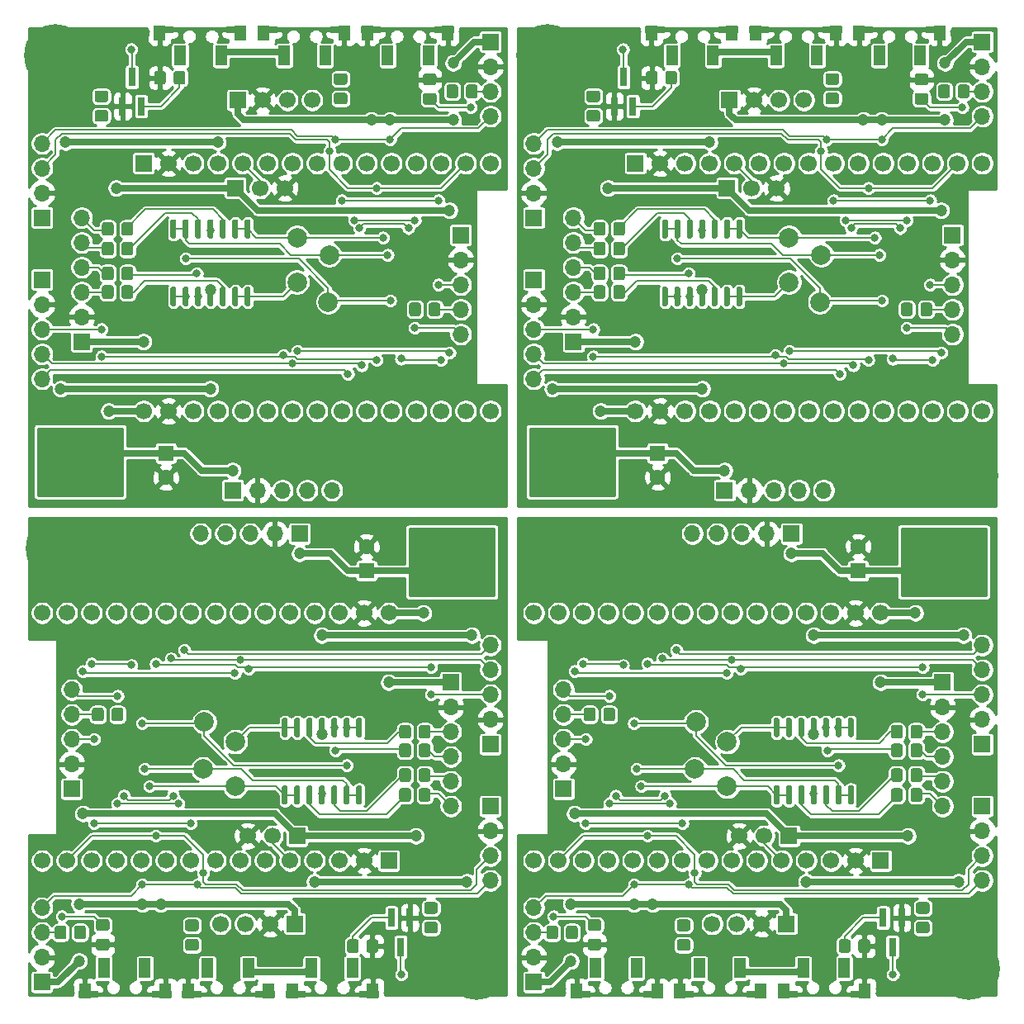
<source format=gbr>
G04 #@! TF.GenerationSoftware,KiCad,Pcbnew,5.1.9-1.fc33*
G04 #@! TF.CreationDate,2021-04-02T23:42:05+02:00*
G04 #@! TF.ProjectId,neOSensorv5_panelized,6e654f53-656e-4736-9f72-76355f70616e,rev?*
G04 #@! TF.SameCoordinates,Original*
G04 #@! TF.FileFunction,Copper,L2,Bot*
G04 #@! TF.FilePolarity,Positive*
%FSLAX46Y46*%
G04 Gerber Fmt 4.6, Leading zero omitted, Abs format (unit mm)*
G04 Created by KiCad (PCBNEW 5.1.9-1.fc33) date 2021-04-02 23:42:05*
%MOMM*%
%LPD*%
G01*
G04 APERTURE LIST*
G04 #@! TA.AperFunction,SMDPad,CuDef*
%ADD10R,1.200000X2.000000*%
G04 #@! TD*
G04 #@! TA.AperFunction,SMDPad,CuDef*
%ADD11R,1.270000X1.524000*%
G04 #@! TD*
G04 #@! TA.AperFunction,SMDPad,CuDef*
%ADD12R,2.000000X0.800000*%
G04 #@! TD*
G04 #@! TA.AperFunction,ComponentPad*
%ADD13R,1.700000X1.700000*%
G04 #@! TD*
G04 #@! TA.AperFunction,ComponentPad*
%ADD14O,1.700000X1.700000*%
G04 #@! TD*
G04 #@! TA.AperFunction,ComponentPad*
%ADD15C,2.000000*%
G04 #@! TD*
G04 #@! TA.AperFunction,SMDPad,CuDef*
%ADD16R,0.800000X1.900000*%
G04 #@! TD*
G04 #@! TA.AperFunction,ComponentPad*
%ADD17C,1.700000*%
G04 #@! TD*
G04 #@! TA.AperFunction,ComponentPad*
%ADD18R,1.600000X1.600000*%
G04 #@! TD*
G04 #@! TA.AperFunction,ComponentPad*
%ADD19C,1.600000*%
G04 #@! TD*
G04 #@! TA.AperFunction,ComponentPad*
%ADD20C,6.400000*%
G04 #@! TD*
G04 #@! TA.AperFunction,ViaPad*
%ADD21C,0.800000*%
G04 #@! TD*
G04 #@! TA.AperFunction,ViaPad*
%ADD22C,1.200000*%
G04 #@! TD*
G04 #@! TA.AperFunction,Conductor*
%ADD23C,0.660400*%
G04 #@! TD*
G04 #@! TA.AperFunction,Conductor*
%ADD24C,0.203200*%
G04 #@! TD*
G04 #@! TA.AperFunction,Conductor*
%ADD25C,0.254000*%
G04 #@! TD*
G04 #@! TA.AperFunction,Conductor*
%ADD26C,0.100000*%
G04 #@! TD*
G04 APERTURE END LIST*
G04 #@! TO.P,R13,1*
G04 #@! TO.N,/ANA_2*
G04 #@! TA.AperFunction,SMDPad,CuDef*
G36*
G01*
X67005000Y-101911999D02*
X67005000Y-102812001D01*
G75*
G02*
X66755001Y-103062000I-249999J0D01*
G01*
X66054999Y-103062000D01*
G75*
G02*
X65805000Y-102812001I0J249999D01*
G01*
X65805000Y-101911999D01*
G75*
G02*
X66054999Y-101662000I249999J0D01*
G01*
X66755001Y-101662000D01*
G75*
G02*
X67005000Y-101911999I0J-249999D01*
G01*
G37*
G04 #@! TD.AperFunction*
G04 #@! TO.P,R13,2*
G04 #@! TO.N,Net-(R13-Pad2)*
G04 #@! TA.AperFunction,SMDPad,CuDef*
G36*
G01*
X65005000Y-101911999D02*
X65005000Y-102812001D01*
G75*
G02*
X64755001Y-103062000I-249999J0D01*
G01*
X64054999Y-103062000D01*
G75*
G02*
X63805000Y-102812001I0J249999D01*
G01*
X63805000Y-101911999D01*
G75*
G02*
X64054999Y-101662000I249999J0D01*
G01*
X64755001Y-101662000D01*
G75*
G02*
X65005000Y-101911999I0J-249999D01*
G01*
G37*
G04 #@! TD.AperFunction*
G04 #@! TD*
G04 #@! TO.P,R2,1*
G04 #@! TO.N,GND*
G04 #@! TA.AperFunction,SMDPad,CuDef*
G36*
G01*
X61655000Y-119437999D02*
X61655000Y-120338001D01*
G75*
G02*
X61405001Y-120588000I-249999J0D01*
G01*
X60704999Y-120588000D01*
G75*
G02*
X60455000Y-120338001I0J249999D01*
G01*
X60455000Y-119437999D01*
G75*
G02*
X60704999Y-119188000I249999J0D01*
G01*
X61405001Y-119188000D01*
G75*
G02*
X61655000Y-119437999I0J-249999D01*
G01*
G37*
G04 #@! TD.AperFunction*
G04 #@! TO.P,R2,2*
G04 #@! TO.N,Net-(Q1-Pad1)*
G04 #@! TA.AperFunction,SMDPad,CuDef*
G36*
G01*
X59655000Y-119437999D02*
X59655000Y-120338001D01*
G75*
G02*
X59405001Y-120588000I-249999J0D01*
G01*
X58704999Y-120588000D01*
G75*
G02*
X58455000Y-120338001I0J249999D01*
G01*
X58455000Y-119437999D01*
G75*
G02*
X58704999Y-119188000I249999J0D01*
G01*
X59405001Y-119188000D01*
G75*
G02*
X59655000Y-119437999I0J-249999D01*
G01*
G37*
G04 #@! TD.AperFunction*
G04 #@! TD*
D10*
G04 #@! TO.P,SW1,2*
G04 #@! TO.N,Net-(Q1-Pad1)*
X58996000Y-122155000D03*
G04 #@! TO.P,SW1,1*
G04 #@! TO.N,+3V3*
X54796000Y-122155000D03*
D11*
G04 #@! TO.P,SW1,3*
G04 #@! TO.N,GND*
X61087000Y-124460000D03*
D12*
X60706000Y-124841000D03*
D11*
X52832000Y-124460000D03*
D12*
X53213000Y-124841000D03*
G04 #@! TD*
D13*
G04 #@! TO.P,J4,1*
G04 #@! TO.N,+3V3*
X53594000Y-77597000D03*
D14*
G04 #@! TO.P,J4,2*
G04 #@! TO.N,GND*
X51054000Y-77597000D03*
G04 #@! TO.P,J4,3*
G04 #@! TO.N,/SCL*
X48514000Y-77597000D03*
G04 #@! TO.P,J4,4*
G04 #@! TO.N,/SDA*
X45974000Y-77597000D03*
G04 #@! TO.P,J4,5*
G04 #@! TO.N,/INT*
X43434000Y-77597000D03*
G04 #@! TD*
D13*
G04 #@! TO.P,J5,1*
G04 #@! TO.N,+5V*
X30226000Y-103759000D03*
D14*
G04 #@! TO.P,J5,2*
G04 #@! TO.N,GND*
X30226000Y-101219000D03*
G04 #@! TO.P,J5,3*
G04 #@! TO.N,/PM_EN*
X30226000Y-98679000D03*
G04 #@! TO.P,J5,4*
G04 #@! TO.N,/TX2*
X30226000Y-96139000D03*
G04 #@! TO.P,J5,5*
G04 #@! TO.N,/RX2*
X30226000Y-93599000D03*
G04 #@! TD*
D15*
G04 #@! TO.P,TP4,1*
G04 #@! TO.N,/ADC1_0*
X46990000Y-98933000D03*
G04 #@! TD*
G04 #@! TO.P,U5,1*
G04 #@! TO.N,/ADC1_0*
G04 #@! TA.AperFunction,SMDPad,CuDef*
G36*
G01*
X51920000Y-96481500D02*
X52220000Y-96481500D01*
G75*
G02*
X52370000Y-96631500I0J-150000D01*
G01*
X52370000Y-98306500D01*
G75*
G02*
X52220000Y-98456500I-150000J0D01*
G01*
X51920000Y-98456500D01*
G75*
G02*
X51770000Y-98306500I0J150000D01*
G01*
X51770000Y-96631500D01*
G75*
G02*
X51920000Y-96481500I150000J0D01*
G01*
G37*
G04 #@! TD.AperFunction*
G04 #@! TO.P,U5,2*
G04 #@! TA.AperFunction,SMDPad,CuDef*
G36*
G01*
X53190000Y-96481500D02*
X53490000Y-96481500D01*
G75*
G02*
X53640000Y-96631500I0J-150000D01*
G01*
X53640000Y-98306500D01*
G75*
G02*
X53490000Y-98456500I-150000J0D01*
G01*
X53190000Y-98456500D01*
G75*
G02*
X53040000Y-98306500I0J150000D01*
G01*
X53040000Y-96631500D01*
G75*
G02*
X53190000Y-96481500I150000J0D01*
G01*
G37*
G04 #@! TD.AperFunction*
G04 #@! TO.P,U5,3*
G04 #@! TO.N,Net-(R15-Pad2)*
G04 #@! TA.AperFunction,SMDPad,CuDef*
G36*
G01*
X54460000Y-96481500D02*
X54760000Y-96481500D01*
G75*
G02*
X54910000Y-96631500I0J-150000D01*
G01*
X54910000Y-98306500D01*
G75*
G02*
X54760000Y-98456500I-150000J0D01*
G01*
X54460000Y-98456500D01*
G75*
G02*
X54310000Y-98306500I0J150000D01*
G01*
X54310000Y-96631500D01*
G75*
G02*
X54460000Y-96481500I150000J0D01*
G01*
G37*
G04 #@! TD.AperFunction*
G04 #@! TO.P,U5,4*
G04 #@! TO.N,+3V3*
G04 #@! TA.AperFunction,SMDPad,CuDef*
G36*
G01*
X55730000Y-96481500D02*
X56030000Y-96481500D01*
G75*
G02*
X56180000Y-96631500I0J-150000D01*
G01*
X56180000Y-98306500D01*
G75*
G02*
X56030000Y-98456500I-150000J0D01*
G01*
X55730000Y-98456500D01*
G75*
G02*
X55580000Y-98306500I0J150000D01*
G01*
X55580000Y-96631500D01*
G75*
G02*
X55730000Y-96481500I150000J0D01*
G01*
G37*
G04 #@! TD.AperFunction*
G04 #@! TO.P,U5,5*
G04 #@! TO.N,Net-(R18-Pad2)*
G04 #@! TA.AperFunction,SMDPad,CuDef*
G36*
G01*
X57000000Y-96481500D02*
X57300000Y-96481500D01*
G75*
G02*
X57450000Y-96631500I0J-150000D01*
G01*
X57450000Y-98306500D01*
G75*
G02*
X57300000Y-98456500I-150000J0D01*
G01*
X57000000Y-98456500D01*
G75*
G02*
X56850000Y-98306500I0J150000D01*
G01*
X56850000Y-96631500D01*
G75*
G02*
X57000000Y-96481500I150000J0D01*
G01*
G37*
G04 #@! TD.AperFunction*
G04 #@! TO.P,U5,6*
G04 #@! TO.N,/ADC1_3*
G04 #@! TA.AperFunction,SMDPad,CuDef*
G36*
G01*
X58270000Y-96481500D02*
X58570000Y-96481500D01*
G75*
G02*
X58720000Y-96631500I0J-150000D01*
G01*
X58720000Y-98306500D01*
G75*
G02*
X58570000Y-98456500I-150000J0D01*
G01*
X58270000Y-98456500D01*
G75*
G02*
X58120000Y-98306500I0J150000D01*
G01*
X58120000Y-96631500D01*
G75*
G02*
X58270000Y-96481500I150000J0D01*
G01*
G37*
G04 #@! TD.AperFunction*
G04 #@! TO.P,U5,7*
G04 #@! TA.AperFunction,SMDPad,CuDef*
G36*
G01*
X59540000Y-96481500D02*
X59840000Y-96481500D01*
G75*
G02*
X59990000Y-96631500I0J-150000D01*
G01*
X59990000Y-98306500D01*
G75*
G02*
X59840000Y-98456500I-150000J0D01*
G01*
X59540000Y-98456500D01*
G75*
G02*
X59390000Y-98306500I0J150000D01*
G01*
X59390000Y-96631500D01*
G75*
G02*
X59540000Y-96481500I150000J0D01*
G01*
G37*
G04 #@! TD.AperFunction*
G04 #@! TO.P,U5,8*
G04 #@! TO.N,/ADC1_6*
G04 #@! TA.AperFunction,SMDPad,CuDef*
G36*
G01*
X59540000Y-103406500D02*
X59840000Y-103406500D01*
G75*
G02*
X59990000Y-103556500I0J-150000D01*
G01*
X59990000Y-105231500D01*
G75*
G02*
X59840000Y-105381500I-150000J0D01*
G01*
X59540000Y-105381500D01*
G75*
G02*
X59390000Y-105231500I0J150000D01*
G01*
X59390000Y-103556500D01*
G75*
G02*
X59540000Y-103406500I150000J0D01*
G01*
G37*
G04 #@! TD.AperFunction*
G04 #@! TO.P,U5,9*
G04 #@! TA.AperFunction,SMDPad,CuDef*
G36*
G01*
X58270000Y-103406500D02*
X58570000Y-103406500D01*
G75*
G02*
X58720000Y-103556500I0J-150000D01*
G01*
X58720000Y-105231500D01*
G75*
G02*
X58570000Y-105381500I-150000J0D01*
G01*
X58270000Y-105381500D01*
G75*
G02*
X58120000Y-105231500I0J150000D01*
G01*
X58120000Y-103556500D01*
G75*
G02*
X58270000Y-103406500I150000J0D01*
G01*
G37*
G04 #@! TD.AperFunction*
G04 #@! TO.P,U5,10*
G04 #@! TO.N,Net-(R13-Pad2)*
G04 #@! TA.AperFunction,SMDPad,CuDef*
G36*
G01*
X57000000Y-103406500D02*
X57300000Y-103406500D01*
G75*
G02*
X57450000Y-103556500I0J-150000D01*
G01*
X57450000Y-105231500D01*
G75*
G02*
X57300000Y-105381500I-150000J0D01*
G01*
X57000000Y-105381500D01*
G75*
G02*
X56850000Y-105231500I0J150000D01*
G01*
X56850000Y-103556500D01*
G75*
G02*
X57000000Y-103406500I150000J0D01*
G01*
G37*
G04 #@! TD.AperFunction*
G04 #@! TO.P,U5,11*
G04 #@! TO.N,GND*
G04 #@! TA.AperFunction,SMDPad,CuDef*
G36*
G01*
X55730000Y-103406500D02*
X56030000Y-103406500D01*
G75*
G02*
X56180000Y-103556500I0J-150000D01*
G01*
X56180000Y-105231500D01*
G75*
G02*
X56030000Y-105381500I-150000J0D01*
G01*
X55730000Y-105381500D01*
G75*
G02*
X55580000Y-105231500I0J150000D01*
G01*
X55580000Y-103556500D01*
G75*
G02*
X55730000Y-103406500I150000J0D01*
G01*
G37*
G04 #@! TD.AperFunction*
G04 #@! TO.P,U5,12*
G04 #@! TO.N,Net-(R14-Pad2)*
G04 #@! TA.AperFunction,SMDPad,CuDef*
G36*
G01*
X54460000Y-103406500D02*
X54760000Y-103406500D01*
G75*
G02*
X54910000Y-103556500I0J-150000D01*
G01*
X54910000Y-105231500D01*
G75*
G02*
X54760000Y-105381500I-150000J0D01*
G01*
X54460000Y-105381500D01*
G75*
G02*
X54310000Y-105231500I0J150000D01*
G01*
X54310000Y-103556500D01*
G75*
G02*
X54460000Y-103406500I150000J0D01*
G01*
G37*
G04 #@! TD.AperFunction*
G04 #@! TO.P,U5,13*
G04 #@! TO.N,/ADC1_7*
G04 #@! TA.AperFunction,SMDPad,CuDef*
G36*
G01*
X53190000Y-103406500D02*
X53490000Y-103406500D01*
G75*
G02*
X53640000Y-103556500I0J-150000D01*
G01*
X53640000Y-105231500D01*
G75*
G02*
X53490000Y-105381500I-150000J0D01*
G01*
X53190000Y-105381500D01*
G75*
G02*
X53040000Y-105231500I0J150000D01*
G01*
X53040000Y-103556500D01*
G75*
G02*
X53190000Y-103406500I150000J0D01*
G01*
G37*
G04 #@! TD.AperFunction*
G04 #@! TO.P,U5,14*
G04 #@! TA.AperFunction,SMDPad,CuDef*
G36*
G01*
X51920000Y-103406500D02*
X52220000Y-103406500D01*
G75*
G02*
X52370000Y-103556500I0J-150000D01*
G01*
X52370000Y-105231500D01*
G75*
G02*
X52220000Y-105381500I-150000J0D01*
G01*
X51920000Y-105381500D01*
G75*
G02*
X51770000Y-105231500I0J150000D01*
G01*
X51770000Y-103556500D01*
G75*
G02*
X51920000Y-103406500I150000J0D01*
G01*
G37*
G04 #@! TD.AperFunction*
G04 #@! TD*
D16*
G04 #@! TO.P,Q1,1*
G04 #@! TO.N,Net-(Q1-Pad1)*
X62992000Y-116967000D03*
G04 #@! TO.P,Q1,2*
G04 #@! TO.N,GND*
X64892000Y-116967000D03*
G04 #@! TO.P,Q1,3*
G04 #@! TO.N,Net-(D1-Pad1)*
X63942000Y-119967000D03*
G04 #@! TD*
D15*
G04 #@! TO.P,TP5,1*
G04 #@! TO.N,/ADC1_6*
X43688000Y-101727000D03*
G04 #@! TD*
D13*
G04 #@! TO.P,J6,1*
G04 #@! TO.N,+5V*
X69088000Y-92837000D03*
D14*
G04 #@! TO.P,J6,2*
G04 #@! TO.N,GND*
X69088000Y-95377000D03*
G04 #@! TO.P,J6,3*
G04 #@! TO.N,/ANA_0*
X69088000Y-97917000D03*
G04 #@! TO.P,J6,4*
G04 #@! TO.N,/ANA_1*
X69088000Y-100457000D03*
G04 #@! TO.P,J6,5*
G04 #@! TO.N,/ANA_2*
X69088000Y-102997000D03*
G04 #@! TO.P,J6,6*
G04 #@! TO.N,/ANA_3*
X69088000Y-105537000D03*
G04 #@! TD*
D13*
G04 #@! TO.P,J3,1*
G04 #@! TO.N,+3V3*
X73152000Y-99187000D03*
D14*
G04 #@! TO.P,J3,2*
G04 #@! TO.N,GND*
X73152000Y-96647000D03*
G04 #@! TO.P,J3,3*
G04 #@! TO.N,/SCL*
X73152000Y-94107000D03*
G04 #@! TO.P,J3,4*
G04 #@! TO.N,/SDA*
X73152000Y-91567000D03*
G04 #@! TO.P,J3,5*
G04 #@! TO.N,/INT*
X73152000Y-89027000D03*
G04 #@! TD*
G04 #@! TO.P,R5,1*
G04 #@! TO.N,/TX2*
G04 #@! TA.AperFunction,SMDPad,CuDef*
G36*
G01*
X32309000Y-96589001D02*
X32309000Y-95688999D01*
G75*
G02*
X32558999Y-95439000I249999J0D01*
G01*
X33259001Y-95439000D01*
G75*
G02*
X33509000Y-95688999I0J-249999D01*
G01*
X33509000Y-96589001D01*
G75*
G02*
X33259001Y-96839000I-249999J0D01*
G01*
X32558999Y-96839000D01*
G75*
G02*
X32309000Y-96589001I0J249999D01*
G01*
G37*
G04 #@! TD.AperFunction*
G04 #@! TO.P,R5,2*
G04 #@! TO.N,Net-(R5-Pad2)*
G04 #@! TA.AperFunction,SMDPad,CuDef*
G36*
G01*
X34309000Y-96589001D02*
X34309000Y-95688999D01*
G75*
G02*
X34558999Y-95439000I249999J0D01*
G01*
X35259001Y-95439000D01*
G75*
G02*
X35509000Y-95688999I0J-249999D01*
G01*
X35509000Y-96589001D01*
G75*
G02*
X35259001Y-96839000I-249999J0D01*
G01*
X34558999Y-96839000D01*
G75*
G02*
X34309000Y-96589001I0J249999D01*
G01*
G37*
G04 #@! TD.AperFunction*
G04 #@! TD*
D15*
G04 #@! TO.P,TP6,1*
G04 #@! TO.N,/ADC1_7*
X46990000Y-103505000D03*
G04 #@! TD*
D13*
G04 #@! TO.P,U2,1*
G04 #@! TO.N,+3V3*
X53086000Y-117602000D03*
D17*
G04 #@! TO.P,U2,2*
G04 #@! TO.N,GND*
X50546000Y-117602000D03*
G04 #@! TO.P,U2,3*
G04 #@! TO.N,/SCL*
X48006000Y-117602000D03*
G04 #@! TO.P,U2,4*
G04 #@! TO.N,/SDA*
X45466000Y-117602000D03*
G04 #@! TD*
G04 #@! TO.P,R1,1*
G04 #@! TO.N,Net-(D1-Pad2)*
G04 #@! TA.AperFunction,SMDPad,CuDef*
G36*
G01*
X67506001Y-118583000D02*
X66605999Y-118583000D01*
G75*
G02*
X66356000Y-118333001I0J249999D01*
G01*
X66356000Y-117632999D01*
G75*
G02*
X66605999Y-117383000I249999J0D01*
G01*
X67506001Y-117383000D01*
G75*
G02*
X67756000Y-117632999I0J-249999D01*
G01*
X67756000Y-118333001D01*
G75*
G02*
X67506001Y-118583000I-249999J0D01*
G01*
G37*
G04 #@! TD.AperFunction*
G04 #@! TO.P,R1,2*
G04 #@! TO.N,+5V*
G04 #@! TA.AperFunction,SMDPad,CuDef*
G36*
G01*
X67506001Y-116583000D02*
X66605999Y-116583000D01*
G75*
G02*
X66356000Y-116333001I0J249999D01*
G01*
X66356000Y-115632999D01*
G75*
G02*
X66605999Y-115383000I249999J0D01*
G01*
X67506001Y-115383000D01*
G75*
G02*
X67756000Y-115632999I0J-249999D01*
G01*
X67756000Y-116333001D01*
G75*
G02*
X67506001Y-116583000I-249999J0D01*
G01*
G37*
G04 #@! TD.AperFunction*
G04 #@! TD*
G04 #@! TO.P,R18,1*
G04 #@! TO.N,/ANA_1*
G04 #@! TA.AperFunction,SMDPad,CuDef*
G36*
G01*
X67005000Y-99371999D02*
X67005000Y-100272001D01*
G75*
G02*
X66755001Y-100522000I-249999J0D01*
G01*
X66054999Y-100522000D01*
G75*
G02*
X65805000Y-100272001I0J249999D01*
G01*
X65805000Y-99371999D01*
G75*
G02*
X66054999Y-99122000I249999J0D01*
G01*
X66755001Y-99122000D01*
G75*
G02*
X67005000Y-99371999I0J-249999D01*
G01*
G37*
G04 #@! TD.AperFunction*
G04 #@! TO.P,R18,2*
G04 #@! TO.N,Net-(R18-Pad2)*
G04 #@! TA.AperFunction,SMDPad,CuDef*
G36*
G01*
X65005000Y-99371999D02*
X65005000Y-100272001D01*
G75*
G02*
X64755001Y-100522000I-249999J0D01*
G01*
X64054999Y-100522000D01*
G75*
G02*
X63805000Y-100272001I0J249999D01*
G01*
X63805000Y-99371999D01*
G75*
G02*
X64054999Y-99122000I249999J0D01*
G01*
X64755001Y-99122000D01*
G75*
G02*
X65005000Y-99371999I0J-249999D01*
G01*
G37*
G04 #@! TD.AperFunction*
G04 #@! TD*
D15*
G04 #@! TO.P,TP3,1*
G04 #@! TO.N,/ADC1_3*
X43815000Y-96901000D03*
G04 #@! TD*
D18*
G04 #@! TO.P,C2,1*
G04 #@! TO.N,+3V3*
X60452000Y-81407000D03*
D19*
G04 #@! TO.P,C2,2*
G04 #@! TO.N,GND*
X60452000Y-78907000D03*
G04 #@! TD*
D13*
G04 #@! TO.P,J2,1*
G04 #@! TO.N,+3V3*
X27178000Y-123571000D03*
D14*
G04 #@! TO.P,J2,2*
G04 #@! TO.N,GND*
X27178000Y-121031000D03*
G04 #@! TO.P,J2,3*
G04 #@! TO.N,/SCL*
X27178000Y-118491000D03*
G04 #@! TO.P,J2,4*
G04 #@! TO.N,/SDA*
X27178000Y-115951000D03*
G04 #@! TD*
D20*
G04 #@! TO.P,H2,1*
G04 #@! TO.N,GND*
X28702000Y-79121000D03*
G04 #@! TD*
D13*
G04 #@! TO.P,U1,1*
G04 #@! TO.N,+5V*
X53340000Y-108585000D03*
D17*
G04 #@! TO.P,U1,2*
G04 #@! TO.N,/IR*
X50800000Y-108585000D03*
G04 #@! TO.P,U1,3*
G04 #@! TO.N,GND*
X48260000Y-108585000D03*
G04 #@! TD*
G04 #@! TO.P,C5,1*
G04 #@! TO.N,/SW3*
G04 #@! TA.AperFunction,SMDPad,CuDef*
G36*
G01*
X32950999Y-117129000D02*
X33851001Y-117129000D01*
G75*
G02*
X34101000Y-117378999I0J-249999D01*
G01*
X34101000Y-118079001D01*
G75*
G02*
X33851001Y-118329000I-249999J0D01*
G01*
X32950999Y-118329000D01*
G75*
G02*
X32701000Y-118079001I0J249999D01*
G01*
X32701000Y-117378999D01*
G75*
G02*
X32950999Y-117129000I249999J0D01*
G01*
G37*
G04 #@! TD.AperFunction*
G04 #@! TO.P,C5,2*
G04 #@! TO.N,GND*
G04 #@! TA.AperFunction,SMDPad,CuDef*
G36*
G01*
X32950999Y-119129000D02*
X33851001Y-119129000D01*
G75*
G02*
X34101000Y-119378999I0J-249999D01*
G01*
X34101000Y-120079001D01*
G75*
G02*
X33851001Y-120329000I-249999J0D01*
G01*
X32950999Y-120329000D01*
G75*
G02*
X32701000Y-120079001I0J249999D01*
G01*
X32701000Y-119378999D01*
G75*
G02*
X32950999Y-119129000I249999J0D01*
G01*
G37*
G04 #@! TD.AperFunction*
G04 #@! TD*
G04 #@! TO.P,R15,1*
G04 #@! TO.N,/ANA_0*
G04 #@! TA.AperFunction,SMDPad,CuDef*
G36*
G01*
X67005000Y-97466999D02*
X67005000Y-98367001D01*
G75*
G02*
X66755001Y-98617000I-249999J0D01*
G01*
X66054999Y-98617000D01*
G75*
G02*
X65805000Y-98367001I0J249999D01*
G01*
X65805000Y-97466999D01*
G75*
G02*
X66054999Y-97217000I249999J0D01*
G01*
X66755001Y-97217000D01*
G75*
G02*
X67005000Y-97466999I0J-249999D01*
G01*
G37*
G04 #@! TD.AperFunction*
G04 #@! TO.P,R15,2*
G04 #@! TO.N,Net-(R15-Pad2)*
G04 #@! TA.AperFunction,SMDPad,CuDef*
G36*
G01*
X65005000Y-97466999D02*
X65005000Y-98367001D01*
G75*
G02*
X64755001Y-98617000I-249999J0D01*
G01*
X64054999Y-98617000D01*
G75*
G02*
X63805000Y-98367001I0J249999D01*
G01*
X63805000Y-97466999D01*
G75*
G02*
X64054999Y-97217000I249999J0D01*
G01*
X64755001Y-97217000D01*
G75*
G02*
X65005000Y-97466999I0J-249999D01*
G01*
G37*
G04 #@! TD.AperFunction*
G04 #@! TD*
D10*
G04 #@! TO.P,SW2,2*
G04 #@! TO.N,+3V3*
X48328000Y-122155000D03*
G04 #@! TO.P,SW2,1*
G04 #@! TO.N,Net-(R10-Pad2)*
X44128000Y-122155000D03*
D11*
G04 #@! TO.P,SW2,3*
G04 #@! TO.N,GND*
X50419000Y-124460000D03*
D12*
X50038000Y-124841000D03*
D11*
X42164000Y-124460000D03*
D12*
X42545000Y-124841000D03*
G04 #@! TD*
D10*
G04 #@! TO.P,SW3,2*
G04 #@! TO.N,+3V3*
X37719000Y-122155000D03*
G04 #@! TO.P,SW3,1*
G04 #@! TO.N,Net-(R11-Pad1)*
X33519000Y-122155000D03*
D11*
G04 #@! TO.P,SW3,3*
G04 #@! TO.N,GND*
X39810000Y-124460000D03*
D12*
X39429000Y-124841000D03*
D11*
X31555000Y-124460000D03*
D12*
X31936000Y-124841000D03*
G04 #@! TD*
G04 #@! TO.P,R14,1*
G04 #@! TO.N,/ANA_3*
G04 #@! TA.AperFunction,SMDPad,CuDef*
G36*
G01*
X67005000Y-103943999D02*
X67005000Y-104844001D01*
G75*
G02*
X66755001Y-105094000I-249999J0D01*
G01*
X66054999Y-105094000D01*
G75*
G02*
X65805000Y-104844001I0J249999D01*
G01*
X65805000Y-103943999D01*
G75*
G02*
X66054999Y-103694000I249999J0D01*
G01*
X66755001Y-103694000D01*
G75*
G02*
X67005000Y-103943999I0J-249999D01*
G01*
G37*
G04 #@! TD.AperFunction*
G04 #@! TO.P,R14,2*
G04 #@! TO.N,Net-(R14-Pad2)*
G04 #@! TA.AperFunction,SMDPad,CuDef*
G36*
G01*
X65005000Y-103943999D02*
X65005000Y-104844001D01*
G75*
G02*
X64755001Y-105094000I-249999J0D01*
G01*
X64054999Y-105094000D01*
G75*
G02*
X63805000Y-104844001I0J249999D01*
G01*
X63805000Y-103943999D01*
G75*
G02*
X64054999Y-103694000I249999J0D01*
G01*
X64755001Y-103694000D01*
G75*
G02*
X65005000Y-103943999I0J-249999D01*
G01*
G37*
G04 #@! TD.AperFunction*
G04 #@! TD*
G04 #@! TO.P,R7,1*
G04 #@! TO.N,Net-(R10-Pad2)*
G04 #@! TA.AperFunction,SMDPad,CuDef*
G36*
G01*
X42995001Y-120361000D02*
X42094999Y-120361000D01*
G75*
G02*
X41845000Y-120111001I0J249999D01*
G01*
X41845000Y-119410999D01*
G75*
G02*
X42094999Y-119161000I249999J0D01*
G01*
X42995001Y-119161000D01*
G75*
G02*
X43245000Y-119410999I0J-249999D01*
G01*
X43245000Y-120111001D01*
G75*
G02*
X42995001Y-120361000I-249999J0D01*
G01*
G37*
G04 #@! TD.AperFunction*
G04 #@! TO.P,R7,2*
G04 #@! TO.N,/SW2*
G04 #@! TA.AperFunction,SMDPad,CuDef*
G36*
G01*
X42995001Y-118361000D02*
X42094999Y-118361000D01*
G75*
G02*
X41845000Y-118111001I0J249999D01*
G01*
X41845000Y-117410999D01*
G75*
G02*
X42094999Y-117161000I249999J0D01*
G01*
X42995001Y-117161000D01*
G75*
G02*
X43245000Y-117410999I0J-249999D01*
G01*
X43245000Y-118111001D01*
G75*
G02*
X42995001Y-118361000I-249999J0D01*
G01*
G37*
G04 #@! TD.AperFunction*
G04 #@! TD*
D13*
G04 #@! TO.P,J1,1*
G04 #@! TO.N,+3V3*
X73152000Y-105537000D03*
D14*
G04 #@! TO.P,J1,2*
G04 #@! TO.N,GND*
X73152000Y-108077000D03*
G04 #@! TO.P,J1,3*
G04 #@! TO.N,/SCL*
X73152000Y-110617000D03*
G04 #@! TO.P,J1,4*
G04 #@! TO.N,/SDA*
X73152000Y-113157000D03*
G04 #@! TD*
D13*
G04 #@! TO.P,U3,1*
G04 #@! TO.N,Net-(U3-Pad1)*
X62738000Y-111125000D03*
D17*
G04 #@! TO.P,U3,2*
G04 #@! TO.N,GND*
X60198000Y-111125000D03*
G04 #@! TO.P,U3,3*
G04 #@! TO.N,/LED*
X57658000Y-111125000D03*
G04 #@! TO.P,U3,4*
G04 #@! TO.N,Net-(U3-Pad4)*
X55118000Y-111125000D03*
G04 #@! TO.P,U3,5*
G04 #@! TO.N,/IR*
X52578000Y-111125000D03*
G04 #@! TO.P,U3,6*
G04 #@! TO.N,/RX2*
X50038000Y-111125000D03*
G04 #@! TO.P,U3,7*
G04 #@! TO.N,Net-(R5-Pad2)*
X47498000Y-111125000D03*
G04 #@! TO.P,U3,8*
G04 #@! TO.N,/PM_EN*
X44958000Y-111125000D03*
G04 #@! TO.P,U3,9*
G04 #@! TO.N,/SW2*
X42418000Y-111125000D03*
G04 #@! TO.P,U3,10*
G04 #@! TO.N,/INT*
X39878000Y-111125000D03*
G04 #@! TO.P,U3,11*
G04 #@! TO.N,/SDA*
X37338000Y-111125000D03*
G04 #@! TO.P,U3,12*
G04 #@! TO.N,Net-(U3-Pad12)*
X34798000Y-111125000D03*
G04 #@! TO.P,U3,13*
G04 #@! TO.N,Net-(U3-Pad13)*
X32258000Y-111125000D03*
G04 #@! TO.P,U3,14*
G04 #@! TO.N,/SCL*
X29718000Y-111125000D03*
G04 #@! TO.P,U3,15*
G04 #@! TO.N,/SW3*
X27178000Y-111125000D03*
G04 #@! TO.P,U3,16*
G04 #@! TO.N,Net-(U3-Pad16)*
X27178000Y-85725000D03*
G04 #@! TO.P,U3,17*
G04 #@! TO.N,/ADC1_0*
X29718000Y-85725000D03*
G04 #@! TO.P,U3,18*
G04 #@! TO.N,/ADC1_3*
X32258000Y-85725000D03*
G04 #@! TO.P,U3,19*
G04 #@! TO.N,/ADC1_6*
X34798000Y-85725000D03*
G04 #@! TO.P,U3,20*
G04 #@! TO.N,/ADC1_7*
X37338000Y-85725000D03*
G04 #@! TO.P,U3,21*
G04 #@! TO.N,Net-(U3-Pad21)*
X39878000Y-85725000D03*
G04 #@! TO.P,U3,22*
G04 #@! TO.N,Net-(U3-Pad22)*
X42418000Y-85725000D03*
G04 #@! TO.P,U3,23*
G04 #@! TO.N,Net-(U3-Pad23)*
X44958000Y-85725000D03*
G04 #@! TO.P,U3,24*
G04 #@! TO.N,Net-(U3-Pad24)*
X47498000Y-85725000D03*
G04 #@! TO.P,U3,25*
G04 #@! TO.N,Net-(U3-Pad25)*
X50038000Y-85725000D03*
G04 #@! TO.P,U3,26*
G04 #@! TO.N,Net-(U3-Pad26)*
X52578000Y-85725000D03*
G04 #@! TO.P,U3,27*
G04 #@! TO.N,Net-(U3-Pad27)*
X55118000Y-85725000D03*
G04 #@! TO.P,U3,28*
G04 #@! TO.N,Net-(U3-Pad28)*
X57658000Y-85725000D03*
G04 #@! TO.P,U3,29*
G04 #@! TO.N,GND*
X60198000Y-85725000D03*
G04 #@! TO.P,U3,30*
G04 #@! TO.N,+5V*
X62738000Y-85725000D03*
G04 #@! TD*
G04 #@! TO.P,R4,1*
G04 #@! TO.N,/SCL*
G04 #@! TA.AperFunction,SMDPad,CuDef*
G36*
G01*
X28483000Y-118941001D02*
X28483000Y-118040999D01*
G75*
G02*
X28732999Y-117791000I249999J0D01*
G01*
X29433001Y-117791000D01*
G75*
G02*
X29683000Y-118040999I0J-249999D01*
G01*
X29683000Y-118941001D01*
G75*
G02*
X29433001Y-119191000I-249999J0D01*
G01*
X28732999Y-119191000D01*
G75*
G02*
X28483000Y-118941001I0J249999D01*
G01*
G37*
G04 #@! TD.AperFunction*
G04 #@! TO.P,R4,2*
G04 #@! TO.N,+3V3*
G04 #@! TA.AperFunction,SMDPad,CuDef*
G36*
G01*
X30483000Y-118941001D02*
X30483000Y-118040999D01*
G75*
G02*
X30732999Y-117791000I249999J0D01*
G01*
X31433001Y-117791000D01*
G75*
G02*
X31683000Y-118040999I0J-249999D01*
G01*
X31683000Y-118941001D01*
G75*
G02*
X31433001Y-119191000I-249999J0D01*
G01*
X30732999Y-119191000D01*
G75*
G02*
X30483000Y-118941001I0J249999D01*
G01*
G37*
G04 #@! TD.AperFunction*
G04 #@! TD*
D20*
G04 #@! TO.P,H1,1*
G04 #@! TO.N,GND*
X71755000Y-122174000D03*
G04 #@! TD*
D17*
G04 #@! TO.P,U1,3*
G04 #@! TO.N,GND*
X98679000Y-108585000D03*
G04 #@! TO.P,U1,2*
G04 #@! TO.N,/IR*
X101219000Y-108585000D03*
D13*
G04 #@! TO.P,U1,1*
G04 #@! TO.N,+5V*
X103759000Y-108585000D03*
G04 #@! TD*
G04 #@! TO.P,C5,2*
G04 #@! TO.N,GND*
G04 #@! TA.AperFunction,SMDPad,CuDef*
G36*
G01*
X83369999Y-119129000D02*
X84270001Y-119129000D01*
G75*
G02*
X84520000Y-119378999I0J-249999D01*
G01*
X84520000Y-120079001D01*
G75*
G02*
X84270001Y-120329000I-249999J0D01*
G01*
X83369999Y-120329000D01*
G75*
G02*
X83120000Y-120079001I0J249999D01*
G01*
X83120000Y-119378999D01*
G75*
G02*
X83369999Y-119129000I249999J0D01*
G01*
G37*
G04 #@! TD.AperFunction*
G04 #@! TO.P,C5,1*
G04 #@! TO.N,/SW3*
G04 #@! TA.AperFunction,SMDPad,CuDef*
G36*
G01*
X83369999Y-117129000D02*
X84270001Y-117129000D01*
G75*
G02*
X84520000Y-117378999I0J-249999D01*
G01*
X84520000Y-118079001D01*
G75*
G02*
X84270001Y-118329000I-249999J0D01*
G01*
X83369999Y-118329000D01*
G75*
G02*
X83120000Y-118079001I0J249999D01*
G01*
X83120000Y-117378999D01*
G75*
G02*
X83369999Y-117129000I249999J0D01*
G01*
G37*
G04 #@! TD.AperFunction*
G04 #@! TD*
G04 #@! TO.P,U5,14*
G04 #@! TO.N,/ADC1_7*
G04 #@! TA.AperFunction,SMDPad,CuDef*
G36*
G01*
X102339000Y-103406500D02*
X102639000Y-103406500D01*
G75*
G02*
X102789000Y-103556500I0J-150000D01*
G01*
X102789000Y-105231500D01*
G75*
G02*
X102639000Y-105381500I-150000J0D01*
G01*
X102339000Y-105381500D01*
G75*
G02*
X102189000Y-105231500I0J150000D01*
G01*
X102189000Y-103556500D01*
G75*
G02*
X102339000Y-103406500I150000J0D01*
G01*
G37*
G04 #@! TD.AperFunction*
G04 #@! TO.P,U5,13*
G04 #@! TA.AperFunction,SMDPad,CuDef*
G36*
G01*
X103609000Y-103406500D02*
X103909000Y-103406500D01*
G75*
G02*
X104059000Y-103556500I0J-150000D01*
G01*
X104059000Y-105231500D01*
G75*
G02*
X103909000Y-105381500I-150000J0D01*
G01*
X103609000Y-105381500D01*
G75*
G02*
X103459000Y-105231500I0J150000D01*
G01*
X103459000Y-103556500D01*
G75*
G02*
X103609000Y-103406500I150000J0D01*
G01*
G37*
G04 #@! TD.AperFunction*
G04 #@! TO.P,U5,12*
G04 #@! TO.N,Net-(R14-Pad2)*
G04 #@! TA.AperFunction,SMDPad,CuDef*
G36*
G01*
X104879000Y-103406500D02*
X105179000Y-103406500D01*
G75*
G02*
X105329000Y-103556500I0J-150000D01*
G01*
X105329000Y-105231500D01*
G75*
G02*
X105179000Y-105381500I-150000J0D01*
G01*
X104879000Y-105381500D01*
G75*
G02*
X104729000Y-105231500I0J150000D01*
G01*
X104729000Y-103556500D01*
G75*
G02*
X104879000Y-103406500I150000J0D01*
G01*
G37*
G04 #@! TD.AperFunction*
G04 #@! TO.P,U5,11*
G04 #@! TO.N,GND*
G04 #@! TA.AperFunction,SMDPad,CuDef*
G36*
G01*
X106149000Y-103406500D02*
X106449000Y-103406500D01*
G75*
G02*
X106599000Y-103556500I0J-150000D01*
G01*
X106599000Y-105231500D01*
G75*
G02*
X106449000Y-105381500I-150000J0D01*
G01*
X106149000Y-105381500D01*
G75*
G02*
X105999000Y-105231500I0J150000D01*
G01*
X105999000Y-103556500D01*
G75*
G02*
X106149000Y-103406500I150000J0D01*
G01*
G37*
G04 #@! TD.AperFunction*
G04 #@! TO.P,U5,10*
G04 #@! TO.N,Net-(R13-Pad2)*
G04 #@! TA.AperFunction,SMDPad,CuDef*
G36*
G01*
X107419000Y-103406500D02*
X107719000Y-103406500D01*
G75*
G02*
X107869000Y-103556500I0J-150000D01*
G01*
X107869000Y-105231500D01*
G75*
G02*
X107719000Y-105381500I-150000J0D01*
G01*
X107419000Y-105381500D01*
G75*
G02*
X107269000Y-105231500I0J150000D01*
G01*
X107269000Y-103556500D01*
G75*
G02*
X107419000Y-103406500I150000J0D01*
G01*
G37*
G04 #@! TD.AperFunction*
G04 #@! TO.P,U5,9*
G04 #@! TO.N,/ADC1_6*
G04 #@! TA.AperFunction,SMDPad,CuDef*
G36*
G01*
X108689000Y-103406500D02*
X108989000Y-103406500D01*
G75*
G02*
X109139000Y-103556500I0J-150000D01*
G01*
X109139000Y-105231500D01*
G75*
G02*
X108989000Y-105381500I-150000J0D01*
G01*
X108689000Y-105381500D01*
G75*
G02*
X108539000Y-105231500I0J150000D01*
G01*
X108539000Y-103556500D01*
G75*
G02*
X108689000Y-103406500I150000J0D01*
G01*
G37*
G04 #@! TD.AperFunction*
G04 #@! TO.P,U5,8*
G04 #@! TA.AperFunction,SMDPad,CuDef*
G36*
G01*
X109959000Y-103406500D02*
X110259000Y-103406500D01*
G75*
G02*
X110409000Y-103556500I0J-150000D01*
G01*
X110409000Y-105231500D01*
G75*
G02*
X110259000Y-105381500I-150000J0D01*
G01*
X109959000Y-105381500D01*
G75*
G02*
X109809000Y-105231500I0J150000D01*
G01*
X109809000Y-103556500D01*
G75*
G02*
X109959000Y-103406500I150000J0D01*
G01*
G37*
G04 #@! TD.AperFunction*
G04 #@! TO.P,U5,7*
G04 #@! TO.N,/ADC1_3*
G04 #@! TA.AperFunction,SMDPad,CuDef*
G36*
G01*
X109959000Y-96481500D02*
X110259000Y-96481500D01*
G75*
G02*
X110409000Y-96631500I0J-150000D01*
G01*
X110409000Y-98306500D01*
G75*
G02*
X110259000Y-98456500I-150000J0D01*
G01*
X109959000Y-98456500D01*
G75*
G02*
X109809000Y-98306500I0J150000D01*
G01*
X109809000Y-96631500D01*
G75*
G02*
X109959000Y-96481500I150000J0D01*
G01*
G37*
G04 #@! TD.AperFunction*
G04 #@! TO.P,U5,6*
G04 #@! TA.AperFunction,SMDPad,CuDef*
G36*
G01*
X108689000Y-96481500D02*
X108989000Y-96481500D01*
G75*
G02*
X109139000Y-96631500I0J-150000D01*
G01*
X109139000Y-98306500D01*
G75*
G02*
X108989000Y-98456500I-150000J0D01*
G01*
X108689000Y-98456500D01*
G75*
G02*
X108539000Y-98306500I0J150000D01*
G01*
X108539000Y-96631500D01*
G75*
G02*
X108689000Y-96481500I150000J0D01*
G01*
G37*
G04 #@! TD.AperFunction*
G04 #@! TO.P,U5,5*
G04 #@! TO.N,Net-(R18-Pad2)*
G04 #@! TA.AperFunction,SMDPad,CuDef*
G36*
G01*
X107419000Y-96481500D02*
X107719000Y-96481500D01*
G75*
G02*
X107869000Y-96631500I0J-150000D01*
G01*
X107869000Y-98306500D01*
G75*
G02*
X107719000Y-98456500I-150000J0D01*
G01*
X107419000Y-98456500D01*
G75*
G02*
X107269000Y-98306500I0J150000D01*
G01*
X107269000Y-96631500D01*
G75*
G02*
X107419000Y-96481500I150000J0D01*
G01*
G37*
G04 #@! TD.AperFunction*
G04 #@! TO.P,U5,4*
G04 #@! TO.N,+3V3*
G04 #@! TA.AperFunction,SMDPad,CuDef*
G36*
G01*
X106149000Y-96481500D02*
X106449000Y-96481500D01*
G75*
G02*
X106599000Y-96631500I0J-150000D01*
G01*
X106599000Y-98306500D01*
G75*
G02*
X106449000Y-98456500I-150000J0D01*
G01*
X106149000Y-98456500D01*
G75*
G02*
X105999000Y-98306500I0J150000D01*
G01*
X105999000Y-96631500D01*
G75*
G02*
X106149000Y-96481500I150000J0D01*
G01*
G37*
G04 #@! TD.AperFunction*
G04 #@! TO.P,U5,3*
G04 #@! TO.N,Net-(R15-Pad2)*
G04 #@! TA.AperFunction,SMDPad,CuDef*
G36*
G01*
X104879000Y-96481500D02*
X105179000Y-96481500D01*
G75*
G02*
X105329000Y-96631500I0J-150000D01*
G01*
X105329000Y-98306500D01*
G75*
G02*
X105179000Y-98456500I-150000J0D01*
G01*
X104879000Y-98456500D01*
G75*
G02*
X104729000Y-98306500I0J150000D01*
G01*
X104729000Y-96631500D01*
G75*
G02*
X104879000Y-96481500I150000J0D01*
G01*
G37*
G04 #@! TD.AperFunction*
G04 #@! TO.P,U5,2*
G04 #@! TO.N,/ADC1_0*
G04 #@! TA.AperFunction,SMDPad,CuDef*
G36*
G01*
X103609000Y-96481500D02*
X103909000Y-96481500D01*
G75*
G02*
X104059000Y-96631500I0J-150000D01*
G01*
X104059000Y-98306500D01*
G75*
G02*
X103909000Y-98456500I-150000J0D01*
G01*
X103609000Y-98456500D01*
G75*
G02*
X103459000Y-98306500I0J150000D01*
G01*
X103459000Y-96631500D01*
G75*
G02*
X103609000Y-96481500I150000J0D01*
G01*
G37*
G04 #@! TD.AperFunction*
G04 #@! TO.P,U5,1*
G04 #@! TA.AperFunction,SMDPad,CuDef*
G36*
G01*
X102339000Y-96481500D02*
X102639000Y-96481500D01*
G75*
G02*
X102789000Y-96631500I0J-150000D01*
G01*
X102789000Y-98306500D01*
G75*
G02*
X102639000Y-98456500I-150000J0D01*
G01*
X102339000Y-98456500D01*
G75*
G02*
X102189000Y-98306500I0J150000D01*
G01*
X102189000Y-96631500D01*
G75*
G02*
X102339000Y-96481500I150000J0D01*
G01*
G37*
G04 #@! TD.AperFunction*
G04 #@! TD*
D16*
G04 #@! TO.P,Q1,3*
G04 #@! TO.N,Net-(D1-Pad1)*
X114361000Y-119967000D03*
G04 #@! TO.P,Q1,2*
G04 #@! TO.N,GND*
X115311000Y-116967000D03*
G04 #@! TO.P,Q1,1*
G04 #@! TO.N,Net-(Q1-Pad1)*
X113411000Y-116967000D03*
G04 #@! TD*
D15*
G04 #@! TO.P,TP5,1*
G04 #@! TO.N,/ADC1_6*
X94107000Y-101727000D03*
G04 #@! TD*
G04 #@! TO.P,R5,2*
G04 #@! TO.N,Net-(R5-Pad2)*
G04 #@! TA.AperFunction,SMDPad,CuDef*
G36*
G01*
X84728000Y-96589001D02*
X84728000Y-95688999D01*
G75*
G02*
X84977999Y-95439000I249999J0D01*
G01*
X85678001Y-95439000D01*
G75*
G02*
X85928000Y-95688999I0J-249999D01*
G01*
X85928000Y-96589001D01*
G75*
G02*
X85678001Y-96839000I-249999J0D01*
G01*
X84977999Y-96839000D01*
G75*
G02*
X84728000Y-96589001I0J249999D01*
G01*
G37*
G04 #@! TD.AperFunction*
G04 #@! TO.P,R5,1*
G04 #@! TO.N,/TX2*
G04 #@! TA.AperFunction,SMDPad,CuDef*
G36*
G01*
X82728000Y-96589001D02*
X82728000Y-95688999D01*
G75*
G02*
X82977999Y-95439000I249999J0D01*
G01*
X83678001Y-95439000D01*
G75*
G02*
X83928000Y-95688999I0J-249999D01*
G01*
X83928000Y-96589001D01*
G75*
G02*
X83678001Y-96839000I-249999J0D01*
G01*
X82977999Y-96839000D01*
G75*
G02*
X82728000Y-96589001I0J249999D01*
G01*
G37*
G04 #@! TD.AperFunction*
G04 #@! TD*
D14*
G04 #@! TO.P,J6,6*
G04 #@! TO.N,/ANA_3*
X119507000Y-105537000D03*
G04 #@! TO.P,J6,5*
G04 #@! TO.N,/ANA_2*
X119507000Y-102997000D03*
G04 #@! TO.P,J6,4*
G04 #@! TO.N,/ANA_1*
X119507000Y-100457000D03*
G04 #@! TO.P,J6,3*
G04 #@! TO.N,/ANA_0*
X119507000Y-97917000D03*
G04 #@! TO.P,J6,2*
G04 #@! TO.N,GND*
X119507000Y-95377000D03*
D13*
G04 #@! TO.P,J6,1*
G04 #@! TO.N,+5V*
X119507000Y-92837000D03*
G04 #@! TD*
D14*
G04 #@! TO.P,J3,5*
G04 #@! TO.N,/INT*
X123571000Y-89027000D03*
G04 #@! TO.P,J3,4*
G04 #@! TO.N,/SDA*
X123571000Y-91567000D03*
G04 #@! TO.P,J3,3*
G04 #@! TO.N,/SCL*
X123571000Y-94107000D03*
G04 #@! TO.P,J3,2*
G04 #@! TO.N,GND*
X123571000Y-96647000D03*
D13*
G04 #@! TO.P,J3,1*
G04 #@! TO.N,+3V3*
X123571000Y-99187000D03*
G04 #@! TD*
D12*
G04 #@! TO.P,SW2,3*
G04 #@! TO.N,GND*
X92964000Y-124841000D03*
D11*
X92583000Y-124460000D03*
D12*
X100457000Y-124841000D03*
D11*
X100838000Y-124460000D03*
D10*
G04 #@! TO.P,SW2,1*
G04 #@! TO.N,Net-(R10-Pad2)*
X94547000Y-122155000D03*
G04 #@! TO.P,SW2,2*
G04 #@! TO.N,+3V3*
X98747000Y-122155000D03*
G04 #@! TD*
G04 #@! TO.P,R2,2*
G04 #@! TO.N,Net-(Q1-Pad1)*
G04 #@! TA.AperFunction,SMDPad,CuDef*
G36*
G01*
X110074000Y-119437999D02*
X110074000Y-120338001D01*
G75*
G02*
X109824001Y-120588000I-249999J0D01*
G01*
X109123999Y-120588000D01*
G75*
G02*
X108874000Y-120338001I0J249999D01*
G01*
X108874000Y-119437999D01*
G75*
G02*
X109123999Y-119188000I249999J0D01*
G01*
X109824001Y-119188000D01*
G75*
G02*
X110074000Y-119437999I0J-249999D01*
G01*
G37*
G04 #@! TD.AperFunction*
G04 #@! TO.P,R2,1*
G04 #@! TO.N,GND*
G04 #@! TA.AperFunction,SMDPad,CuDef*
G36*
G01*
X112074000Y-119437999D02*
X112074000Y-120338001D01*
G75*
G02*
X111824001Y-120588000I-249999J0D01*
G01*
X111123999Y-120588000D01*
G75*
G02*
X110874000Y-120338001I0J249999D01*
G01*
X110874000Y-119437999D01*
G75*
G02*
X111123999Y-119188000I249999J0D01*
G01*
X111824001Y-119188000D01*
G75*
G02*
X112074000Y-119437999I0J-249999D01*
G01*
G37*
G04 #@! TD.AperFunction*
G04 #@! TD*
D15*
G04 #@! TO.P,TP3,1*
G04 #@! TO.N,/ADC1_3*
X94234000Y-96901000D03*
G04 #@! TD*
G04 #@! TO.P,R7,2*
G04 #@! TO.N,/SW2*
G04 #@! TA.AperFunction,SMDPad,CuDef*
G36*
G01*
X93414001Y-118361000D02*
X92513999Y-118361000D01*
G75*
G02*
X92264000Y-118111001I0J249999D01*
G01*
X92264000Y-117410999D01*
G75*
G02*
X92513999Y-117161000I249999J0D01*
G01*
X93414001Y-117161000D01*
G75*
G02*
X93664000Y-117410999I0J-249999D01*
G01*
X93664000Y-118111001D01*
G75*
G02*
X93414001Y-118361000I-249999J0D01*
G01*
G37*
G04 #@! TD.AperFunction*
G04 #@! TO.P,R7,1*
G04 #@! TO.N,Net-(R10-Pad2)*
G04 #@! TA.AperFunction,SMDPad,CuDef*
G36*
G01*
X93414001Y-120361000D02*
X92513999Y-120361000D01*
G75*
G02*
X92264000Y-120111001I0J249999D01*
G01*
X92264000Y-119410999D01*
G75*
G02*
X92513999Y-119161000I249999J0D01*
G01*
X93414001Y-119161000D01*
G75*
G02*
X93664000Y-119410999I0J-249999D01*
G01*
X93664000Y-120111001D01*
G75*
G02*
X93414001Y-120361000I-249999J0D01*
G01*
G37*
G04 #@! TD.AperFunction*
G04 #@! TD*
D12*
G04 #@! TO.P,SW3,3*
G04 #@! TO.N,GND*
X82355000Y-124841000D03*
D11*
X81974000Y-124460000D03*
D12*
X89848000Y-124841000D03*
D11*
X90229000Y-124460000D03*
D10*
G04 #@! TO.P,SW3,1*
G04 #@! TO.N,Net-(R11-Pad1)*
X83938000Y-122155000D03*
G04 #@! TO.P,SW3,2*
G04 #@! TO.N,+3V3*
X88138000Y-122155000D03*
G04 #@! TD*
G04 #@! TO.P,R15,2*
G04 #@! TO.N,Net-(R15-Pad2)*
G04 #@! TA.AperFunction,SMDPad,CuDef*
G36*
G01*
X115424000Y-97466999D02*
X115424000Y-98367001D01*
G75*
G02*
X115174001Y-98617000I-249999J0D01*
G01*
X114473999Y-98617000D01*
G75*
G02*
X114224000Y-98367001I0J249999D01*
G01*
X114224000Y-97466999D01*
G75*
G02*
X114473999Y-97217000I249999J0D01*
G01*
X115174001Y-97217000D01*
G75*
G02*
X115424000Y-97466999I0J-249999D01*
G01*
G37*
G04 #@! TD.AperFunction*
G04 #@! TO.P,R15,1*
G04 #@! TO.N,/ANA_0*
G04 #@! TA.AperFunction,SMDPad,CuDef*
G36*
G01*
X117424000Y-97466999D02*
X117424000Y-98367001D01*
G75*
G02*
X117174001Y-98617000I-249999J0D01*
G01*
X116473999Y-98617000D01*
G75*
G02*
X116224000Y-98367001I0J249999D01*
G01*
X116224000Y-97466999D01*
G75*
G02*
X116473999Y-97217000I249999J0D01*
G01*
X117174001Y-97217000D01*
G75*
G02*
X117424000Y-97466999I0J-249999D01*
G01*
G37*
G04 #@! TD.AperFunction*
G04 #@! TD*
D15*
G04 #@! TO.P,TP6,1*
G04 #@! TO.N,/ADC1_7*
X97409000Y-103505000D03*
G04 #@! TD*
D12*
G04 #@! TO.P,SW1,3*
G04 #@! TO.N,GND*
X103632000Y-124841000D03*
D11*
X103251000Y-124460000D03*
D12*
X111125000Y-124841000D03*
D11*
X111506000Y-124460000D03*
D10*
G04 #@! TO.P,SW1,1*
G04 #@! TO.N,+3V3*
X105215000Y-122155000D03*
G04 #@! TO.P,SW1,2*
G04 #@! TO.N,Net-(Q1-Pad1)*
X109415000Y-122155000D03*
G04 #@! TD*
D14*
G04 #@! TO.P,J1,4*
G04 #@! TO.N,/SDA*
X123571000Y-113157000D03*
G04 #@! TO.P,J1,3*
G04 #@! TO.N,/SCL*
X123571000Y-110617000D03*
G04 #@! TO.P,J1,2*
G04 #@! TO.N,GND*
X123571000Y-108077000D03*
D13*
G04 #@! TO.P,J1,1*
G04 #@! TO.N,+3V3*
X123571000Y-105537000D03*
G04 #@! TD*
D14*
G04 #@! TO.P,J2,4*
G04 #@! TO.N,/SDA*
X77597000Y-115951000D03*
G04 #@! TO.P,J2,3*
G04 #@! TO.N,/SCL*
X77597000Y-118491000D03*
G04 #@! TO.P,J2,2*
G04 #@! TO.N,GND*
X77597000Y-121031000D03*
D13*
G04 #@! TO.P,J2,1*
G04 #@! TO.N,+3V3*
X77597000Y-123571000D03*
G04 #@! TD*
G04 #@! TO.P,R18,2*
G04 #@! TO.N,Net-(R18-Pad2)*
G04 #@! TA.AperFunction,SMDPad,CuDef*
G36*
G01*
X115424000Y-99371999D02*
X115424000Y-100272001D01*
G75*
G02*
X115174001Y-100522000I-249999J0D01*
G01*
X114473999Y-100522000D01*
G75*
G02*
X114224000Y-100272001I0J249999D01*
G01*
X114224000Y-99371999D01*
G75*
G02*
X114473999Y-99122000I249999J0D01*
G01*
X115174001Y-99122000D01*
G75*
G02*
X115424000Y-99371999I0J-249999D01*
G01*
G37*
G04 #@! TD.AperFunction*
G04 #@! TO.P,R18,1*
G04 #@! TO.N,/ANA_1*
G04 #@! TA.AperFunction,SMDPad,CuDef*
G36*
G01*
X117424000Y-99371999D02*
X117424000Y-100272001D01*
G75*
G02*
X117174001Y-100522000I-249999J0D01*
G01*
X116473999Y-100522000D01*
G75*
G02*
X116224000Y-100272001I0J249999D01*
G01*
X116224000Y-99371999D01*
G75*
G02*
X116473999Y-99122000I249999J0D01*
G01*
X117174001Y-99122000D01*
G75*
G02*
X117424000Y-99371999I0J-249999D01*
G01*
G37*
G04 #@! TD.AperFunction*
G04 #@! TD*
D15*
G04 #@! TO.P,TP4,1*
G04 #@! TO.N,/ADC1_0*
X97409000Y-98933000D03*
G04 #@! TD*
G04 #@! TO.P,R4,2*
G04 #@! TO.N,+3V3*
G04 #@! TA.AperFunction,SMDPad,CuDef*
G36*
G01*
X80902000Y-118941001D02*
X80902000Y-118040999D01*
G75*
G02*
X81151999Y-117791000I249999J0D01*
G01*
X81852001Y-117791000D01*
G75*
G02*
X82102000Y-118040999I0J-249999D01*
G01*
X82102000Y-118941001D01*
G75*
G02*
X81852001Y-119191000I-249999J0D01*
G01*
X81151999Y-119191000D01*
G75*
G02*
X80902000Y-118941001I0J249999D01*
G01*
G37*
G04 #@! TD.AperFunction*
G04 #@! TO.P,R4,1*
G04 #@! TO.N,/SCL*
G04 #@! TA.AperFunction,SMDPad,CuDef*
G36*
G01*
X78902000Y-118941001D02*
X78902000Y-118040999D01*
G75*
G02*
X79151999Y-117791000I249999J0D01*
G01*
X79852001Y-117791000D01*
G75*
G02*
X80102000Y-118040999I0J-249999D01*
G01*
X80102000Y-118941001D01*
G75*
G02*
X79852001Y-119191000I-249999J0D01*
G01*
X79151999Y-119191000D01*
G75*
G02*
X78902000Y-118941001I0J249999D01*
G01*
G37*
G04 #@! TD.AperFunction*
G04 #@! TD*
D19*
G04 #@! TO.P,C2,2*
G04 #@! TO.N,GND*
X110871000Y-78907000D03*
D18*
G04 #@! TO.P,C2,1*
G04 #@! TO.N,+3V3*
X110871000Y-81407000D03*
G04 #@! TD*
D17*
G04 #@! TO.P,U2,4*
G04 #@! TO.N,/SDA*
X95885000Y-117602000D03*
G04 #@! TO.P,U2,3*
G04 #@! TO.N,/SCL*
X98425000Y-117602000D03*
G04 #@! TO.P,U2,2*
G04 #@! TO.N,GND*
X100965000Y-117602000D03*
D13*
G04 #@! TO.P,U2,1*
G04 #@! TO.N,+3V3*
X103505000Y-117602000D03*
G04 #@! TD*
D14*
G04 #@! TO.P,J4,5*
G04 #@! TO.N,/INT*
X93853000Y-77597000D03*
G04 #@! TO.P,J4,4*
G04 #@! TO.N,/SDA*
X96393000Y-77597000D03*
G04 #@! TO.P,J4,3*
G04 #@! TO.N,/SCL*
X98933000Y-77597000D03*
G04 #@! TO.P,J4,2*
G04 #@! TO.N,GND*
X101473000Y-77597000D03*
D13*
G04 #@! TO.P,J4,1*
G04 #@! TO.N,+3V3*
X104013000Y-77597000D03*
G04 #@! TD*
G04 #@! TO.P,R1,2*
G04 #@! TO.N,+5V*
G04 #@! TA.AperFunction,SMDPad,CuDef*
G36*
G01*
X117925001Y-116583000D02*
X117024999Y-116583000D01*
G75*
G02*
X116775000Y-116333001I0J249999D01*
G01*
X116775000Y-115632999D01*
G75*
G02*
X117024999Y-115383000I249999J0D01*
G01*
X117925001Y-115383000D01*
G75*
G02*
X118175000Y-115632999I0J-249999D01*
G01*
X118175000Y-116333001D01*
G75*
G02*
X117925001Y-116583000I-249999J0D01*
G01*
G37*
G04 #@! TD.AperFunction*
G04 #@! TO.P,R1,1*
G04 #@! TO.N,Net-(D1-Pad2)*
G04 #@! TA.AperFunction,SMDPad,CuDef*
G36*
G01*
X117925001Y-118583000D02*
X117024999Y-118583000D01*
G75*
G02*
X116775000Y-118333001I0J249999D01*
G01*
X116775000Y-117632999D01*
G75*
G02*
X117024999Y-117383000I249999J0D01*
G01*
X117925001Y-117383000D01*
G75*
G02*
X118175000Y-117632999I0J-249999D01*
G01*
X118175000Y-118333001D01*
G75*
G02*
X117925001Y-118583000I-249999J0D01*
G01*
G37*
G04 #@! TD.AperFunction*
G04 #@! TD*
G04 #@! TO.P,R14,2*
G04 #@! TO.N,Net-(R14-Pad2)*
G04 #@! TA.AperFunction,SMDPad,CuDef*
G36*
G01*
X115424000Y-103943999D02*
X115424000Y-104844001D01*
G75*
G02*
X115174001Y-105094000I-249999J0D01*
G01*
X114473999Y-105094000D01*
G75*
G02*
X114224000Y-104844001I0J249999D01*
G01*
X114224000Y-103943999D01*
G75*
G02*
X114473999Y-103694000I249999J0D01*
G01*
X115174001Y-103694000D01*
G75*
G02*
X115424000Y-103943999I0J-249999D01*
G01*
G37*
G04 #@! TD.AperFunction*
G04 #@! TO.P,R14,1*
G04 #@! TO.N,/ANA_3*
G04 #@! TA.AperFunction,SMDPad,CuDef*
G36*
G01*
X117424000Y-103943999D02*
X117424000Y-104844001D01*
G75*
G02*
X117174001Y-105094000I-249999J0D01*
G01*
X116473999Y-105094000D01*
G75*
G02*
X116224000Y-104844001I0J249999D01*
G01*
X116224000Y-103943999D01*
G75*
G02*
X116473999Y-103694000I249999J0D01*
G01*
X117174001Y-103694000D01*
G75*
G02*
X117424000Y-103943999I0J-249999D01*
G01*
G37*
G04 #@! TD.AperFunction*
G04 #@! TD*
D14*
G04 #@! TO.P,J5,5*
G04 #@! TO.N,/RX2*
X80645000Y-93599000D03*
G04 #@! TO.P,J5,4*
G04 #@! TO.N,/TX2*
X80645000Y-96139000D03*
G04 #@! TO.P,J5,3*
G04 #@! TO.N,/PM_EN*
X80645000Y-98679000D03*
G04 #@! TO.P,J5,2*
G04 #@! TO.N,GND*
X80645000Y-101219000D03*
D13*
G04 #@! TO.P,J5,1*
G04 #@! TO.N,+5V*
X80645000Y-103759000D03*
G04 #@! TD*
G04 #@! TO.P,R13,2*
G04 #@! TO.N,Net-(R13-Pad2)*
G04 #@! TA.AperFunction,SMDPad,CuDef*
G36*
G01*
X115424000Y-101911999D02*
X115424000Y-102812001D01*
G75*
G02*
X115174001Y-103062000I-249999J0D01*
G01*
X114473999Y-103062000D01*
G75*
G02*
X114224000Y-102812001I0J249999D01*
G01*
X114224000Y-101911999D01*
G75*
G02*
X114473999Y-101662000I249999J0D01*
G01*
X115174001Y-101662000D01*
G75*
G02*
X115424000Y-101911999I0J-249999D01*
G01*
G37*
G04 #@! TD.AperFunction*
G04 #@! TO.P,R13,1*
G04 #@! TO.N,/ANA_2*
G04 #@! TA.AperFunction,SMDPad,CuDef*
G36*
G01*
X117424000Y-101911999D02*
X117424000Y-102812001D01*
G75*
G02*
X117174001Y-103062000I-249999J0D01*
G01*
X116473999Y-103062000D01*
G75*
G02*
X116224000Y-102812001I0J249999D01*
G01*
X116224000Y-101911999D01*
G75*
G02*
X116473999Y-101662000I249999J0D01*
G01*
X117174001Y-101662000D01*
G75*
G02*
X117424000Y-101911999I0J-249999D01*
G01*
G37*
G04 #@! TD.AperFunction*
G04 #@! TD*
D20*
G04 #@! TO.P,H2,1*
G04 #@! TO.N,GND*
X79121000Y-79121000D03*
G04 #@! TD*
G04 #@! TO.P,H1,1*
G04 #@! TO.N,GND*
X122174000Y-122174000D03*
G04 #@! TD*
D17*
G04 #@! TO.P,U3,30*
G04 #@! TO.N,+5V*
X113157000Y-85725000D03*
G04 #@! TO.P,U3,29*
G04 #@! TO.N,GND*
X110617000Y-85725000D03*
G04 #@! TO.P,U3,28*
G04 #@! TO.N,Net-(U3-Pad28)*
X108077000Y-85725000D03*
G04 #@! TO.P,U3,27*
G04 #@! TO.N,Net-(U3-Pad27)*
X105537000Y-85725000D03*
G04 #@! TO.P,U3,26*
G04 #@! TO.N,Net-(U3-Pad26)*
X102997000Y-85725000D03*
G04 #@! TO.P,U3,25*
G04 #@! TO.N,Net-(U3-Pad25)*
X100457000Y-85725000D03*
G04 #@! TO.P,U3,24*
G04 #@! TO.N,Net-(U3-Pad24)*
X97917000Y-85725000D03*
G04 #@! TO.P,U3,23*
G04 #@! TO.N,Net-(U3-Pad23)*
X95377000Y-85725000D03*
G04 #@! TO.P,U3,22*
G04 #@! TO.N,Net-(U3-Pad22)*
X92837000Y-85725000D03*
G04 #@! TO.P,U3,21*
G04 #@! TO.N,Net-(U3-Pad21)*
X90297000Y-85725000D03*
G04 #@! TO.P,U3,20*
G04 #@! TO.N,/ADC1_7*
X87757000Y-85725000D03*
G04 #@! TO.P,U3,19*
G04 #@! TO.N,/ADC1_6*
X85217000Y-85725000D03*
G04 #@! TO.P,U3,18*
G04 #@! TO.N,/ADC1_3*
X82677000Y-85725000D03*
G04 #@! TO.P,U3,17*
G04 #@! TO.N,/ADC1_0*
X80137000Y-85725000D03*
G04 #@! TO.P,U3,16*
G04 #@! TO.N,Net-(U3-Pad16)*
X77597000Y-85725000D03*
G04 #@! TO.P,U3,15*
G04 #@! TO.N,/SW3*
X77597000Y-111125000D03*
G04 #@! TO.P,U3,14*
G04 #@! TO.N,/SCL*
X80137000Y-111125000D03*
G04 #@! TO.P,U3,13*
G04 #@! TO.N,Net-(U3-Pad13)*
X82677000Y-111125000D03*
G04 #@! TO.P,U3,12*
G04 #@! TO.N,Net-(U3-Pad12)*
X85217000Y-111125000D03*
G04 #@! TO.P,U3,11*
G04 #@! TO.N,/SDA*
X87757000Y-111125000D03*
G04 #@! TO.P,U3,10*
G04 #@! TO.N,/INT*
X90297000Y-111125000D03*
G04 #@! TO.P,U3,9*
G04 #@! TO.N,/SW2*
X92837000Y-111125000D03*
G04 #@! TO.P,U3,8*
G04 #@! TO.N,/PM_EN*
X95377000Y-111125000D03*
G04 #@! TO.P,U3,7*
G04 #@! TO.N,Net-(R5-Pad2)*
X97917000Y-111125000D03*
G04 #@! TO.P,U3,6*
G04 #@! TO.N,/RX2*
X100457000Y-111125000D03*
G04 #@! TO.P,U3,5*
G04 #@! TO.N,/IR*
X102997000Y-111125000D03*
G04 #@! TO.P,U3,4*
G04 #@! TO.N,Net-(U3-Pad4)*
X105537000Y-111125000D03*
G04 #@! TO.P,U3,3*
G04 #@! TO.N,/LED*
X108077000Y-111125000D03*
G04 #@! TO.P,U3,2*
G04 #@! TO.N,GND*
X110617000Y-111125000D03*
D13*
G04 #@! TO.P,U3,1*
G04 #@! TO.N,Net-(U3-Pad1)*
X113157000Y-111125000D03*
G04 #@! TD*
D10*
G04 #@! TO.P,SW2,2*
G04 #@! TO.N,+3V3*
X102421000Y-28594000D03*
G04 #@! TO.P,SW2,1*
G04 #@! TO.N,Net-(R10-Pad2)*
X106621000Y-28594000D03*
D11*
G04 #@! TO.P,SW2,3*
G04 #@! TO.N,GND*
X100330000Y-26289000D03*
D12*
X100711000Y-25908000D03*
D11*
X108585000Y-26289000D03*
D12*
X108204000Y-25908000D03*
G04 #@! TD*
D13*
G04 #@! TO.P,J6,1*
G04 #@! TO.N,+5V*
X81661000Y-57912000D03*
D14*
G04 #@! TO.P,J6,2*
G04 #@! TO.N,GND*
X81661000Y-55372000D03*
G04 #@! TO.P,J6,3*
G04 #@! TO.N,/ANA_0*
X81661000Y-52832000D03*
G04 #@! TO.P,J6,4*
G04 #@! TO.N,/ANA_1*
X81661000Y-50292000D03*
G04 #@! TO.P,J6,5*
G04 #@! TO.N,/ANA_2*
X81661000Y-47752000D03*
G04 #@! TO.P,J6,6*
G04 #@! TO.N,/ANA_3*
X81661000Y-45212000D03*
G04 #@! TD*
D15*
G04 #@! TO.P,TP3,1*
G04 #@! TO.N,/ADC1_3*
X106934000Y-53848000D03*
G04 #@! TD*
D10*
G04 #@! TO.P,SW1,2*
G04 #@! TO.N,Net-(Q1-Pad1)*
X91753000Y-28594000D03*
G04 #@! TO.P,SW1,1*
G04 #@! TO.N,+3V3*
X95953000Y-28594000D03*
D11*
G04 #@! TO.P,SW1,3*
G04 #@! TO.N,GND*
X89662000Y-26289000D03*
D12*
X90043000Y-25908000D03*
D11*
X97917000Y-26289000D03*
D12*
X97536000Y-25908000D03*
G04 #@! TD*
G04 #@! TO.P,R18,1*
G04 #@! TO.N,/ANA_1*
G04 #@! TA.AperFunction,SMDPad,CuDef*
G36*
G01*
X83744000Y-51377001D02*
X83744000Y-50476999D01*
G75*
G02*
X83993999Y-50227000I249999J0D01*
G01*
X84694001Y-50227000D01*
G75*
G02*
X84944000Y-50476999I0J-249999D01*
G01*
X84944000Y-51377001D01*
G75*
G02*
X84694001Y-51627000I-249999J0D01*
G01*
X83993999Y-51627000D01*
G75*
G02*
X83744000Y-51377001I0J249999D01*
G01*
G37*
G04 #@! TD.AperFunction*
G04 #@! TO.P,R18,2*
G04 #@! TO.N,Net-(R18-Pad2)*
G04 #@! TA.AperFunction,SMDPad,CuDef*
G36*
G01*
X85744000Y-51377001D02*
X85744000Y-50476999D01*
G75*
G02*
X85993999Y-50227000I249999J0D01*
G01*
X86694001Y-50227000D01*
G75*
G02*
X86944000Y-50476999I0J-249999D01*
G01*
X86944000Y-51377001D01*
G75*
G02*
X86694001Y-51627000I-249999J0D01*
G01*
X85993999Y-51627000D01*
G75*
G02*
X85744000Y-51377001I0J249999D01*
G01*
G37*
G04 #@! TD.AperFunction*
G04 #@! TD*
G04 #@! TO.P,C5,1*
G04 #@! TO.N,/SW3*
G04 #@! TA.AperFunction,SMDPad,CuDef*
G36*
G01*
X117798001Y-33620000D02*
X116897999Y-33620000D01*
G75*
G02*
X116648000Y-33370001I0J249999D01*
G01*
X116648000Y-32669999D01*
G75*
G02*
X116897999Y-32420000I249999J0D01*
G01*
X117798001Y-32420000D01*
G75*
G02*
X118048000Y-32669999I0J-249999D01*
G01*
X118048000Y-33370001D01*
G75*
G02*
X117798001Y-33620000I-249999J0D01*
G01*
G37*
G04 #@! TD.AperFunction*
G04 #@! TO.P,C5,2*
G04 #@! TO.N,GND*
G04 #@! TA.AperFunction,SMDPad,CuDef*
G36*
G01*
X117798001Y-31620000D02*
X116897999Y-31620000D01*
G75*
G02*
X116648000Y-31370001I0J249999D01*
G01*
X116648000Y-30669999D01*
G75*
G02*
X116897999Y-30420000I249999J0D01*
G01*
X117798001Y-30420000D01*
G75*
G02*
X118048000Y-30669999I0J-249999D01*
G01*
X118048000Y-31370001D01*
G75*
G02*
X117798001Y-31620000I-249999J0D01*
G01*
G37*
G04 #@! TD.AperFunction*
G04 #@! TD*
D10*
G04 #@! TO.P,SW3,2*
G04 #@! TO.N,+3V3*
X113030000Y-28594000D03*
G04 #@! TO.P,SW3,1*
G04 #@! TO.N,Net-(R11-Pad1)*
X117230000Y-28594000D03*
D11*
G04 #@! TO.P,SW3,3*
G04 #@! TO.N,GND*
X110939000Y-26289000D03*
D12*
X111320000Y-25908000D03*
D11*
X119194000Y-26289000D03*
D12*
X118813000Y-25908000D03*
G04 #@! TD*
G04 #@! TO.P,R14,1*
G04 #@! TO.N,/ANA_3*
G04 #@! TA.AperFunction,SMDPad,CuDef*
G36*
G01*
X83744000Y-46805001D02*
X83744000Y-45904999D01*
G75*
G02*
X83993999Y-45655000I249999J0D01*
G01*
X84694001Y-45655000D01*
G75*
G02*
X84944000Y-45904999I0J-249999D01*
G01*
X84944000Y-46805001D01*
G75*
G02*
X84694001Y-47055000I-249999J0D01*
G01*
X83993999Y-47055000D01*
G75*
G02*
X83744000Y-46805001I0J249999D01*
G01*
G37*
G04 #@! TD.AperFunction*
G04 #@! TO.P,R14,2*
G04 #@! TO.N,Net-(R14-Pad2)*
G04 #@! TA.AperFunction,SMDPad,CuDef*
G36*
G01*
X85744000Y-46805001D02*
X85744000Y-45904999D01*
G75*
G02*
X85993999Y-45655000I249999J0D01*
G01*
X86694001Y-45655000D01*
G75*
G02*
X86944000Y-45904999I0J-249999D01*
G01*
X86944000Y-46805001D01*
G75*
G02*
X86694001Y-47055000I-249999J0D01*
G01*
X85993999Y-47055000D01*
G75*
G02*
X85744000Y-46805001I0J249999D01*
G01*
G37*
G04 #@! TD.AperFunction*
G04 #@! TD*
G04 #@! TO.P,R15,1*
G04 #@! TO.N,/ANA_0*
G04 #@! TA.AperFunction,SMDPad,CuDef*
G36*
G01*
X83744000Y-53282001D02*
X83744000Y-52381999D01*
G75*
G02*
X83993999Y-52132000I249999J0D01*
G01*
X84694001Y-52132000D01*
G75*
G02*
X84944000Y-52381999I0J-249999D01*
G01*
X84944000Y-53282001D01*
G75*
G02*
X84694001Y-53532000I-249999J0D01*
G01*
X83993999Y-53532000D01*
G75*
G02*
X83744000Y-53282001I0J249999D01*
G01*
G37*
G04 #@! TD.AperFunction*
G04 #@! TO.P,R15,2*
G04 #@! TO.N,Net-(R15-Pad2)*
G04 #@! TA.AperFunction,SMDPad,CuDef*
G36*
G01*
X85744000Y-53282001D02*
X85744000Y-52381999D01*
G75*
G02*
X85993999Y-52132000I249999J0D01*
G01*
X86694001Y-52132000D01*
G75*
G02*
X86944000Y-52381999I0J-249999D01*
G01*
X86944000Y-53282001D01*
G75*
G02*
X86694001Y-53532000I-249999J0D01*
G01*
X85993999Y-53532000D01*
G75*
G02*
X85744000Y-53282001I0J249999D01*
G01*
G37*
G04 #@! TD.AperFunction*
G04 #@! TD*
D16*
G04 #@! TO.P,Q1,1*
G04 #@! TO.N,Net-(Q1-Pad1)*
X87757000Y-33782000D03*
G04 #@! TO.P,Q1,2*
G04 #@! TO.N,GND*
X85857000Y-33782000D03*
G04 #@! TO.P,Q1,3*
G04 #@! TO.N,Net-(D1-Pad1)*
X86807000Y-30782000D03*
G04 #@! TD*
G04 #@! TO.P,R4,1*
G04 #@! TO.N,/SCL*
G04 #@! TA.AperFunction,SMDPad,CuDef*
G36*
G01*
X122266000Y-31807999D02*
X122266000Y-32708001D01*
G75*
G02*
X122016001Y-32958000I-249999J0D01*
G01*
X121315999Y-32958000D01*
G75*
G02*
X121066000Y-32708001I0J249999D01*
G01*
X121066000Y-31807999D01*
G75*
G02*
X121315999Y-31558000I249999J0D01*
G01*
X122016001Y-31558000D01*
G75*
G02*
X122266000Y-31807999I0J-249999D01*
G01*
G37*
G04 #@! TD.AperFunction*
G04 #@! TO.P,R4,2*
G04 #@! TO.N,+3V3*
G04 #@! TA.AperFunction,SMDPad,CuDef*
G36*
G01*
X120266000Y-31807999D02*
X120266000Y-32708001D01*
G75*
G02*
X120016001Y-32958000I-249999J0D01*
G01*
X119315999Y-32958000D01*
G75*
G02*
X119066000Y-32708001I0J249999D01*
G01*
X119066000Y-31807999D01*
G75*
G02*
X119315999Y-31558000I249999J0D01*
G01*
X120016001Y-31558000D01*
G75*
G02*
X120266000Y-31807999I0J-249999D01*
G01*
G37*
G04 #@! TD.AperFunction*
G04 #@! TD*
D15*
G04 #@! TO.P,TP4,1*
G04 #@! TO.N,/ADC1_0*
X103759000Y-51816000D03*
G04 #@! TD*
G04 #@! TO.P,U5,1*
G04 #@! TO.N,/ADC1_0*
G04 #@! TA.AperFunction,SMDPad,CuDef*
G36*
G01*
X98829000Y-54267500D02*
X98529000Y-54267500D01*
G75*
G02*
X98379000Y-54117500I0J150000D01*
G01*
X98379000Y-52442500D01*
G75*
G02*
X98529000Y-52292500I150000J0D01*
G01*
X98829000Y-52292500D01*
G75*
G02*
X98979000Y-52442500I0J-150000D01*
G01*
X98979000Y-54117500D01*
G75*
G02*
X98829000Y-54267500I-150000J0D01*
G01*
G37*
G04 #@! TD.AperFunction*
G04 #@! TO.P,U5,2*
G04 #@! TA.AperFunction,SMDPad,CuDef*
G36*
G01*
X97559000Y-54267500D02*
X97259000Y-54267500D01*
G75*
G02*
X97109000Y-54117500I0J150000D01*
G01*
X97109000Y-52442500D01*
G75*
G02*
X97259000Y-52292500I150000J0D01*
G01*
X97559000Y-52292500D01*
G75*
G02*
X97709000Y-52442500I0J-150000D01*
G01*
X97709000Y-54117500D01*
G75*
G02*
X97559000Y-54267500I-150000J0D01*
G01*
G37*
G04 #@! TD.AperFunction*
G04 #@! TO.P,U5,3*
G04 #@! TO.N,Net-(R15-Pad2)*
G04 #@! TA.AperFunction,SMDPad,CuDef*
G36*
G01*
X96289000Y-54267500D02*
X95989000Y-54267500D01*
G75*
G02*
X95839000Y-54117500I0J150000D01*
G01*
X95839000Y-52442500D01*
G75*
G02*
X95989000Y-52292500I150000J0D01*
G01*
X96289000Y-52292500D01*
G75*
G02*
X96439000Y-52442500I0J-150000D01*
G01*
X96439000Y-54117500D01*
G75*
G02*
X96289000Y-54267500I-150000J0D01*
G01*
G37*
G04 #@! TD.AperFunction*
G04 #@! TO.P,U5,4*
G04 #@! TO.N,+3V3*
G04 #@! TA.AperFunction,SMDPad,CuDef*
G36*
G01*
X95019000Y-54267500D02*
X94719000Y-54267500D01*
G75*
G02*
X94569000Y-54117500I0J150000D01*
G01*
X94569000Y-52442500D01*
G75*
G02*
X94719000Y-52292500I150000J0D01*
G01*
X95019000Y-52292500D01*
G75*
G02*
X95169000Y-52442500I0J-150000D01*
G01*
X95169000Y-54117500D01*
G75*
G02*
X95019000Y-54267500I-150000J0D01*
G01*
G37*
G04 #@! TD.AperFunction*
G04 #@! TO.P,U5,5*
G04 #@! TO.N,Net-(R18-Pad2)*
G04 #@! TA.AperFunction,SMDPad,CuDef*
G36*
G01*
X93749000Y-54267500D02*
X93449000Y-54267500D01*
G75*
G02*
X93299000Y-54117500I0J150000D01*
G01*
X93299000Y-52442500D01*
G75*
G02*
X93449000Y-52292500I150000J0D01*
G01*
X93749000Y-52292500D01*
G75*
G02*
X93899000Y-52442500I0J-150000D01*
G01*
X93899000Y-54117500D01*
G75*
G02*
X93749000Y-54267500I-150000J0D01*
G01*
G37*
G04 #@! TD.AperFunction*
G04 #@! TO.P,U5,6*
G04 #@! TO.N,/ADC1_3*
G04 #@! TA.AperFunction,SMDPad,CuDef*
G36*
G01*
X92479000Y-54267500D02*
X92179000Y-54267500D01*
G75*
G02*
X92029000Y-54117500I0J150000D01*
G01*
X92029000Y-52442500D01*
G75*
G02*
X92179000Y-52292500I150000J0D01*
G01*
X92479000Y-52292500D01*
G75*
G02*
X92629000Y-52442500I0J-150000D01*
G01*
X92629000Y-54117500D01*
G75*
G02*
X92479000Y-54267500I-150000J0D01*
G01*
G37*
G04 #@! TD.AperFunction*
G04 #@! TO.P,U5,7*
G04 #@! TA.AperFunction,SMDPad,CuDef*
G36*
G01*
X91209000Y-54267500D02*
X90909000Y-54267500D01*
G75*
G02*
X90759000Y-54117500I0J150000D01*
G01*
X90759000Y-52442500D01*
G75*
G02*
X90909000Y-52292500I150000J0D01*
G01*
X91209000Y-52292500D01*
G75*
G02*
X91359000Y-52442500I0J-150000D01*
G01*
X91359000Y-54117500D01*
G75*
G02*
X91209000Y-54267500I-150000J0D01*
G01*
G37*
G04 #@! TD.AperFunction*
G04 #@! TO.P,U5,8*
G04 #@! TO.N,/ADC1_6*
G04 #@! TA.AperFunction,SMDPad,CuDef*
G36*
G01*
X91209000Y-47342500D02*
X90909000Y-47342500D01*
G75*
G02*
X90759000Y-47192500I0J150000D01*
G01*
X90759000Y-45517500D01*
G75*
G02*
X90909000Y-45367500I150000J0D01*
G01*
X91209000Y-45367500D01*
G75*
G02*
X91359000Y-45517500I0J-150000D01*
G01*
X91359000Y-47192500D01*
G75*
G02*
X91209000Y-47342500I-150000J0D01*
G01*
G37*
G04 #@! TD.AperFunction*
G04 #@! TO.P,U5,9*
G04 #@! TA.AperFunction,SMDPad,CuDef*
G36*
G01*
X92479000Y-47342500D02*
X92179000Y-47342500D01*
G75*
G02*
X92029000Y-47192500I0J150000D01*
G01*
X92029000Y-45517500D01*
G75*
G02*
X92179000Y-45367500I150000J0D01*
G01*
X92479000Y-45367500D01*
G75*
G02*
X92629000Y-45517500I0J-150000D01*
G01*
X92629000Y-47192500D01*
G75*
G02*
X92479000Y-47342500I-150000J0D01*
G01*
G37*
G04 #@! TD.AperFunction*
G04 #@! TO.P,U5,10*
G04 #@! TO.N,Net-(R13-Pad2)*
G04 #@! TA.AperFunction,SMDPad,CuDef*
G36*
G01*
X93749000Y-47342500D02*
X93449000Y-47342500D01*
G75*
G02*
X93299000Y-47192500I0J150000D01*
G01*
X93299000Y-45517500D01*
G75*
G02*
X93449000Y-45367500I150000J0D01*
G01*
X93749000Y-45367500D01*
G75*
G02*
X93899000Y-45517500I0J-150000D01*
G01*
X93899000Y-47192500D01*
G75*
G02*
X93749000Y-47342500I-150000J0D01*
G01*
G37*
G04 #@! TD.AperFunction*
G04 #@! TO.P,U5,11*
G04 #@! TO.N,GND*
G04 #@! TA.AperFunction,SMDPad,CuDef*
G36*
G01*
X95019000Y-47342500D02*
X94719000Y-47342500D01*
G75*
G02*
X94569000Y-47192500I0J150000D01*
G01*
X94569000Y-45517500D01*
G75*
G02*
X94719000Y-45367500I150000J0D01*
G01*
X95019000Y-45367500D01*
G75*
G02*
X95169000Y-45517500I0J-150000D01*
G01*
X95169000Y-47192500D01*
G75*
G02*
X95019000Y-47342500I-150000J0D01*
G01*
G37*
G04 #@! TD.AperFunction*
G04 #@! TO.P,U5,12*
G04 #@! TO.N,Net-(R14-Pad2)*
G04 #@! TA.AperFunction,SMDPad,CuDef*
G36*
G01*
X96289000Y-47342500D02*
X95989000Y-47342500D01*
G75*
G02*
X95839000Y-47192500I0J150000D01*
G01*
X95839000Y-45517500D01*
G75*
G02*
X95989000Y-45367500I150000J0D01*
G01*
X96289000Y-45367500D01*
G75*
G02*
X96439000Y-45517500I0J-150000D01*
G01*
X96439000Y-47192500D01*
G75*
G02*
X96289000Y-47342500I-150000J0D01*
G01*
G37*
G04 #@! TD.AperFunction*
G04 #@! TO.P,U5,13*
G04 #@! TO.N,/ADC1_7*
G04 #@! TA.AperFunction,SMDPad,CuDef*
G36*
G01*
X97559000Y-47342500D02*
X97259000Y-47342500D01*
G75*
G02*
X97109000Y-47192500I0J150000D01*
G01*
X97109000Y-45517500D01*
G75*
G02*
X97259000Y-45367500I150000J0D01*
G01*
X97559000Y-45367500D01*
G75*
G02*
X97709000Y-45517500I0J-150000D01*
G01*
X97709000Y-47192500D01*
G75*
G02*
X97559000Y-47342500I-150000J0D01*
G01*
G37*
G04 #@! TD.AperFunction*
G04 #@! TO.P,U5,14*
G04 #@! TA.AperFunction,SMDPad,CuDef*
G36*
G01*
X98829000Y-47342500D02*
X98529000Y-47342500D01*
G75*
G02*
X98379000Y-47192500I0J150000D01*
G01*
X98379000Y-45517500D01*
G75*
G02*
X98529000Y-45367500I150000J0D01*
G01*
X98829000Y-45367500D01*
G75*
G02*
X98979000Y-45517500I0J-150000D01*
G01*
X98979000Y-47192500D01*
G75*
G02*
X98829000Y-47342500I-150000J0D01*
G01*
G37*
G04 #@! TD.AperFunction*
G04 #@! TD*
G04 #@! TO.P,R7,1*
G04 #@! TO.N,Net-(R10-Pad2)*
G04 #@! TA.AperFunction,SMDPad,CuDef*
G36*
G01*
X107753999Y-30388000D02*
X108654001Y-30388000D01*
G75*
G02*
X108904000Y-30637999I0J-249999D01*
G01*
X108904000Y-31338001D01*
G75*
G02*
X108654001Y-31588000I-249999J0D01*
G01*
X107753999Y-31588000D01*
G75*
G02*
X107504000Y-31338001I0J249999D01*
G01*
X107504000Y-30637999D01*
G75*
G02*
X107753999Y-30388000I249999J0D01*
G01*
G37*
G04 #@! TD.AperFunction*
G04 #@! TO.P,R7,2*
G04 #@! TO.N,/SW2*
G04 #@! TA.AperFunction,SMDPad,CuDef*
G36*
G01*
X107753999Y-32388000D02*
X108654001Y-32388000D01*
G75*
G02*
X108904000Y-32637999I0J-249999D01*
G01*
X108904000Y-33338001D01*
G75*
G02*
X108654001Y-33588000I-249999J0D01*
G01*
X107753999Y-33588000D01*
G75*
G02*
X107504000Y-33338001I0J249999D01*
G01*
X107504000Y-32637999D01*
G75*
G02*
X107753999Y-32388000I249999J0D01*
G01*
G37*
G04 #@! TD.AperFunction*
G04 #@! TD*
G04 #@! TO.P,R13,1*
G04 #@! TO.N,/ANA_2*
G04 #@! TA.AperFunction,SMDPad,CuDef*
G36*
G01*
X83744000Y-48837001D02*
X83744000Y-47936999D01*
G75*
G02*
X83993999Y-47687000I249999J0D01*
G01*
X84694001Y-47687000D01*
G75*
G02*
X84944000Y-47936999I0J-249999D01*
G01*
X84944000Y-48837001D01*
G75*
G02*
X84694001Y-49087000I-249999J0D01*
G01*
X83993999Y-49087000D01*
G75*
G02*
X83744000Y-48837001I0J249999D01*
G01*
G37*
G04 #@! TD.AperFunction*
G04 #@! TO.P,R13,2*
G04 #@! TO.N,Net-(R13-Pad2)*
G04 #@! TA.AperFunction,SMDPad,CuDef*
G36*
G01*
X85744000Y-48837001D02*
X85744000Y-47936999D01*
G75*
G02*
X85993999Y-47687000I249999J0D01*
G01*
X86694001Y-47687000D01*
G75*
G02*
X86944000Y-47936999I0J-249999D01*
G01*
X86944000Y-48837001D01*
G75*
G02*
X86694001Y-49087000I-249999J0D01*
G01*
X85993999Y-49087000D01*
G75*
G02*
X85744000Y-48837001I0J249999D01*
G01*
G37*
G04 #@! TD.AperFunction*
G04 #@! TD*
D13*
G04 #@! TO.P,U2,1*
G04 #@! TO.N,+3V3*
X97663000Y-33147000D03*
D17*
G04 #@! TO.P,U2,2*
G04 #@! TO.N,GND*
X100203000Y-33147000D03*
G04 #@! TO.P,U2,3*
G04 #@! TO.N,/SCL*
X102743000Y-33147000D03*
G04 #@! TO.P,U2,4*
G04 #@! TO.N,/SDA*
X105283000Y-33147000D03*
G04 #@! TD*
D18*
G04 #@! TO.P,C2,1*
G04 #@! TO.N,+3V3*
X90297000Y-69342000D03*
D19*
G04 #@! TO.P,C2,2*
G04 #@! TO.N,GND*
X90297000Y-71842000D03*
G04 #@! TD*
D15*
G04 #@! TO.P,TP6,1*
G04 #@! TO.N,/ADC1_7*
X103759000Y-47244000D03*
G04 #@! TD*
D13*
G04 #@! TO.P,U3,1*
G04 #@! TO.N,Net-(U3-Pad1)*
X88011000Y-39624000D03*
D17*
G04 #@! TO.P,U3,2*
G04 #@! TO.N,GND*
X90551000Y-39624000D03*
G04 #@! TO.P,U3,3*
G04 #@! TO.N,/LED*
X93091000Y-39624000D03*
G04 #@! TO.P,U3,4*
G04 #@! TO.N,Net-(U3-Pad4)*
X95631000Y-39624000D03*
G04 #@! TO.P,U3,5*
G04 #@! TO.N,/IR*
X98171000Y-39624000D03*
G04 #@! TO.P,U3,6*
G04 #@! TO.N,/RX2*
X100711000Y-39624000D03*
G04 #@! TO.P,U3,7*
G04 #@! TO.N,Net-(R5-Pad2)*
X103251000Y-39624000D03*
G04 #@! TO.P,U3,8*
G04 #@! TO.N,/PM_EN*
X105791000Y-39624000D03*
G04 #@! TO.P,U3,9*
G04 #@! TO.N,/SW2*
X108331000Y-39624000D03*
G04 #@! TO.P,U3,10*
G04 #@! TO.N,/INT*
X110871000Y-39624000D03*
G04 #@! TO.P,U3,11*
G04 #@! TO.N,/SDA*
X113411000Y-39624000D03*
G04 #@! TO.P,U3,12*
G04 #@! TO.N,Net-(U3-Pad12)*
X115951000Y-39624000D03*
G04 #@! TO.P,U3,13*
G04 #@! TO.N,Net-(U3-Pad13)*
X118491000Y-39624000D03*
G04 #@! TO.P,U3,14*
G04 #@! TO.N,/SCL*
X121031000Y-39624000D03*
G04 #@! TO.P,U3,15*
G04 #@! TO.N,/SW3*
X123571000Y-39624000D03*
G04 #@! TO.P,U3,16*
G04 #@! TO.N,Net-(U3-Pad16)*
X123571000Y-65024000D03*
G04 #@! TO.P,U3,17*
G04 #@! TO.N,/ADC1_0*
X121031000Y-65024000D03*
G04 #@! TO.P,U3,18*
G04 #@! TO.N,/ADC1_3*
X118491000Y-65024000D03*
G04 #@! TO.P,U3,19*
G04 #@! TO.N,/ADC1_6*
X115951000Y-65024000D03*
G04 #@! TO.P,U3,20*
G04 #@! TO.N,/ADC1_7*
X113411000Y-65024000D03*
G04 #@! TO.P,U3,21*
G04 #@! TO.N,Net-(U3-Pad21)*
X110871000Y-65024000D03*
G04 #@! TO.P,U3,22*
G04 #@! TO.N,Net-(U3-Pad22)*
X108331000Y-65024000D03*
G04 #@! TO.P,U3,23*
G04 #@! TO.N,Net-(U3-Pad23)*
X105791000Y-65024000D03*
G04 #@! TO.P,U3,24*
G04 #@! TO.N,Net-(U3-Pad24)*
X103251000Y-65024000D03*
G04 #@! TO.P,U3,25*
G04 #@! TO.N,Net-(U3-Pad25)*
X100711000Y-65024000D03*
G04 #@! TO.P,U3,26*
G04 #@! TO.N,Net-(U3-Pad26)*
X98171000Y-65024000D03*
G04 #@! TO.P,U3,27*
G04 #@! TO.N,Net-(U3-Pad27)*
X95631000Y-65024000D03*
G04 #@! TO.P,U3,28*
G04 #@! TO.N,Net-(U3-Pad28)*
X93091000Y-65024000D03*
G04 #@! TO.P,U3,29*
G04 #@! TO.N,GND*
X90551000Y-65024000D03*
G04 #@! TO.P,U3,30*
G04 #@! TO.N,+5V*
X88011000Y-65024000D03*
G04 #@! TD*
D13*
G04 #@! TO.P,J1,1*
G04 #@! TO.N,+3V3*
X77597000Y-45212000D03*
D14*
G04 #@! TO.P,J1,2*
G04 #@! TO.N,GND*
X77597000Y-42672000D03*
G04 #@! TO.P,J1,3*
G04 #@! TO.N,/SCL*
X77597000Y-40132000D03*
G04 #@! TO.P,J1,4*
G04 #@! TO.N,/SDA*
X77597000Y-37592000D03*
G04 #@! TD*
G04 #@! TO.P,R1,1*
G04 #@! TO.N,Net-(D1-Pad2)*
G04 #@! TA.AperFunction,SMDPad,CuDef*
G36*
G01*
X83242999Y-32166000D02*
X84143001Y-32166000D01*
G75*
G02*
X84393000Y-32415999I0J-249999D01*
G01*
X84393000Y-33116001D01*
G75*
G02*
X84143001Y-33366000I-249999J0D01*
G01*
X83242999Y-33366000D01*
G75*
G02*
X82993000Y-33116001I0J249999D01*
G01*
X82993000Y-32415999D01*
G75*
G02*
X83242999Y-32166000I249999J0D01*
G01*
G37*
G04 #@! TD.AperFunction*
G04 #@! TO.P,R1,2*
G04 #@! TO.N,+5V*
G04 #@! TA.AperFunction,SMDPad,CuDef*
G36*
G01*
X83242999Y-34166000D02*
X84143001Y-34166000D01*
G75*
G02*
X84393000Y-34415999I0J-249999D01*
G01*
X84393000Y-35116001D01*
G75*
G02*
X84143001Y-35366000I-249999J0D01*
G01*
X83242999Y-35366000D01*
G75*
G02*
X82993000Y-35116001I0J249999D01*
G01*
X82993000Y-34415999D01*
G75*
G02*
X83242999Y-34166000I249999J0D01*
G01*
G37*
G04 #@! TD.AperFunction*
G04 #@! TD*
D13*
G04 #@! TO.P,J3,1*
G04 #@! TO.N,+3V3*
X77597000Y-51562000D03*
D14*
G04 #@! TO.P,J3,2*
G04 #@! TO.N,GND*
X77597000Y-54102000D03*
G04 #@! TO.P,J3,3*
G04 #@! TO.N,/SCL*
X77597000Y-56642000D03*
G04 #@! TO.P,J3,4*
G04 #@! TO.N,/SDA*
X77597000Y-59182000D03*
G04 #@! TO.P,J3,5*
G04 #@! TO.N,/INT*
X77597000Y-61722000D03*
G04 #@! TD*
D13*
G04 #@! TO.P,J2,1*
G04 #@! TO.N,+3V3*
X123571000Y-27178000D03*
D14*
G04 #@! TO.P,J2,2*
G04 #@! TO.N,GND*
X123571000Y-29718000D03*
G04 #@! TO.P,J2,3*
G04 #@! TO.N,/SCL*
X123571000Y-32258000D03*
G04 #@! TO.P,J2,4*
G04 #@! TO.N,/SDA*
X123571000Y-34798000D03*
G04 #@! TD*
D20*
G04 #@! TO.P,H2,1*
G04 #@! TO.N,GND*
X122047000Y-71628000D03*
G04 #@! TD*
D13*
G04 #@! TO.P,J4,1*
G04 #@! TO.N,+3V3*
X97155000Y-73152000D03*
D14*
G04 #@! TO.P,J4,2*
G04 #@! TO.N,GND*
X99695000Y-73152000D03*
G04 #@! TO.P,J4,3*
G04 #@! TO.N,/SCL*
X102235000Y-73152000D03*
G04 #@! TO.P,J4,4*
G04 #@! TO.N,/SDA*
X104775000Y-73152000D03*
G04 #@! TO.P,J4,5*
G04 #@! TO.N,/INT*
X107315000Y-73152000D03*
G04 #@! TD*
D13*
G04 #@! TO.P,J5,1*
G04 #@! TO.N,+5V*
X120523000Y-46990000D03*
D14*
G04 #@! TO.P,J5,2*
G04 #@! TO.N,GND*
X120523000Y-49530000D03*
G04 #@! TO.P,J5,3*
G04 #@! TO.N,/PM_EN*
X120523000Y-52070000D03*
G04 #@! TO.P,J5,4*
G04 #@! TO.N,/TX2*
X120523000Y-54610000D03*
G04 #@! TO.P,J5,5*
G04 #@! TO.N,/RX2*
X120523000Y-57150000D03*
G04 #@! TD*
G04 #@! TO.P,R2,1*
G04 #@! TO.N,GND*
G04 #@! TA.AperFunction,SMDPad,CuDef*
G36*
G01*
X89094000Y-31311001D02*
X89094000Y-30410999D01*
G75*
G02*
X89343999Y-30161000I249999J0D01*
G01*
X90044001Y-30161000D01*
G75*
G02*
X90294000Y-30410999I0J-249999D01*
G01*
X90294000Y-31311001D01*
G75*
G02*
X90044001Y-31561000I-249999J0D01*
G01*
X89343999Y-31561000D01*
G75*
G02*
X89094000Y-31311001I0J249999D01*
G01*
G37*
G04 #@! TD.AperFunction*
G04 #@! TO.P,R2,2*
G04 #@! TO.N,Net-(Q1-Pad1)*
G04 #@! TA.AperFunction,SMDPad,CuDef*
G36*
G01*
X91094000Y-31311001D02*
X91094000Y-30410999D01*
G75*
G02*
X91343999Y-30161000I249999J0D01*
G01*
X92044001Y-30161000D01*
G75*
G02*
X92294000Y-30410999I0J-249999D01*
G01*
X92294000Y-31311001D01*
G75*
G02*
X92044001Y-31561000I-249999J0D01*
G01*
X91343999Y-31561000D01*
G75*
G02*
X91094000Y-31311001I0J249999D01*
G01*
G37*
G04 #@! TD.AperFunction*
G04 #@! TD*
D20*
G04 #@! TO.P,H1,1*
G04 #@! TO.N,GND*
X78994000Y-28575000D03*
G04 #@! TD*
D15*
G04 #@! TO.P,TP5,1*
G04 #@! TO.N,/ADC1_6*
X107061000Y-49022000D03*
G04 #@! TD*
D13*
G04 #@! TO.P,U1,1*
G04 #@! TO.N,+5V*
X97409000Y-42164000D03*
D17*
G04 #@! TO.P,U1,2*
G04 #@! TO.N,/IR*
X99949000Y-42164000D03*
G04 #@! TO.P,U1,3*
G04 #@! TO.N,GND*
X102489000Y-42164000D03*
G04 #@! TD*
G04 #@! TO.P,R5,1*
G04 #@! TO.N,/TX2*
G04 #@! TA.AperFunction,SMDPad,CuDef*
G36*
G01*
X118440000Y-54159999D02*
X118440000Y-55060001D01*
G75*
G02*
X118190001Y-55310000I-249999J0D01*
G01*
X117489999Y-55310000D01*
G75*
G02*
X117240000Y-55060001I0J249999D01*
G01*
X117240000Y-54159999D01*
G75*
G02*
X117489999Y-53910000I249999J0D01*
G01*
X118190001Y-53910000D01*
G75*
G02*
X118440000Y-54159999I0J-249999D01*
G01*
G37*
G04 #@! TD.AperFunction*
G04 #@! TO.P,R5,2*
G04 #@! TO.N,Net-(R5-Pad2)*
G04 #@! TA.AperFunction,SMDPad,CuDef*
G36*
G01*
X116440000Y-54159999D02*
X116440000Y-55060001D01*
G75*
G02*
X116190001Y-55310000I-249999J0D01*
G01*
X115489999Y-55310000D01*
G75*
G02*
X115240000Y-55060001I0J249999D01*
G01*
X115240000Y-54159999D01*
G75*
G02*
X115489999Y-53910000I249999J0D01*
G01*
X116190001Y-53910000D01*
G75*
G02*
X116440000Y-54159999I0J-249999D01*
G01*
G37*
G04 #@! TD.AperFunction*
G04 #@! TD*
D19*
G04 #@! TO.P,C2,2*
G04 #@! TO.N,GND*
X39878000Y-71842000D03*
D18*
G04 #@! TO.P,C2,1*
G04 #@! TO.N,+3V3*
X39878000Y-69342000D03*
G04 #@! TD*
D16*
G04 #@! TO.P,Q1,3*
G04 #@! TO.N,Net-(D1-Pad1)*
X36388000Y-30782000D03*
G04 #@! TO.P,Q1,2*
G04 #@! TO.N,GND*
X35438000Y-33782000D03*
G04 #@! TO.P,Q1,1*
G04 #@! TO.N,Net-(Q1-Pad1)*
X37338000Y-33782000D03*
G04 #@! TD*
D17*
G04 #@! TO.P,U1,3*
G04 #@! TO.N,GND*
X52070000Y-42164000D03*
G04 #@! TO.P,U1,2*
G04 #@! TO.N,/IR*
X49530000Y-42164000D03*
D13*
G04 #@! TO.P,U1,1*
G04 #@! TO.N,+5V*
X46990000Y-42164000D03*
G04 #@! TD*
D17*
G04 #@! TO.P,U2,4*
G04 #@! TO.N,/SDA*
X54864000Y-33147000D03*
G04 #@! TO.P,U2,3*
G04 #@! TO.N,/SCL*
X52324000Y-33147000D03*
G04 #@! TO.P,U2,2*
G04 #@! TO.N,GND*
X49784000Y-33147000D03*
D13*
G04 #@! TO.P,U2,1*
G04 #@! TO.N,+3V3*
X47244000Y-33147000D03*
G04 #@! TD*
D17*
G04 #@! TO.P,U3,30*
G04 #@! TO.N,+5V*
X37592000Y-65024000D03*
G04 #@! TO.P,U3,29*
G04 #@! TO.N,GND*
X40132000Y-65024000D03*
G04 #@! TO.P,U3,28*
G04 #@! TO.N,Net-(U3-Pad28)*
X42672000Y-65024000D03*
G04 #@! TO.P,U3,27*
G04 #@! TO.N,Net-(U3-Pad27)*
X45212000Y-65024000D03*
G04 #@! TO.P,U3,26*
G04 #@! TO.N,Net-(U3-Pad26)*
X47752000Y-65024000D03*
G04 #@! TO.P,U3,25*
G04 #@! TO.N,Net-(U3-Pad25)*
X50292000Y-65024000D03*
G04 #@! TO.P,U3,24*
G04 #@! TO.N,Net-(U3-Pad24)*
X52832000Y-65024000D03*
G04 #@! TO.P,U3,23*
G04 #@! TO.N,Net-(U3-Pad23)*
X55372000Y-65024000D03*
G04 #@! TO.P,U3,22*
G04 #@! TO.N,Net-(U3-Pad22)*
X57912000Y-65024000D03*
G04 #@! TO.P,U3,21*
G04 #@! TO.N,Net-(U3-Pad21)*
X60452000Y-65024000D03*
G04 #@! TO.P,U3,20*
G04 #@! TO.N,/ADC1_7*
X62992000Y-65024000D03*
G04 #@! TO.P,U3,19*
G04 #@! TO.N,/ADC1_6*
X65532000Y-65024000D03*
G04 #@! TO.P,U3,18*
G04 #@! TO.N,/ADC1_3*
X68072000Y-65024000D03*
G04 #@! TO.P,U3,17*
G04 #@! TO.N,/ADC1_0*
X70612000Y-65024000D03*
G04 #@! TO.P,U3,16*
G04 #@! TO.N,Net-(U3-Pad16)*
X73152000Y-65024000D03*
G04 #@! TO.P,U3,15*
G04 #@! TO.N,/SW3*
X73152000Y-39624000D03*
G04 #@! TO.P,U3,14*
G04 #@! TO.N,/SCL*
X70612000Y-39624000D03*
G04 #@! TO.P,U3,13*
G04 #@! TO.N,Net-(U3-Pad13)*
X68072000Y-39624000D03*
G04 #@! TO.P,U3,12*
G04 #@! TO.N,Net-(U3-Pad12)*
X65532000Y-39624000D03*
G04 #@! TO.P,U3,11*
G04 #@! TO.N,/SDA*
X62992000Y-39624000D03*
G04 #@! TO.P,U3,10*
G04 #@! TO.N,/INT*
X60452000Y-39624000D03*
G04 #@! TO.P,U3,9*
G04 #@! TO.N,/SW2*
X57912000Y-39624000D03*
G04 #@! TO.P,U3,8*
G04 #@! TO.N,/PM_EN*
X55372000Y-39624000D03*
G04 #@! TO.P,U3,7*
G04 #@! TO.N,Net-(R5-Pad2)*
X52832000Y-39624000D03*
G04 #@! TO.P,U3,6*
G04 #@! TO.N,/RX2*
X50292000Y-39624000D03*
G04 #@! TO.P,U3,5*
G04 #@! TO.N,/IR*
X47752000Y-39624000D03*
G04 #@! TO.P,U3,4*
G04 #@! TO.N,Net-(U3-Pad4)*
X45212000Y-39624000D03*
G04 #@! TO.P,U3,3*
G04 #@! TO.N,/LED*
X42672000Y-39624000D03*
G04 #@! TO.P,U3,2*
G04 #@! TO.N,GND*
X40132000Y-39624000D03*
D13*
G04 #@! TO.P,U3,1*
G04 #@! TO.N,Net-(U3-Pad1)*
X37592000Y-39624000D03*
G04 #@! TD*
D14*
G04 #@! TO.P,J6,6*
G04 #@! TO.N,/ANA_3*
X31242000Y-45212000D03*
G04 #@! TO.P,J6,5*
G04 #@! TO.N,/ANA_2*
X31242000Y-47752000D03*
G04 #@! TO.P,J6,4*
G04 #@! TO.N,/ANA_1*
X31242000Y-50292000D03*
G04 #@! TO.P,J6,3*
G04 #@! TO.N,/ANA_0*
X31242000Y-52832000D03*
G04 #@! TO.P,J6,2*
G04 #@! TO.N,GND*
X31242000Y-55372000D03*
D13*
G04 #@! TO.P,J6,1*
G04 #@! TO.N,+5V*
X31242000Y-57912000D03*
G04 #@! TD*
G04 #@! TO.P,U5,14*
G04 #@! TO.N,/ADC1_7*
G04 #@! TA.AperFunction,SMDPad,CuDef*
G36*
G01*
X48410000Y-47342500D02*
X48110000Y-47342500D01*
G75*
G02*
X47960000Y-47192500I0J150000D01*
G01*
X47960000Y-45517500D01*
G75*
G02*
X48110000Y-45367500I150000J0D01*
G01*
X48410000Y-45367500D01*
G75*
G02*
X48560000Y-45517500I0J-150000D01*
G01*
X48560000Y-47192500D01*
G75*
G02*
X48410000Y-47342500I-150000J0D01*
G01*
G37*
G04 #@! TD.AperFunction*
G04 #@! TO.P,U5,13*
G04 #@! TA.AperFunction,SMDPad,CuDef*
G36*
G01*
X47140000Y-47342500D02*
X46840000Y-47342500D01*
G75*
G02*
X46690000Y-47192500I0J150000D01*
G01*
X46690000Y-45517500D01*
G75*
G02*
X46840000Y-45367500I150000J0D01*
G01*
X47140000Y-45367500D01*
G75*
G02*
X47290000Y-45517500I0J-150000D01*
G01*
X47290000Y-47192500D01*
G75*
G02*
X47140000Y-47342500I-150000J0D01*
G01*
G37*
G04 #@! TD.AperFunction*
G04 #@! TO.P,U5,12*
G04 #@! TO.N,Net-(R14-Pad2)*
G04 #@! TA.AperFunction,SMDPad,CuDef*
G36*
G01*
X45870000Y-47342500D02*
X45570000Y-47342500D01*
G75*
G02*
X45420000Y-47192500I0J150000D01*
G01*
X45420000Y-45517500D01*
G75*
G02*
X45570000Y-45367500I150000J0D01*
G01*
X45870000Y-45367500D01*
G75*
G02*
X46020000Y-45517500I0J-150000D01*
G01*
X46020000Y-47192500D01*
G75*
G02*
X45870000Y-47342500I-150000J0D01*
G01*
G37*
G04 #@! TD.AperFunction*
G04 #@! TO.P,U5,11*
G04 #@! TO.N,GND*
G04 #@! TA.AperFunction,SMDPad,CuDef*
G36*
G01*
X44600000Y-47342500D02*
X44300000Y-47342500D01*
G75*
G02*
X44150000Y-47192500I0J150000D01*
G01*
X44150000Y-45517500D01*
G75*
G02*
X44300000Y-45367500I150000J0D01*
G01*
X44600000Y-45367500D01*
G75*
G02*
X44750000Y-45517500I0J-150000D01*
G01*
X44750000Y-47192500D01*
G75*
G02*
X44600000Y-47342500I-150000J0D01*
G01*
G37*
G04 #@! TD.AperFunction*
G04 #@! TO.P,U5,10*
G04 #@! TO.N,Net-(R13-Pad2)*
G04 #@! TA.AperFunction,SMDPad,CuDef*
G36*
G01*
X43330000Y-47342500D02*
X43030000Y-47342500D01*
G75*
G02*
X42880000Y-47192500I0J150000D01*
G01*
X42880000Y-45517500D01*
G75*
G02*
X43030000Y-45367500I150000J0D01*
G01*
X43330000Y-45367500D01*
G75*
G02*
X43480000Y-45517500I0J-150000D01*
G01*
X43480000Y-47192500D01*
G75*
G02*
X43330000Y-47342500I-150000J0D01*
G01*
G37*
G04 #@! TD.AperFunction*
G04 #@! TO.P,U5,9*
G04 #@! TO.N,/ADC1_6*
G04 #@! TA.AperFunction,SMDPad,CuDef*
G36*
G01*
X42060000Y-47342500D02*
X41760000Y-47342500D01*
G75*
G02*
X41610000Y-47192500I0J150000D01*
G01*
X41610000Y-45517500D01*
G75*
G02*
X41760000Y-45367500I150000J0D01*
G01*
X42060000Y-45367500D01*
G75*
G02*
X42210000Y-45517500I0J-150000D01*
G01*
X42210000Y-47192500D01*
G75*
G02*
X42060000Y-47342500I-150000J0D01*
G01*
G37*
G04 #@! TD.AperFunction*
G04 #@! TO.P,U5,8*
G04 #@! TA.AperFunction,SMDPad,CuDef*
G36*
G01*
X40790000Y-47342500D02*
X40490000Y-47342500D01*
G75*
G02*
X40340000Y-47192500I0J150000D01*
G01*
X40340000Y-45517500D01*
G75*
G02*
X40490000Y-45367500I150000J0D01*
G01*
X40790000Y-45367500D01*
G75*
G02*
X40940000Y-45517500I0J-150000D01*
G01*
X40940000Y-47192500D01*
G75*
G02*
X40790000Y-47342500I-150000J0D01*
G01*
G37*
G04 #@! TD.AperFunction*
G04 #@! TO.P,U5,7*
G04 #@! TO.N,/ADC1_3*
G04 #@! TA.AperFunction,SMDPad,CuDef*
G36*
G01*
X40790000Y-54267500D02*
X40490000Y-54267500D01*
G75*
G02*
X40340000Y-54117500I0J150000D01*
G01*
X40340000Y-52442500D01*
G75*
G02*
X40490000Y-52292500I150000J0D01*
G01*
X40790000Y-52292500D01*
G75*
G02*
X40940000Y-52442500I0J-150000D01*
G01*
X40940000Y-54117500D01*
G75*
G02*
X40790000Y-54267500I-150000J0D01*
G01*
G37*
G04 #@! TD.AperFunction*
G04 #@! TO.P,U5,6*
G04 #@! TA.AperFunction,SMDPad,CuDef*
G36*
G01*
X42060000Y-54267500D02*
X41760000Y-54267500D01*
G75*
G02*
X41610000Y-54117500I0J150000D01*
G01*
X41610000Y-52442500D01*
G75*
G02*
X41760000Y-52292500I150000J0D01*
G01*
X42060000Y-52292500D01*
G75*
G02*
X42210000Y-52442500I0J-150000D01*
G01*
X42210000Y-54117500D01*
G75*
G02*
X42060000Y-54267500I-150000J0D01*
G01*
G37*
G04 #@! TD.AperFunction*
G04 #@! TO.P,U5,5*
G04 #@! TO.N,Net-(R18-Pad2)*
G04 #@! TA.AperFunction,SMDPad,CuDef*
G36*
G01*
X43330000Y-54267500D02*
X43030000Y-54267500D01*
G75*
G02*
X42880000Y-54117500I0J150000D01*
G01*
X42880000Y-52442500D01*
G75*
G02*
X43030000Y-52292500I150000J0D01*
G01*
X43330000Y-52292500D01*
G75*
G02*
X43480000Y-52442500I0J-150000D01*
G01*
X43480000Y-54117500D01*
G75*
G02*
X43330000Y-54267500I-150000J0D01*
G01*
G37*
G04 #@! TD.AperFunction*
G04 #@! TO.P,U5,4*
G04 #@! TO.N,+3V3*
G04 #@! TA.AperFunction,SMDPad,CuDef*
G36*
G01*
X44600000Y-54267500D02*
X44300000Y-54267500D01*
G75*
G02*
X44150000Y-54117500I0J150000D01*
G01*
X44150000Y-52442500D01*
G75*
G02*
X44300000Y-52292500I150000J0D01*
G01*
X44600000Y-52292500D01*
G75*
G02*
X44750000Y-52442500I0J-150000D01*
G01*
X44750000Y-54117500D01*
G75*
G02*
X44600000Y-54267500I-150000J0D01*
G01*
G37*
G04 #@! TD.AperFunction*
G04 #@! TO.P,U5,3*
G04 #@! TO.N,Net-(R15-Pad2)*
G04 #@! TA.AperFunction,SMDPad,CuDef*
G36*
G01*
X45870000Y-54267500D02*
X45570000Y-54267500D01*
G75*
G02*
X45420000Y-54117500I0J150000D01*
G01*
X45420000Y-52442500D01*
G75*
G02*
X45570000Y-52292500I150000J0D01*
G01*
X45870000Y-52292500D01*
G75*
G02*
X46020000Y-52442500I0J-150000D01*
G01*
X46020000Y-54117500D01*
G75*
G02*
X45870000Y-54267500I-150000J0D01*
G01*
G37*
G04 #@! TD.AperFunction*
G04 #@! TO.P,U5,2*
G04 #@! TO.N,/ADC1_0*
G04 #@! TA.AperFunction,SMDPad,CuDef*
G36*
G01*
X47140000Y-54267500D02*
X46840000Y-54267500D01*
G75*
G02*
X46690000Y-54117500I0J150000D01*
G01*
X46690000Y-52442500D01*
G75*
G02*
X46840000Y-52292500I150000J0D01*
G01*
X47140000Y-52292500D01*
G75*
G02*
X47290000Y-52442500I0J-150000D01*
G01*
X47290000Y-54117500D01*
G75*
G02*
X47140000Y-54267500I-150000J0D01*
G01*
G37*
G04 #@! TD.AperFunction*
G04 #@! TO.P,U5,1*
G04 #@! TA.AperFunction,SMDPad,CuDef*
G36*
G01*
X48410000Y-54267500D02*
X48110000Y-54267500D01*
G75*
G02*
X47960000Y-54117500I0J150000D01*
G01*
X47960000Y-52442500D01*
G75*
G02*
X48110000Y-52292500I150000J0D01*
G01*
X48410000Y-52292500D01*
G75*
G02*
X48560000Y-52442500I0J-150000D01*
G01*
X48560000Y-54117500D01*
G75*
G02*
X48410000Y-54267500I-150000J0D01*
G01*
G37*
G04 #@! TD.AperFunction*
G04 #@! TD*
D15*
G04 #@! TO.P,TP6,1*
G04 #@! TO.N,/ADC1_7*
X53340000Y-47244000D03*
G04 #@! TD*
G04 #@! TO.P,TP5,1*
G04 #@! TO.N,/ADC1_6*
X56642000Y-49022000D03*
G04 #@! TD*
G04 #@! TO.P,TP4,1*
G04 #@! TO.N,/ADC1_0*
X53340000Y-51816000D03*
G04 #@! TD*
G04 #@! TO.P,TP3,1*
G04 #@! TO.N,/ADC1_3*
X56515000Y-53848000D03*
G04 #@! TD*
D12*
G04 #@! TO.P,SW3,3*
G04 #@! TO.N,GND*
X68394000Y-25908000D03*
D11*
X68775000Y-26289000D03*
D12*
X60901000Y-25908000D03*
D11*
X60520000Y-26289000D03*
D10*
G04 #@! TO.P,SW3,1*
G04 #@! TO.N,Net-(R11-Pad1)*
X66811000Y-28594000D03*
G04 #@! TO.P,SW3,2*
G04 #@! TO.N,+3V3*
X62611000Y-28594000D03*
G04 #@! TD*
D12*
G04 #@! TO.P,SW2,3*
G04 #@! TO.N,GND*
X57785000Y-25908000D03*
D11*
X58166000Y-26289000D03*
D12*
X50292000Y-25908000D03*
D11*
X49911000Y-26289000D03*
D10*
G04 #@! TO.P,SW2,1*
G04 #@! TO.N,Net-(R10-Pad2)*
X56202000Y-28594000D03*
G04 #@! TO.P,SW2,2*
G04 #@! TO.N,+3V3*
X52002000Y-28594000D03*
G04 #@! TD*
D12*
G04 #@! TO.P,SW1,3*
G04 #@! TO.N,GND*
X47117000Y-25908000D03*
D11*
X47498000Y-26289000D03*
D12*
X39624000Y-25908000D03*
D11*
X39243000Y-26289000D03*
D10*
G04 #@! TO.P,SW1,1*
G04 #@! TO.N,+3V3*
X45534000Y-28594000D03*
G04 #@! TO.P,SW1,2*
G04 #@! TO.N,Net-(Q1-Pad1)*
X41334000Y-28594000D03*
G04 #@! TD*
G04 #@! TO.P,R18,2*
G04 #@! TO.N,Net-(R18-Pad2)*
G04 #@! TA.AperFunction,SMDPad,CuDef*
G36*
G01*
X35325000Y-51377001D02*
X35325000Y-50476999D01*
G75*
G02*
X35574999Y-50227000I249999J0D01*
G01*
X36275001Y-50227000D01*
G75*
G02*
X36525000Y-50476999I0J-249999D01*
G01*
X36525000Y-51377001D01*
G75*
G02*
X36275001Y-51627000I-249999J0D01*
G01*
X35574999Y-51627000D01*
G75*
G02*
X35325000Y-51377001I0J249999D01*
G01*
G37*
G04 #@! TD.AperFunction*
G04 #@! TO.P,R18,1*
G04 #@! TO.N,/ANA_1*
G04 #@! TA.AperFunction,SMDPad,CuDef*
G36*
G01*
X33325000Y-51377001D02*
X33325000Y-50476999D01*
G75*
G02*
X33574999Y-50227000I249999J0D01*
G01*
X34275001Y-50227000D01*
G75*
G02*
X34525000Y-50476999I0J-249999D01*
G01*
X34525000Y-51377001D01*
G75*
G02*
X34275001Y-51627000I-249999J0D01*
G01*
X33574999Y-51627000D01*
G75*
G02*
X33325000Y-51377001I0J249999D01*
G01*
G37*
G04 #@! TD.AperFunction*
G04 #@! TD*
G04 #@! TO.P,R15,2*
G04 #@! TO.N,Net-(R15-Pad2)*
G04 #@! TA.AperFunction,SMDPad,CuDef*
G36*
G01*
X35325000Y-53282001D02*
X35325000Y-52381999D01*
G75*
G02*
X35574999Y-52132000I249999J0D01*
G01*
X36275001Y-52132000D01*
G75*
G02*
X36525000Y-52381999I0J-249999D01*
G01*
X36525000Y-53282001D01*
G75*
G02*
X36275001Y-53532000I-249999J0D01*
G01*
X35574999Y-53532000D01*
G75*
G02*
X35325000Y-53282001I0J249999D01*
G01*
G37*
G04 #@! TD.AperFunction*
G04 #@! TO.P,R15,1*
G04 #@! TO.N,/ANA_0*
G04 #@! TA.AperFunction,SMDPad,CuDef*
G36*
G01*
X33325000Y-53282001D02*
X33325000Y-52381999D01*
G75*
G02*
X33574999Y-52132000I249999J0D01*
G01*
X34275001Y-52132000D01*
G75*
G02*
X34525000Y-52381999I0J-249999D01*
G01*
X34525000Y-53282001D01*
G75*
G02*
X34275001Y-53532000I-249999J0D01*
G01*
X33574999Y-53532000D01*
G75*
G02*
X33325000Y-53282001I0J249999D01*
G01*
G37*
G04 #@! TD.AperFunction*
G04 #@! TD*
G04 #@! TO.P,R14,2*
G04 #@! TO.N,Net-(R14-Pad2)*
G04 #@! TA.AperFunction,SMDPad,CuDef*
G36*
G01*
X35325000Y-46805001D02*
X35325000Y-45904999D01*
G75*
G02*
X35574999Y-45655000I249999J0D01*
G01*
X36275001Y-45655000D01*
G75*
G02*
X36525000Y-45904999I0J-249999D01*
G01*
X36525000Y-46805001D01*
G75*
G02*
X36275001Y-47055000I-249999J0D01*
G01*
X35574999Y-47055000D01*
G75*
G02*
X35325000Y-46805001I0J249999D01*
G01*
G37*
G04 #@! TD.AperFunction*
G04 #@! TO.P,R14,1*
G04 #@! TO.N,/ANA_3*
G04 #@! TA.AperFunction,SMDPad,CuDef*
G36*
G01*
X33325000Y-46805001D02*
X33325000Y-45904999D01*
G75*
G02*
X33574999Y-45655000I249999J0D01*
G01*
X34275001Y-45655000D01*
G75*
G02*
X34525000Y-45904999I0J-249999D01*
G01*
X34525000Y-46805001D01*
G75*
G02*
X34275001Y-47055000I-249999J0D01*
G01*
X33574999Y-47055000D01*
G75*
G02*
X33325000Y-46805001I0J249999D01*
G01*
G37*
G04 #@! TD.AperFunction*
G04 #@! TD*
G04 #@! TO.P,R13,2*
G04 #@! TO.N,Net-(R13-Pad2)*
G04 #@! TA.AperFunction,SMDPad,CuDef*
G36*
G01*
X35325000Y-48837001D02*
X35325000Y-47936999D01*
G75*
G02*
X35574999Y-47687000I249999J0D01*
G01*
X36275001Y-47687000D01*
G75*
G02*
X36525000Y-47936999I0J-249999D01*
G01*
X36525000Y-48837001D01*
G75*
G02*
X36275001Y-49087000I-249999J0D01*
G01*
X35574999Y-49087000D01*
G75*
G02*
X35325000Y-48837001I0J249999D01*
G01*
G37*
G04 #@! TD.AperFunction*
G04 #@! TO.P,R13,1*
G04 #@! TO.N,/ANA_2*
G04 #@! TA.AperFunction,SMDPad,CuDef*
G36*
G01*
X33325000Y-48837001D02*
X33325000Y-47936999D01*
G75*
G02*
X33574999Y-47687000I249999J0D01*
G01*
X34275001Y-47687000D01*
G75*
G02*
X34525000Y-47936999I0J-249999D01*
G01*
X34525000Y-48837001D01*
G75*
G02*
X34275001Y-49087000I-249999J0D01*
G01*
X33574999Y-49087000D01*
G75*
G02*
X33325000Y-48837001I0J249999D01*
G01*
G37*
G04 #@! TD.AperFunction*
G04 #@! TD*
G04 #@! TO.P,R7,2*
G04 #@! TO.N,/SW2*
G04 #@! TA.AperFunction,SMDPad,CuDef*
G36*
G01*
X57334999Y-32388000D02*
X58235001Y-32388000D01*
G75*
G02*
X58485000Y-32637999I0J-249999D01*
G01*
X58485000Y-33338001D01*
G75*
G02*
X58235001Y-33588000I-249999J0D01*
G01*
X57334999Y-33588000D01*
G75*
G02*
X57085000Y-33338001I0J249999D01*
G01*
X57085000Y-32637999D01*
G75*
G02*
X57334999Y-32388000I249999J0D01*
G01*
G37*
G04 #@! TD.AperFunction*
G04 #@! TO.P,R7,1*
G04 #@! TO.N,Net-(R10-Pad2)*
G04 #@! TA.AperFunction,SMDPad,CuDef*
G36*
G01*
X57334999Y-30388000D02*
X58235001Y-30388000D01*
G75*
G02*
X58485000Y-30637999I0J-249999D01*
G01*
X58485000Y-31338001D01*
G75*
G02*
X58235001Y-31588000I-249999J0D01*
G01*
X57334999Y-31588000D01*
G75*
G02*
X57085000Y-31338001I0J249999D01*
G01*
X57085000Y-30637999D01*
G75*
G02*
X57334999Y-30388000I249999J0D01*
G01*
G37*
G04 #@! TD.AperFunction*
G04 #@! TD*
G04 #@! TO.P,R5,2*
G04 #@! TO.N,Net-(R5-Pad2)*
G04 #@! TA.AperFunction,SMDPad,CuDef*
G36*
G01*
X66021000Y-54159999D02*
X66021000Y-55060001D01*
G75*
G02*
X65771001Y-55310000I-249999J0D01*
G01*
X65070999Y-55310000D01*
G75*
G02*
X64821000Y-55060001I0J249999D01*
G01*
X64821000Y-54159999D01*
G75*
G02*
X65070999Y-53910000I249999J0D01*
G01*
X65771001Y-53910000D01*
G75*
G02*
X66021000Y-54159999I0J-249999D01*
G01*
G37*
G04 #@! TD.AperFunction*
G04 #@! TO.P,R5,1*
G04 #@! TO.N,/TX2*
G04 #@! TA.AperFunction,SMDPad,CuDef*
G36*
G01*
X68021000Y-54159999D02*
X68021000Y-55060001D01*
G75*
G02*
X67771001Y-55310000I-249999J0D01*
G01*
X67070999Y-55310000D01*
G75*
G02*
X66821000Y-55060001I0J249999D01*
G01*
X66821000Y-54159999D01*
G75*
G02*
X67070999Y-53910000I249999J0D01*
G01*
X67771001Y-53910000D01*
G75*
G02*
X68021000Y-54159999I0J-249999D01*
G01*
G37*
G04 #@! TD.AperFunction*
G04 #@! TD*
G04 #@! TO.P,R4,2*
G04 #@! TO.N,+3V3*
G04 #@! TA.AperFunction,SMDPad,CuDef*
G36*
G01*
X69847000Y-31807999D02*
X69847000Y-32708001D01*
G75*
G02*
X69597001Y-32958000I-249999J0D01*
G01*
X68896999Y-32958000D01*
G75*
G02*
X68647000Y-32708001I0J249999D01*
G01*
X68647000Y-31807999D01*
G75*
G02*
X68896999Y-31558000I249999J0D01*
G01*
X69597001Y-31558000D01*
G75*
G02*
X69847000Y-31807999I0J-249999D01*
G01*
G37*
G04 #@! TD.AperFunction*
G04 #@! TO.P,R4,1*
G04 #@! TO.N,/SCL*
G04 #@! TA.AperFunction,SMDPad,CuDef*
G36*
G01*
X71847000Y-31807999D02*
X71847000Y-32708001D01*
G75*
G02*
X71597001Y-32958000I-249999J0D01*
G01*
X70896999Y-32958000D01*
G75*
G02*
X70647000Y-32708001I0J249999D01*
G01*
X70647000Y-31807999D01*
G75*
G02*
X70896999Y-31558000I249999J0D01*
G01*
X71597001Y-31558000D01*
G75*
G02*
X71847000Y-31807999I0J-249999D01*
G01*
G37*
G04 #@! TD.AperFunction*
G04 #@! TD*
G04 #@! TO.P,R2,2*
G04 #@! TO.N,Net-(Q1-Pad1)*
G04 #@! TA.AperFunction,SMDPad,CuDef*
G36*
G01*
X40675000Y-31311001D02*
X40675000Y-30410999D01*
G75*
G02*
X40924999Y-30161000I249999J0D01*
G01*
X41625001Y-30161000D01*
G75*
G02*
X41875000Y-30410999I0J-249999D01*
G01*
X41875000Y-31311001D01*
G75*
G02*
X41625001Y-31561000I-249999J0D01*
G01*
X40924999Y-31561000D01*
G75*
G02*
X40675000Y-31311001I0J249999D01*
G01*
G37*
G04 #@! TD.AperFunction*
G04 #@! TO.P,R2,1*
G04 #@! TO.N,GND*
G04 #@! TA.AperFunction,SMDPad,CuDef*
G36*
G01*
X38675000Y-31311001D02*
X38675000Y-30410999D01*
G75*
G02*
X38924999Y-30161000I249999J0D01*
G01*
X39625001Y-30161000D01*
G75*
G02*
X39875000Y-30410999I0J-249999D01*
G01*
X39875000Y-31311001D01*
G75*
G02*
X39625001Y-31561000I-249999J0D01*
G01*
X38924999Y-31561000D01*
G75*
G02*
X38675000Y-31311001I0J249999D01*
G01*
G37*
G04 #@! TD.AperFunction*
G04 #@! TD*
G04 #@! TO.P,R1,2*
G04 #@! TO.N,+5V*
G04 #@! TA.AperFunction,SMDPad,CuDef*
G36*
G01*
X32823999Y-34166000D02*
X33724001Y-34166000D01*
G75*
G02*
X33974000Y-34415999I0J-249999D01*
G01*
X33974000Y-35116001D01*
G75*
G02*
X33724001Y-35366000I-249999J0D01*
G01*
X32823999Y-35366000D01*
G75*
G02*
X32574000Y-35116001I0J249999D01*
G01*
X32574000Y-34415999D01*
G75*
G02*
X32823999Y-34166000I249999J0D01*
G01*
G37*
G04 #@! TD.AperFunction*
G04 #@! TO.P,R1,1*
G04 #@! TO.N,Net-(D1-Pad2)*
G04 #@! TA.AperFunction,SMDPad,CuDef*
G36*
G01*
X32823999Y-32166000D02*
X33724001Y-32166000D01*
G75*
G02*
X33974000Y-32415999I0J-249999D01*
G01*
X33974000Y-33116001D01*
G75*
G02*
X33724001Y-33366000I-249999J0D01*
G01*
X32823999Y-33366000D01*
G75*
G02*
X32574000Y-33116001I0J249999D01*
G01*
X32574000Y-32415999D01*
G75*
G02*
X32823999Y-32166000I249999J0D01*
G01*
G37*
G04 #@! TD.AperFunction*
G04 #@! TD*
D14*
G04 #@! TO.P,J5,5*
G04 #@! TO.N,/RX2*
X70104000Y-57150000D03*
G04 #@! TO.P,J5,4*
G04 #@! TO.N,/TX2*
X70104000Y-54610000D03*
G04 #@! TO.P,J5,3*
G04 #@! TO.N,/PM_EN*
X70104000Y-52070000D03*
G04 #@! TO.P,J5,2*
G04 #@! TO.N,GND*
X70104000Y-49530000D03*
D13*
G04 #@! TO.P,J5,1*
G04 #@! TO.N,+5V*
X70104000Y-46990000D03*
G04 #@! TD*
D14*
G04 #@! TO.P,J4,5*
G04 #@! TO.N,/INT*
X56896000Y-73152000D03*
G04 #@! TO.P,J4,4*
G04 #@! TO.N,/SDA*
X54356000Y-73152000D03*
G04 #@! TO.P,J4,3*
G04 #@! TO.N,/SCL*
X51816000Y-73152000D03*
G04 #@! TO.P,J4,2*
G04 #@! TO.N,GND*
X49276000Y-73152000D03*
D13*
G04 #@! TO.P,J4,1*
G04 #@! TO.N,+3V3*
X46736000Y-73152000D03*
G04 #@! TD*
D14*
G04 #@! TO.P,J3,5*
G04 #@! TO.N,/INT*
X27178000Y-61722000D03*
G04 #@! TO.P,J3,4*
G04 #@! TO.N,/SDA*
X27178000Y-59182000D03*
G04 #@! TO.P,J3,3*
G04 #@! TO.N,/SCL*
X27178000Y-56642000D03*
G04 #@! TO.P,J3,2*
G04 #@! TO.N,GND*
X27178000Y-54102000D03*
D13*
G04 #@! TO.P,J3,1*
G04 #@! TO.N,+3V3*
X27178000Y-51562000D03*
G04 #@! TD*
D14*
G04 #@! TO.P,J2,4*
G04 #@! TO.N,/SDA*
X73152000Y-34798000D03*
G04 #@! TO.P,J2,3*
G04 #@! TO.N,/SCL*
X73152000Y-32258000D03*
G04 #@! TO.P,J2,2*
G04 #@! TO.N,GND*
X73152000Y-29718000D03*
D13*
G04 #@! TO.P,J2,1*
G04 #@! TO.N,+3V3*
X73152000Y-27178000D03*
G04 #@! TD*
D14*
G04 #@! TO.P,J1,4*
G04 #@! TO.N,/SDA*
X27178000Y-37592000D03*
G04 #@! TO.P,J1,3*
G04 #@! TO.N,/SCL*
X27178000Y-40132000D03*
G04 #@! TO.P,J1,2*
G04 #@! TO.N,GND*
X27178000Y-42672000D03*
D13*
G04 #@! TO.P,J1,1*
G04 #@! TO.N,+3V3*
X27178000Y-45212000D03*
G04 #@! TD*
D20*
G04 #@! TO.P,H2,1*
G04 #@! TO.N,GND*
X71628000Y-71628000D03*
G04 #@! TD*
G04 #@! TO.P,H1,1*
G04 #@! TO.N,GND*
X28575000Y-28575000D03*
G04 #@! TD*
G04 #@! TO.P,C5,2*
G04 #@! TO.N,GND*
G04 #@! TA.AperFunction,SMDPad,CuDef*
G36*
G01*
X67379001Y-31620000D02*
X66478999Y-31620000D01*
G75*
G02*
X66229000Y-31370001I0J249999D01*
G01*
X66229000Y-30669999D01*
G75*
G02*
X66478999Y-30420000I249999J0D01*
G01*
X67379001Y-30420000D01*
G75*
G02*
X67629000Y-30669999I0J-249999D01*
G01*
X67629000Y-31370001D01*
G75*
G02*
X67379001Y-31620000I-249999J0D01*
G01*
G37*
G04 #@! TD.AperFunction*
G04 #@! TO.P,C5,1*
G04 #@! TO.N,/SW3*
G04 #@! TA.AperFunction,SMDPad,CuDef*
G36*
G01*
X67379001Y-33620000D02*
X66478999Y-33620000D01*
G75*
G02*
X66229000Y-33370001I0J249999D01*
G01*
X66229000Y-32669999D01*
G75*
G02*
X66478999Y-32420000I249999J0D01*
G01*
X67379001Y-32420000D01*
G75*
G02*
X67629000Y-32669999I0J-249999D01*
G01*
X67629000Y-33370001D01*
G75*
G02*
X67379001Y-33620000I-249999J0D01*
G01*
G37*
G04 #@! TD.AperFunction*
G04 #@! TD*
D21*
G04 #@! TO.N,GND*
X44450000Y-46482000D03*
X66929000Y-30988000D03*
X68834000Y-26289000D03*
X60579000Y-26289000D03*
X58166000Y-26289000D03*
X49911000Y-26289000D03*
X47498000Y-26289000D03*
X39243000Y-26289000D03*
X39243000Y-30861000D03*
D22*
X28702000Y-26162000D03*
X28702000Y-30988000D03*
X30988000Y-28702000D03*
X26162000Y-28448000D03*
X26924000Y-26924000D03*
X30226000Y-26924000D03*
X30226000Y-30226000D03*
X26924000Y-30226000D03*
X71628000Y-69088000D03*
X71628000Y-74168000D03*
X74168000Y-71628000D03*
X69088000Y-71628000D03*
X69850000Y-70104000D03*
X73406000Y-70104000D03*
X73406000Y-73406000D03*
X69850000Y-73406000D03*
D21*
X26162000Y-47371000D03*
X26162000Y-48514000D03*
X26162000Y-49657000D03*
D22*
X27178000Y-65151000D03*
X122047000Y-69088000D03*
D21*
X108585000Y-26289000D03*
D22*
X120269000Y-70104000D03*
X79121000Y-30988000D03*
X119507000Y-71628000D03*
D21*
X100330000Y-26289000D03*
X94869000Y-46482000D03*
D22*
X80645000Y-30226000D03*
X80645000Y-26924000D03*
X77343000Y-26924000D03*
D21*
X110998000Y-26289000D03*
D22*
X120269000Y-73406000D03*
X76581000Y-28448000D03*
X123825000Y-70104000D03*
D21*
X76581000Y-47371000D03*
D22*
X77597000Y-65151000D03*
X79121000Y-26162000D03*
X122047000Y-74168000D03*
X81407000Y-28702000D03*
X123825000Y-73406000D03*
X77343000Y-30226000D03*
X124587000Y-71628000D03*
D21*
X119253000Y-26289000D03*
X76581000Y-48514000D03*
X89662000Y-26289000D03*
X97917000Y-26289000D03*
X76581000Y-49657000D03*
X89662000Y-30861000D03*
X117348000Y-30988000D03*
D22*
X120523000Y-120523000D03*
X120523000Y-123825000D03*
D21*
X90170000Y-124460000D03*
D22*
X79121000Y-81661000D03*
D21*
X124587000Y-101092000D03*
X111506000Y-119888000D03*
X83820000Y-119761000D03*
X124587000Y-102235000D03*
D22*
X80899000Y-77343000D03*
D21*
X106299000Y-104267000D03*
D22*
X123825000Y-123825000D03*
D21*
X111506000Y-124460000D03*
X103251000Y-124460000D03*
X81915000Y-124460000D03*
D22*
X123825000Y-120523000D03*
X76581000Y-79121000D03*
X124587000Y-122301000D03*
X77343000Y-80645000D03*
D21*
X124587000Y-103378000D03*
D22*
X123571000Y-85598000D03*
X122047000Y-124587000D03*
X79121000Y-76581000D03*
D21*
X92583000Y-124460000D03*
D22*
X80899000Y-80645000D03*
X122047000Y-119761000D03*
X81661000Y-79121000D03*
D21*
X100838000Y-124460000D03*
D22*
X77343000Y-77343000D03*
X119761000Y-122047000D03*
X70104000Y-123825000D03*
D21*
X61087000Y-124460000D03*
X61087000Y-119888000D03*
X33401000Y-119761000D03*
X74168000Y-102235000D03*
X39751000Y-124460000D03*
D22*
X73406000Y-120523000D03*
D21*
X52832000Y-124460000D03*
D22*
X28702000Y-81661000D03*
D21*
X74168000Y-101092000D03*
X31496000Y-124460000D03*
D22*
X73406000Y-123825000D03*
X70104000Y-120523000D03*
X30480000Y-80645000D03*
X71628000Y-119761000D03*
X31242000Y-79121000D03*
D21*
X50419000Y-124460000D03*
D22*
X26924000Y-77343000D03*
X69342000Y-122047000D03*
X74168000Y-122301000D03*
X26924000Y-80645000D03*
D21*
X74168000Y-103378000D03*
D22*
X73152000Y-85598000D03*
X71628000Y-124587000D03*
X28702000Y-76581000D03*
D21*
X42164000Y-124460000D03*
D22*
X30480000Y-77343000D03*
D21*
X55880000Y-104267000D03*
D22*
X26162000Y-79121000D03*
G04 #@! TO.N,+5V*
X34036000Y-65024000D03*
X37592000Y-57912000D03*
X33274000Y-34766000D03*
X68961000Y-44450000D03*
X34798000Y-42164000D03*
X88011000Y-57912000D03*
X83693000Y-34766000D03*
X85217000Y-42164000D03*
X119380000Y-44450000D03*
X84455000Y-65024000D03*
X115951000Y-108585000D03*
X81788000Y-106299000D03*
X116713000Y-85725000D03*
X113157000Y-92837000D03*
X117475000Y-115983000D03*
X31369000Y-106299000D03*
X66294000Y-85725000D03*
X65532000Y-108585000D03*
X67056000Y-115983000D03*
X62738000Y-92837000D03*
G04 #@! TO.N,+3V3*
X44450000Y-52578000D03*
X62611000Y-28702000D03*
X60960000Y-35179000D03*
X62865000Y-35179000D03*
X27940000Y-68961000D03*
X27940000Y-71501000D03*
X30480000Y-68199000D03*
X32004000Y-68199000D03*
X30480000Y-70231000D03*
X32004000Y-70231000D03*
X30480000Y-72009000D03*
X32004000Y-72009000D03*
X34290000Y-70231000D03*
X27990000Y-70231000D03*
X69342000Y-29337000D03*
X69342000Y-35179000D03*
X45593000Y-28575000D03*
X46736000Y-71120000D03*
X29083000Y-62738000D03*
X44450000Y-62738000D03*
D21*
X69342000Y-32258000D03*
D22*
X29591000Y-37465000D03*
X45212000Y-37465000D03*
X78359000Y-68961000D03*
X113284000Y-35179000D03*
X119761000Y-35179000D03*
X84709000Y-70231000D03*
X94869000Y-52578000D03*
X78359000Y-71501000D03*
X78409000Y-70231000D03*
X82423000Y-70231000D03*
X80899000Y-68199000D03*
X79502000Y-62738000D03*
X95631000Y-37465000D03*
X119761000Y-29337000D03*
X113030000Y-28702000D03*
D21*
X119761000Y-32258000D03*
D22*
X94869000Y-62738000D03*
X96012000Y-28575000D03*
X82423000Y-72009000D03*
X97155000Y-71120000D03*
X82423000Y-68199000D03*
X80899000Y-72009000D03*
X80010000Y-37465000D03*
X111379000Y-35179000D03*
X80899000Y-70231000D03*
X122759000Y-80518000D03*
X118745000Y-80518000D03*
X120269000Y-82550000D03*
X121666000Y-88011000D03*
X121158000Y-113284000D03*
X122809000Y-81788000D03*
X89789000Y-115570000D03*
X120269000Y-80518000D03*
X116459000Y-80518000D03*
X106299000Y-98171000D03*
X122809000Y-79248000D03*
X120269000Y-78740000D03*
X105156000Y-122174000D03*
X118745000Y-78740000D03*
X104013000Y-79629000D03*
X81407000Y-121412000D03*
X105537000Y-113284000D03*
X87884000Y-115570000D03*
X81407000Y-115570000D03*
X118745000Y-82550000D03*
X88138000Y-122047000D03*
D21*
X81407000Y-118491000D03*
D22*
X106299000Y-88011000D03*
X71247000Y-88011000D03*
X39370000Y-115570000D03*
X69850000Y-80518000D03*
X72340000Y-80518000D03*
X37719000Y-122047000D03*
D21*
X30988000Y-118491000D03*
D22*
X55880000Y-88011000D03*
X70739000Y-113284000D03*
X72390000Y-81788000D03*
X54737000Y-122174000D03*
X68326000Y-78740000D03*
X53594000Y-79629000D03*
X55118000Y-113284000D03*
X69850000Y-82550000D03*
X37465000Y-115570000D03*
X30988000Y-115570000D03*
X68326000Y-82550000D03*
X66040000Y-80518000D03*
X55880000Y-98171000D03*
X72390000Y-79248000D03*
X30988000Y-121412000D03*
X69850000Y-78740000D03*
X68326000Y-80518000D03*
D21*
G04 #@! TO.N,/SW2*
X57801000Y-33020000D03*
X108220000Y-33020000D03*
X92948000Y-117729000D03*
X42529000Y-117729000D03*
G04 #@! TO.N,/SW3*
X66929000Y-33020000D03*
X71120000Y-33909000D03*
X117348000Y-33020000D03*
X121539000Y-33909000D03*
X79629000Y-116840000D03*
X83820000Y-117729000D03*
X33401000Y-117729000D03*
X29210000Y-116840000D03*
G04 #@! TO.N,Net-(D1-Pad1)*
X36322000Y-27940000D03*
X86741000Y-27940000D03*
X114427000Y-122809000D03*
X64008000Y-122809000D03*
G04 #@! TO.N,/SDA*
X62865000Y-37179000D03*
X57226956Y-37172522D03*
X52832000Y-60178990D03*
X59944000Y-60344010D03*
X110363000Y-60344010D03*
X107645956Y-37172522D03*
X103251000Y-60178990D03*
X113284000Y-37179000D03*
X90805000Y-90404990D03*
X93522044Y-113576478D03*
X87884000Y-113570000D03*
X97917000Y-90570010D03*
X37465000Y-113570000D03*
X47498000Y-90570010D03*
X40386000Y-90404990D03*
X43103044Y-113576478D03*
G04 #@! TO.N,/SCL*
X61487000Y-42164000D03*
X33274000Y-56642000D03*
X71247000Y-32258000D03*
X56642000Y-38354000D03*
X61487009Y-59818286D03*
X33274000Y-59436000D03*
X51943000Y-59309000D03*
X83693000Y-56642000D03*
X83693000Y-59436000D03*
X111906009Y-59818286D03*
X121666000Y-32258000D03*
X107061000Y-38354000D03*
X111906000Y-42164000D03*
X102362000Y-59309000D03*
X117475000Y-91313000D03*
X98806000Y-91440000D03*
X94107000Y-112395000D03*
X89262000Y-108585000D03*
X79502000Y-118491000D03*
X117475000Y-94107000D03*
X89261991Y-90930714D03*
X48387000Y-91440000D03*
X38843000Y-108585000D03*
X43688000Y-112395000D03*
X38842991Y-90930714D03*
X67056000Y-91313000D03*
X67056000Y-94107000D03*
X29083000Y-118491000D03*
G04 #@! TO.N,/INT*
X58547000Y-61214000D03*
X108966000Y-61214000D03*
X92202000Y-89535000D03*
X41783000Y-89535000D03*
G04 #@! TO.N,/RX2*
X65405000Y-56515000D03*
X64751000Y-46282678D03*
X59710297Y-46258446D03*
X115824000Y-56515000D03*
X115170000Y-46282678D03*
X110129297Y-46258446D03*
X85344000Y-94234000D03*
X85998000Y-104466322D03*
X91038703Y-104490554D03*
X40619703Y-104490554D03*
X35579000Y-104466322D03*
X34925000Y-94234000D03*
G04 #@! TO.N,/PM_EN*
X67818000Y-43434000D03*
X67818000Y-52070000D03*
X57912000Y-43434000D03*
X118237000Y-43434000D03*
X118237000Y-52070000D03*
X108331000Y-43434000D03*
X82931000Y-98679000D03*
X82931000Y-107315000D03*
X92837000Y-107315000D03*
X42418000Y-107315000D03*
X32512000Y-98679000D03*
X32512000Y-107315000D03*
G04 #@! TO.N,Net-(Q1-Pad1)*
X41275000Y-30861000D03*
X41275000Y-28575000D03*
X91694000Y-28575000D03*
X91694000Y-30861000D03*
X109474000Y-122174000D03*
X109474000Y-119888000D03*
X59055000Y-122174000D03*
X59055000Y-119888000D03*
G04 #@! TO.N,Net-(R5-Pad2)*
X59182000Y-45466000D03*
X65405000Y-45466000D03*
X65405000Y-54610000D03*
X115824000Y-45466000D03*
X115824000Y-54610000D03*
X109601000Y-45466000D03*
X91567000Y-105283000D03*
X85344000Y-105283000D03*
X85344000Y-96139000D03*
X41148000Y-105283000D03*
X34925000Y-96139000D03*
X34925000Y-105283000D03*
G04 #@! TO.N,Net-(R10-Pad2)*
X57785000Y-30988000D03*
X56134000Y-28575000D03*
X108204000Y-30988000D03*
X106553000Y-28575000D03*
X94615000Y-122174000D03*
X92964000Y-119761000D03*
X42545000Y-119761000D03*
X44196000Y-122174000D03*
G04 #@! TO.N,Net-(R11-Pad1)*
X66811000Y-28194000D03*
X117230000Y-28194000D03*
X83938000Y-122555000D03*
X33519000Y-122555000D03*
G04 #@! TO.N,Net-(R13-Pad2)*
X35941000Y-48387000D03*
X86360000Y-48387000D03*
X114808000Y-102362000D03*
X64389000Y-102362000D03*
G04 #@! TO.N,Net-(R14-Pad2)*
X35933000Y-46347000D03*
X86352000Y-46347000D03*
X114816000Y-104402000D03*
X64397000Y-104402000D03*
G04 #@! TO.N,Net-(R15-Pad2)*
X35941000Y-52832000D03*
X86360000Y-52832000D03*
X114808000Y-97917000D03*
X64389000Y-97917000D03*
G04 #@! TO.N,Net-(R18-Pad2)*
X35941000Y-50927000D03*
X43180000Y-53280000D03*
X43053000Y-50927000D03*
X93472000Y-50927000D03*
X86360000Y-50927000D03*
X93599000Y-53280000D03*
X114808000Y-99822000D03*
X107696000Y-99822000D03*
X107569000Y-97469000D03*
X57277000Y-99822000D03*
X64389000Y-99822000D03*
X57150000Y-97469000D03*
G04 #@! TO.N,/ADC1_3*
X41910000Y-49403000D03*
X41910000Y-53280000D03*
X62884000Y-53721000D03*
X68072000Y-59817000D03*
X63988904Y-59668415D03*
X113303000Y-53721000D03*
X92329000Y-53280000D03*
X118491000Y-59817000D03*
X114407904Y-59668415D03*
X92329000Y-49403000D03*
X108839000Y-101346000D03*
X108839000Y-97469000D03*
X87865000Y-97028000D03*
X82677000Y-90932000D03*
X86760096Y-91080585D03*
X58420000Y-101346000D03*
X36341096Y-91080585D03*
X37446000Y-97028000D03*
X58420000Y-97469000D03*
X32258000Y-90932000D03*
G04 #@! TO.N,/ADC1_0*
X68961000Y-59055000D03*
X53378478Y-58851044D03*
X119380000Y-59055000D03*
X103797478Y-58851044D03*
X81788000Y-91694000D03*
X97370522Y-91897956D03*
X31369000Y-91694000D03*
X46951522Y-91897956D03*
G04 #@! TO.N,/ADC1_6*
X62611000Y-49022000D03*
X113030000Y-49022000D03*
X88138000Y-101727000D03*
X37719000Y-101727000D03*
G04 #@! TO.N,/ADC1_7*
X62141000Y-47244000D03*
X112560000Y-47244000D03*
X88608000Y-103505000D03*
X38189000Y-103505000D03*
G04 #@! TO.N,Net-(D1-Pad2)*
X33274000Y-32766000D03*
X83693000Y-32766000D03*
X117475000Y-117983000D03*
X67056000Y-117983000D03*
G04 #@! TD*
D23*
G04 #@! TO.N,+5V*
X37592000Y-65024000D02*
X34036000Y-65024000D01*
X49276000Y-44450000D02*
X46990000Y-42164000D01*
X68961000Y-44450000D02*
X49276000Y-44450000D01*
X46990000Y-42164000D02*
X34798000Y-42164000D01*
X31254612Y-57899388D02*
X31242000Y-57912000D01*
X37592000Y-57912000D02*
X37579388Y-57899388D01*
X37579388Y-57899388D02*
X31254612Y-57899388D01*
X81673612Y-57899388D02*
X81661000Y-57912000D01*
X99695000Y-44450000D02*
X97409000Y-42164000D01*
X88011000Y-57912000D02*
X87998388Y-57899388D01*
X97409000Y-42164000D02*
X85217000Y-42164000D01*
X88011000Y-65024000D02*
X84455000Y-65024000D01*
X87998388Y-57899388D02*
X81673612Y-57899388D01*
X119380000Y-44450000D02*
X99695000Y-44450000D01*
X103759000Y-108585000D02*
X115951000Y-108585000D01*
X113157000Y-85725000D02*
X116713000Y-85725000D01*
X113169612Y-92849612D02*
X119494388Y-92849612D01*
X81788000Y-106299000D02*
X101473000Y-106299000D01*
X119494388Y-92849612D02*
X119507000Y-92837000D01*
X113157000Y-92837000D02*
X113169612Y-92849612D01*
X101473000Y-106299000D02*
X103759000Y-108585000D01*
X62738000Y-85725000D02*
X66294000Y-85725000D01*
X31369000Y-106299000D02*
X51054000Y-106299000D01*
X53340000Y-108585000D02*
X65532000Y-108585000D01*
X62738000Y-92837000D02*
X62750612Y-92849612D01*
X51054000Y-106299000D02*
X53340000Y-108585000D01*
X69075388Y-92849612D02*
X69088000Y-92837000D01*
X62750612Y-92849612D02*
X69075388Y-92849612D01*
G04 #@! TO.N,+3V3*
X69342000Y-29337000D02*
X71501000Y-27178000D01*
X71501000Y-27178000D02*
X73152000Y-27178000D01*
X69342000Y-35179000D02*
X62865000Y-35179000D01*
X62865000Y-35179000D02*
X60960000Y-35179000D01*
X60960000Y-35179000D02*
X47879000Y-35179000D01*
X47244000Y-34544000D02*
X47244000Y-33147000D01*
X47879000Y-35179000D02*
X47244000Y-34544000D01*
X45534000Y-28516000D02*
X45593000Y-28575000D01*
X45534000Y-28194000D02*
X45534000Y-28516000D01*
X45974000Y-28194000D02*
X45593000Y-28575000D01*
X52002000Y-28194000D02*
X45974000Y-28194000D01*
X29083000Y-62738000D02*
X44450000Y-62738000D01*
X39878000Y-69342000D02*
X41783000Y-69342000D01*
X43561000Y-71120000D02*
X46736000Y-71120000D01*
X41783000Y-69342000D02*
X43561000Y-71120000D01*
X45212000Y-37465000D02*
X29591000Y-37465000D01*
X37846000Y-69342000D02*
X39878000Y-69342000D01*
X34036000Y-70612000D02*
X35306000Y-69342000D01*
X35306000Y-69342000D02*
X37846000Y-69342000D01*
X121920000Y-27178000D02*
X123571000Y-27178000D01*
X97663000Y-34544000D02*
X97663000Y-33147000D01*
X111379000Y-35179000D02*
X98298000Y-35179000D01*
X95953000Y-28516000D02*
X96012000Y-28575000D01*
X84455000Y-70612000D02*
X85725000Y-69342000D01*
X92202000Y-69342000D02*
X93980000Y-71120000D01*
X96393000Y-28194000D02*
X96012000Y-28575000D01*
X98298000Y-35179000D02*
X97663000Y-34544000D01*
X90297000Y-69342000D02*
X92202000Y-69342000D01*
X113284000Y-35179000D02*
X111379000Y-35179000D01*
X85725000Y-69342000D02*
X88265000Y-69342000D01*
X95953000Y-28194000D02*
X95953000Y-28516000D01*
X88265000Y-69342000D02*
X90297000Y-69342000D01*
X119761000Y-29337000D02*
X121920000Y-27178000D01*
X79502000Y-62738000D02*
X94869000Y-62738000D01*
X95631000Y-37465000D02*
X80010000Y-37465000D01*
X93980000Y-71120000D02*
X97155000Y-71120000D01*
X102421000Y-28194000D02*
X96393000Y-28194000D01*
X119761000Y-35179000D02*
X113284000Y-35179000D01*
X81407000Y-121412000D02*
X79248000Y-123571000D01*
X89789000Y-115570000D02*
X102870000Y-115570000D01*
X116713000Y-80137000D02*
X115443000Y-81407000D01*
X79248000Y-123571000D02*
X77597000Y-123571000D01*
X105215000Y-122555000D02*
X105215000Y-122233000D01*
X112903000Y-81407000D02*
X110871000Y-81407000D01*
X98747000Y-122555000D02*
X104775000Y-122555000D01*
X81407000Y-115570000D02*
X87884000Y-115570000D01*
X105215000Y-122233000D02*
X105156000Y-122174000D01*
X107188000Y-79629000D02*
X104013000Y-79629000D01*
X121666000Y-88011000D02*
X106299000Y-88011000D01*
X103505000Y-116205000D02*
X103505000Y-117602000D01*
X115443000Y-81407000D02*
X112903000Y-81407000D01*
X110871000Y-81407000D02*
X108966000Y-81407000D01*
X87884000Y-115570000D02*
X89789000Y-115570000D01*
X108966000Y-81407000D02*
X107188000Y-79629000D01*
X104775000Y-122555000D02*
X105156000Y-122174000D01*
X102870000Y-115570000D02*
X103505000Y-116205000D01*
X105537000Y-113284000D02*
X121158000Y-113284000D01*
X30988000Y-121412000D02*
X28829000Y-123571000D01*
X39370000Y-115570000D02*
X52451000Y-115570000D01*
X65024000Y-81407000D02*
X62484000Y-81407000D01*
X53086000Y-116205000D02*
X53086000Y-117602000D01*
X56769000Y-79629000D02*
X53594000Y-79629000D01*
X54356000Y-122555000D02*
X54737000Y-122174000D01*
X52451000Y-115570000D02*
X53086000Y-116205000D01*
X48328000Y-122555000D02*
X54356000Y-122555000D01*
X62484000Y-81407000D02*
X60452000Y-81407000D01*
X28829000Y-123571000D02*
X27178000Y-123571000D01*
X54796000Y-122555000D02*
X54796000Y-122233000D01*
X60452000Y-81407000D02*
X58547000Y-81407000D01*
X37465000Y-115570000D02*
X39370000Y-115570000D01*
X58547000Y-81407000D02*
X56769000Y-79629000D01*
X55118000Y-113284000D02*
X70739000Y-113284000D01*
X66294000Y-80137000D02*
X65024000Y-81407000D01*
X71247000Y-88011000D02*
X55880000Y-88011000D01*
X30988000Y-115570000D02*
X37465000Y-115570000D01*
X54796000Y-122233000D02*
X54737000Y-122174000D01*
D24*
G04 #@! TO.N,/SW3*
X66929000Y-33020000D02*
X67818000Y-33909000D01*
X67818000Y-33909000D02*
X71120000Y-33909000D01*
X117348000Y-33020000D02*
X118237000Y-33909000D01*
X118237000Y-33909000D02*
X121539000Y-33909000D01*
X82931000Y-116840000D02*
X79629000Y-116840000D01*
X83820000Y-117729000D02*
X82931000Y-116840000D01*
X32512000Y-116840000D02*
X29210000Y-116840000D01*
X33401000Y-117729000D02*
X32512000Y-116840000D01*
G04 #@! TO.N,Net-(D1-Pad1)*
X36388000Y-30782000D02*
X36388000Y-28006000D01*
X36388000Y-28006000D02*
X36322000Y-27940000D01*
X86807000Y-28006000D02*
X86741000Y-27940000D01*
X86807000Y-30782000D02*
X86807000Y-28006000D01*
X114361000Y-122743000D02*
X114427000Y-122809000D01*
X114361000Y-119967000D02*
X114361000Y-122743000D01*
X63942000Y-119967000D02*
X63942000Y-122743000D01*
X63942000Y-122743000D02*
X64008000Y-122809000D01*
G04 #@! TO.N,/SDA*
X64010999Y-36033001D02*
X62865000Y-37179000D01*
X71916999Y-36033001D02*
X64010999Y-36033001D01*
X73152000Y-34798000D02*
X71916999Y-36033001D01*
X62858522Y-37172522D02*
X62865000Y-37179000D01*
X57226956Y-37172522D02*
X62858522Y-37172522D01*
X56909824Y-36855390D02*
X57226956Y-37172522D01*
X53365390Y-36855390D02*
X56909824Y-36855390D01*
X52730390Y-36220390D02*
X53365390Y-36855390D01*
X27178000Y-37592000D02*
X28549610Y-36220390D01*
X28549610Y-36220390D02*
X52730390Y-36220390D01*
X28174990Y-60178990D02*
X52832000Y-60178990D01*
X27178000Y-59182000D02*
X28174990Y-60178990D01*
X52832000Y-60178990D02*
X59778980Y-60178990D01*
X59778980Y-60178990D02*
X59944000Y-60344010D01*
X103784390Y-36855390D02*
X107328824Y-36855390D01*
X103149390Y-36220390D02*
X103784390Y-36855390D01*
X113277522Y-37172522D02*
X113284000Y-37179000D01*
X77597000Y-37592000D02*
X78968610Y-36220390D01*
X103251000Y-60178990D02*
X110197980Y-60178990D01*
X114429999Y-36033001D02*
X113284000Y-37179000D01*
X78593990Y-60178990D02*
X103251000Y-60178990D01*
X107645956Y-37172522D02*
X113277522Y-37172522D01*
X78968610Y-36220390D02*
X103149390Y-36220390D01*
X110197980Y-60178990D02*
X110363000Y-60344010D01*
X77597000Y-59182000D02*
X78593990Y-60178990D01*
X122335999Y-36033001D02*
X114429999Y-36033001D01*
X123571000Y-34798000D02*
X122335999Y-36033001D01*
X107328824Y-36855390D02*
X107645956Y-37172522D01*
X97917000Y-90570010D02*
X90970020Y-90570010D01*
X86738001Y-114715999D02*
X87884000Y-113570000D01*
X122199390Y-114528610D02*
X98018610Y-114528610D01*
X77597000Y-115951000D02*
X78832001Y-114715999D01*
X90970020Y-90570010D02*
X90805000Y-90404990D01*
X123571000Y-113157000D02*
X122199390Y-114528610D01*
X87890478Y-113576478D02*
X87884000Y-113570000D01*
X98018610Y-114528610D02*
X97383610Y-113893610D01*
X97383610Y-113893610D02*
X93839176Y-113893610D01*
X122574010Y-90570010D02*
X97917000Y-90570010D01*
X93522044Y-113576478D02*
X87890478Y-113576478D01*
X78832001Y-114715999D02*
X86738001Y-114715999D01*
X123571000Y-91567000D02*
X122574010Y-90570010D01*
X93839176Y-113893610D02*
X93522044Y-113576478D01*
X37471478Y-113576478D02*
X37465000Y-113570000D01*
X43103044Y-113576478D02*
X37471478Y-113576478D01*
X28413001Y-114715999D02*
X36319001Y-114715999D01*
X73152000Y-113157000D02*
X71780390Y-114528610D01*
X40551020Y-90570010D02*
X40386000Y-90404990D01*
X36319001Y-114715999D02*
X37465000Y-113570000D01*
X71780390Y-114528610D02*
X47599610Y-114528610D01*
X47599610Y-114528610D02*
X46964610Y-113893610D01*
X72155010Y-90570010D02*
X47498000Y-90570010D01*
X73152000Y-91567000D02*
X72155010Y-90570010D01*
X43420176Y-113893610D02*
X43103044Y-113576478D01*
X27178000Y-115951000D02*
X28413001Y-114715999D01*
X46964610Y-113893610D02*
X43420176Y-113893610D01*
X47498000Y-90570010D02*
X40551020Y-90570010D01*
G04 #@! TO.N,/SCL*
X68072000Y-42164000D02*
X70612000Y-39624000D01*
X61487000Y-42164000D02*
X68072000Y-42164000D01*
X27178000Y-56642000D02*
X33274000Y-56642000D01*
X71247000Y-32258000D02*
X73152000Y-32258000D01*
X29216078Y-36576000D02*
X28575000Y-37217078D01*
X28575000Y-38735000D02*
X27178000Y-40132000D01*
X56642000Y-37465000D02*
X56388000Y-37211000D01*
X56642000Y-38354000D02*
X56642000Y-37465000D01*
X28575000Y-37217078D02*
X28575000Y-38735000D01*
X56388000Y-37211000D02*
X53213000Y-37211000D01*
X53213000Y-37211000D02*
X52578000Y-36576000D01*
X52578000Y-36576000D02*
X29216078Y-36576000D01*
X51816000Y-59436000D02*
X51943000Y-59309000D01*
X33274000Y-59436000D02*
X51816000Y-59436000D01*
X53086000Y-59436000D02*
X52070000Y-59436000D01*
X53340000Y-59690000D02*
X53086000Y-59436000D01*
X61358723Y-59690000D02*
X53340000Y-59690000D01*
X61487009Y-59818286D02*
X61358723Y-59690000D01*
X52070000Y-59436000D02*
X51943000Y-59309000D01*
X56642000Y-40259000D02*
X56642000Y-38354000D01*
X61487000Y-42164000D02*
X58547000Y-42164000D01*
X58547000Y-42164000D02*
X56642000Y-40259000D01*
X103759000Y-59690000D02*
X103505000Y-59436000D01*
X111906009Y-59818286D02*
X111777723Y-59690000D01*
X106807000Y-37211000D02*
X103632000Y-37211000D01*
X111777723Y-59690000D02*
X103759000Y-59690000D01*
X103505000Y-59436000D02*
X102489000Y-59436000D01*
X78994000Y-38735000D02*
X77597000Y-40132000D01*
X103632000Y-37211000D02*
X102997000Y-36576000D01*
X79635078Y-36576000D02*
X78994000Y-37217078D01*
X77597000Y-56642000D02*
X83693000Y-56642000D01*
X111906000Y-42164000D02*
X118491000Y-42164000D01*
X107061000Y-37465000D02*
X106807000Y-37211000D01*
X102489000Y-59436000D02*
X102362000Y-59309000D01*
X83693000Y-59436000D02*
X102235000Y-59436000D01*
X111906000Y-42164000D02*
X108966000Y-42164000D01*
X121666000Y-32258000D02*
X123571000Y-32258000D01*
X107061000Y-38354000D02*
X107061000Y-37465000D01*
X108966000Y-42164000D02*
X107061000Y-40259000D01*
X118491000Y-42164000D02*
X121031000Y-39624000D01*
X78994000Y-37217078D02*
X78994000Y-38735000D01*
X102997000Y-36576000D02*
X79635078Y-36576000D01*
X102235000Y-59436000D02*
X102362000Y-59309000D01*
X107061000Y-40259000D02*
X107061000Y-38354000D01*
X94107000Y-113284000D02*
X94361000Y-113538000D01*
X98679000Y-91313000D02*
X98806000Y-91440000D01*
X79502000Y-118491000D02*
X77597000Y-118491000D01*
X123571000Y-94107000D02*
X117475000Y-94107000D01*
X122174000Y-113531922D02*
X122174000Y-112014000D01*
X98171000Y-114173000D02*
X121532922Y-114173000D01*
X98933000Y-91313000D02*
X98806000Y-91440000D01*
X97536000Y-113538000D02*
X98171000Y-114173000D01*
X97663000Y-91313000D02*
X98679000Y-91313000D01*
X122174000Y-112014000D02*
X123571000Y-110617000D01*
X121532922Y-114173000D02*
X122174000Y-113531922D01*
X89261991Y-90930714D02*
X89390277Y-91059000D01*
X89262000Y-108585000D02*
X82677000Y-108585000D01*
X89390277Y-91059000D02*
X97409000Y-91059000D01*
X89262000Y-108585000D02*
X92202000Y-108585000D01*
X117475000Y-91313000D02*
X98933000Y-91313000D01*
X97409000Y-91059000D02*
X97663000Y-91313000D01*
X92202000Y-108585000D02*
X94107000Y-110490000D01*
X82677000Y-108585000D02*
X80137000Y-111125000D01*
X94107000Y-112395000D02*
X94107000Y-113284000D01*
X94107000Y-110490000D02*
X94107000Y-112395000D01*
X94361000Y-113538000D02*
X97536000Y-113538000D01*
X71755000Y-113531922D02*
X71755000Y-112014000D01*
X47752000Y-114173000D02*
X71113922Y-114173000D01*
X48514000Y-91313000D02*
X48387000Y-91440000D01*
X43942000Y-113538000D02*
X47117000Y-113538000D01*
X46990000Y-91059000D02*
X47244000Y-91313000D01*
X38842991Y-90930714D02*
X38971277Y-91059000D01*
X29083000Y-118491000D02*
X27178000Y-118491000D01*
X47244000Y-91313000D02*
X48260000Y-91313000D01*
X71755000Y-112014000D02*
X73152000Y-110617000D01*
X71113922Y-114173000D02*
X71755000Y-113531922D01*
X38843000Y-108585000D02*
X41783000Y-108585000D01*
X67056000Y-91313000D02*
X48514000Y-91313000D01*
X38843000Y-108585000D02*
X32258000Y-108585000D01*
X38971277Y-91059000D02*
X46990000Y-91059000D01*
X41783000Y-108585000D02*
X43688000Y-110490000D01*
X32258000Y-108585000D02*
X29718000Y-111125000D01*
X43688000Y-112395000D02*
X43688000Y-113284000D01*
X43688000Y-110490000D02*
X43688000Y-112395000D01*
X73152000Y-94107000D02*
X67056000Y-94107000D01*
X43688000Y-113284000D02*
X43942000Y-113538000D01*
X48260000Y-91313000D02*
X48387000Y-91440000D01*
X47117000Y-113538000D02*
X47752000Y-114173000D01*
G04 #@! TO.N,/INT*
X28067000Y-60833000D02*
X58166000Y-60833000D01*
X58166000Y-60833000D02*
X58547000Y-61214000D01*
X27178000Y-61722000D02*
X28067000Y-60833000D01*
X78486000Y-60833000D02*
X108585000Y-60833000D01*
X108585000Y-60833000D02*
X108966000Y-61214000D01*
X77597000Y-61722000D02*
X78486000Y-60833000D01*
X123571000Y-89027000D02*
X122682000Y-89916000D01*
X122682000Y-89916000D02*
X92583000Y-89916000D01*
X92583000Y-89916000D02*
X92202000Y-89535000D01*
X73152000Y-89027000D02*
X72263000Y-89916000D01*
X42164000Y-89916000D02*
X41783000Y-89535000D01*
X72263000Y-89916000D02*
X42164000Y-89916000D01*
G04 #@! TO.N,/RX2*
X69469000Y-56515000D02*
X70104000Y-57150000D01*
X67405000Y-56515000D02*
X69469000Y-56515000D01*
X64751000Y-46282678D02*
X64315322Y-45847000D01*
X64315322Y-45847000D02*
X60121743Y-45847000D01*
X60121743Y-45847000D02*
X59710297Y-46258446D01*
X67405000Y-56515000D02*
X65405000Y-56515000D01*
X117824000Y-56515000D02*
X119888000Y-56515000D01*
X110540743Y-45847000D02*
X110129297Y-46258446D01*
X114734322Y-45847000D02*
X110540743Y-45847000D01*
X119888000Y-56515000D02*
X120523000Y-57150000D01*
X115170000Y-46282678D02*
X114734322Y-45847000D01*
X117824000Y-56515000D02*
X115824000Y-56515000D01*
X83344000Y-94234000D02*
X81280000Y-94234000D01*
X90627257Y-104902000D02*
X91038703Y-104490554D01*
X86433678Y-104902000D02*
X90627257Y-104902000D01*
X81280000Y-94234000D02*
X80645000Y-93599000D01*
X83344000Y-94234000D02*
X85344000Y-94234000D01*
X85998000Y-104466322D02*
X86433678Y-104902000D01*
X35579000Y-104466322D02*
X36014678Y-104902000D01*
X32925000Y-94234000D02*
X30861000Y-94234000D01*
X40208257Y-104902000D02*
X40619703Y-104490554D01*
X36014678Y-104902000D02*
X40208257Y-104902000D01*
X30861000Y-94234000D02*
X30226000Y-93599000D01*
X32925000Y-94234000D02*
X34925000Y-94234000D01*
G04 #@! TO.N,/TX2*
X67421000Y-54610000D02*
X70104000Y-54610000D01*
X117840000Y-54610000D02*
X120523000Y-54610000D01*
X83328000Y-96139000D02*
X80645000Y-96139000D01*
X32909000Y-96139000D02*
X30226000Y-96139000D01*
G04 #@! TO.N,/PM_EN*
X67818000Y-52070000D02*
X70104000Y-52070000D01*
X57912000Y-43434000D02*
X67818000Y-43434000D01*
X108331000Y-43434000D02*
X118237000Y-43434000D01*
X118237000Y-52070000D02*
X120523000Y-52070000D01*
X92837000Y-107315000D02*
X82931000Y-107315000D01*
X82931000Y-98679000D02*
X80645000Y-98679000D01*
X42418000Y-107315000D02*
X32512000Y-107315000D01*
X32512000Y-98679000D02*
X30226000Y-98679000D01*
G04 #@! TO.N,/ANA_0*
X31242000Y-52832000D02*
X33671000Y-52832000D01*
X81661000Y-52832000D02*
X84090000Y-52832000D01*
X119507000Y-97917000D02*
X117078000Y-97917000D01*
X69088000Y-97917000D02*
X66659000Y-97917000D01*
G04 #@! TO.N,/ANA_1*
X32909000Y-50292000D02*
X33671000Y-51054000D01*
X31242000Y-50292000D02*
X32909000Y-50292000D01*
X81661000Y-50292000D02*
X83328000Y-50292000D01*
X83328000Y-50292000D02*
X84090000Y-51054000D01*
X117840000Y-100457000D02*
X117078000Y-99695000D01*
X119507000Y-100457000D02*
X117840000Y-100457000D01*
X67421000Y-100457000D02*
X66659000Y-99695000D01*
X69088000Y-100457000D02*
X67421000Y-100457000D01*
G04 #@! TO.N,/ANA_2*
X31242000Y-47752000D02*
X31750000Y-48260000D01*
X31750000Y-48260000D02*
X33671000Y-48260000D01*
X81661000Y-47752000D02*
X82169000Y-48260000D01*
X82169000Y-48260000D02*
X84090000Y-48260000D01*
X118999000Y-102489000D02*
X117078000Y-102489000D01*
X119507000Y-102997000D02*
X118999000Y-102489000D01*
X68580000Y-102489000D02*
X66659000Y-102489000D01*
X69088000Y-102997000D02*
X68580000Y-102489000D01*
G04 #@! TO.N,/ANA_3*
X32512000Y-46482000D02*
X33671000Y-46482000D01*
X31242000Y-45212000D02*
X32512000Y-46482000D01*
X82931000Y-46482000D02*
X84090000Y-46482000D01*
X81661000Y-45212000D02*
X82931000Y-46482000D01*
X119507000Y-105537000D02*
X118237000Y-104267000D01*
X118237000Y-104267000D02*
X117078000Y-104267000D01*
X69088000Y-105537000D02*
X67818000Y-104267000D01*
X67818000Y-104267000D02*
X66659000Y-104267000D01*
G04 #@! TO.N,Net-(Q1-Pad1)*
X41275000Y-28253000D02*
X41334000Y-28194000D01*
X41275000Y-28575000D02*
X41275000Y-28253000D01*
X37338000Y-33782000D02*
X39370000Y-33782000D01*
X41275000Y-31877000D02*
X41275000Y-30861000D01*
X39370000Y-33782000D02*
X41275000Y-31877000D01*
X91694000Y-28253000D02*
X91753000Y-28194000D01*
X89789000Y-33782000D02*
X91694000Y-31877000D01*
X91694000Y-31877000D02*
X91694000Y-30861000D01*
X91694000Y-28575000D02*
X91694000Y-28253000D01*
X87757000Y-33782000D02*
X89789000Y-33782000D01*
X109474000Y-122174000D02*
X109474000Y-122496000D01*
X111379000Y-116967000D02*
X109474000Y-118872000D01*
X113411000Y-116967000D02*
X111379000Y-116967000D01*
X109474000Y-118872000D02*
X109474000Y-119888000D01*
X109474000Y-122496000D02*
X109415000Y-122555000D01*
X62992000Y-116967000D02*
X60960000Y-116967000D01*
X60960000Y-116967000D02*
X59055000Y-118872000D01*
X59055000Y-118872000D02*
X59055000Y-119888000D01*
X59055000Y-122496000D02*
X58996000Y-122555000D01*
X59055000Y-122174000D02*
X59055000Y-122496000D01*
G04 #@! TO.N,Net-(R5-Pad2)*
X59182000Y-45466000D02*
X65405000Y-45466000D01*
X109601000Y-45466000D02*
X115824000Y-45466000D01*
X91567000Y-105283000D02*
X85344000Y-105283000D01*
X41148000Y-105283000D02*
X34925000Y-105283000D01*
G04 #@! TO.N,/IR*
X49530000Y-41402000D02*
X49530000Y-42164000D01*
X47752000Y-39624000D02*
X49530000Y-41402000D01*
X98171000Y-39624000D02*
X99949000Y-41402000D01*
X99949000Y-41402000D02*
X99949000Y-42164000D01*
X102997000Y-111125000D02*
X101219000Y-109347000D01*
X101219000Y-109347000D02*
X101219000Y-108585000D01*
X50800000Y-109347000D02*
X50800000Y-108585000D01*
X52578000Y-111125000D02*
X50800000Y-109347000D01*
G04 #@! TO.N,Net-(R13-Pad2)*
X43180000Y-45339000D02*
X43180000Y-46355000D01*
X42545000Y-44704000D02*
X43180000Y-45339000D01*
X39827000Y-44704000D02*
X42545000Y-44704000D01*
X36271000Y-48260000D02*
X39827000Y-44704000D01*
X35671000Y-48260000D02*
X35687000Y-48260000D01*
X35687000Y-48260000D02*
X36271000Y-48260000D01*
X92964000Y-44704000D02*
X93599000Y-45339000D01*
X90246000Y-44704000D02*
X92964000Y-44704000D01*
X93599000Y-45339000D02*
X93599000Y-46355000D01*
X86106000Y-48260000D02*
X86690000Y-48260000D01*
X86090000Y-48260000D02*
X86106000Y-48260000D01*
X86690000Y-48260000D02*
X90246000Y-44704000D01*
X115062000Y-102489000D02*
X114478000Y-102489000D01*
X108204000Y-106045000D02*
X107569000Y-105410000D01*
X114478000Y-102489000D02*
X110922000Y-106045000D01*
X107569000Y-105410000D02*
X107569000Y-104394000D01*
X110922000Y-106045000D02*
X108204000Y-106045000D01*
X115078000Y-102489000D02*
X115062000Y-102489000D01*
X57150000Y-105410000D02*
X57150000Y-104394000D01*
X64059000Y-102489000D02*
X60503000Y-106045000D01*
X57785000Y-106045000D02*
X57150000Y-105410000D01*
X64659000Y-102489000D02*
X64643000Y-102489000D01*
X60503000Y-106045000D02*
X57785000Y-106045000D01*
X64643000Y-102489000D02*
X64059000Y-102489000D01*
G04 #@! TO.N,Net-(R14-Pad2)*
X44700889Y-44348389D02*
X45720000Y-45367500D01*
X45720000Y-45367500D02*
X45720000Y-46355000D01*
X37804611Y-44348389D02*
X44700889Y-44348389D01*
X35671000Y-46482000D02*
X35679000Y-46474000D01*
X35679000Y-46474000D02*
X37804611Y-44348389D01*
X88223611Y-44348389D02*
X95119889Y-44348389D01*
X86090000Y-46482000D02*
X86098000Y-46474000D01*
X96139000Y-45367500D02*
X96139000Y-46355000D01*
X86098000Y-46474000D02*
X88223611Y-44348389D01*
X95119889Y-44348389D02*
X96139000Y-45367500D01*
X115070000Y-104275000D02*
X112944389Y-106400611D01*
X105029000Y-105381500D02*
X105029000Y-104394000D01*
X106048111Y-106400611D02*
X105029000Y-105381500D01*
X115078000Y-104267000D02*
X115070000Y-104275000D01*
X112944389Y-106400611D02*
X106048111Y-106400611D01*
X54610000Y-105381500D02*
X54610000Y-104394000D01*
X55629111Y-106400611D02*
X54610000Y-105381500D01*
X62525389Y-106400611D02*
X55629111Y-106400611D01*
X64651000Y-104275000D02*
X62525389Y-106400611D01*
X64659000Y-104267000D02*
X64651000Y-104275000D01*
G04 #@! TO.N,Net-(R15-Pad2)*
X37719000Y-51689000D02*
X45116500Y-51689000D01*
X35687000Y-52832000D02*
X36576000Y-52832000D01*
X45720000Y-52292500D02*
X45720000Y-53280000D01*
X45116500Y-51689000D02*
X45720000Y-52292500D01*
X36576000Y-52832000D02*
X37719000Y-51689000D01*
X95535500Y-51689000D02*
X96139000Y-52292500D01*
X88138000Y-51689000D02*
X95535500Y-51689000D01*
X86995000Y-52832000D02*
X88138000Y-51689000D01*
X86106000Y-52832000D02*
X86995000Y-52832000D01*
X96139000Y-52292500D02*
X96139000Y-53280000D01*
X114173000Y-97917000D02*
X113030000Y-99060000D01*
X115062000Y-97917000D02*
X114173000Y-97917000D01*
X113030000Y-99060000D02*
X105632500Y-99060000D01*
X105632500Y-99060000D02*
X105029000Y-98456500D01*
X105029000Y-98456500D02*
X105029000Y-97469000D01*
X63754000Y-97917000D02*
X62611000Y-99060000D01*
X54610000Y-98456500D02*
X54610000Y-97469000D01*
X62611000Y-99060000D02*
X55213500Y-99060000D01*
X64643000Y-97917000D02*
X63754000Y-97917000D01*
X55213500Y-99060000D02*
X54610000Y-98456500D01*
G04 #@! TO.N,Net-(R18-Pad2)*
X42418000Y-51054000D02*
X42799000Y-51054000D01*
X35671000Y-51054000D02*
X42418000Y-51054000D01*
X42418000Y-51054000D02*
X42926000Y-51054000D01*
X42926000Y-51054000D02*
X43053000Y-50927000D01*
X93345000Y-51054000D02*
X93472000Y-50927000D01*
X92837000Y-51054000D02*
X93345000Y-51054000D01*
X86090000Y-51054000D02*
X92837000Y-51054000D01*
X92837000Y-51054000D02*
X93218000Y-51054000D01*
X108331000Y-99695000D02*
X107950000Y-99695000D01*
X107823000Y-99695000D02*
X107696000Y-99822000D01*
X108331000Y-99695000D02*
X107823000Y-99695000D01*
X115078000Y-99695000D02*
X108331000Y-99695000D01*
X57404000Y-99695000D02*
X57277000Y-99822000D01*
X57912000Y-99695000D02*
X57404000Y-99695000D01*
X64659000Y-99695000D02*
X57912000Y-99695000D01*
X57912000Y-99695000D02*
X57531000Y-99695000D01*
G04 #@! TO.N,/ADC1_3*
X56515000Y-52433787D02*
X53484213Y-49403000D01*
X56515000Y-53848000D02*
X56515000Y-52433787D01*
X53484213Y-49403000D02*
X41910000Y-49403000D01*
X56642000Y-53721000D02*
X56515000Y-53848000D01*
X62884000Y-53721000D02*
X56642000Y-53721000D01*
X68072000Y-59817000D02*
X64137489Y-59817000D01*
X64137489Y-59817000D02*
X63988904Y-59668415D01*
X41910000Y-53280000D02*
X40640000Y-53280000D01*
X92329000Y-53280000D02*
X91059000Y-53280000D01*
X103903213Y-49403000D02*
X92329000Y-49403000D01*
X113303000Y-53721000D02*
X107061000Y-53721000D01*
X114556489Y-59817000D02*
X114407904Y-59668415D01*
X118491000Y-59817000D02*
X114556489Y-59817000D01*
X106934000Y-52433787D02*
X103903213Y-49403000D01*
X106934000Y-53848000D02*
X106934000Y-52433787D01*
X107061000Y-53721000D02*
X106934000Y-53848000D01*
X108839000Y-97469000D02*
X110109000Y-97469000D01*
X94234000Y-96901000D02*
X94234000Y-98315213D01*
X82677000Y-90932000D02*
X86611511Y-90932000D01*
X86611511Y-90932000D02*
X86760096Y-91080585D01*
X87865000Y-97028000D02*
X94107000Y-97028000D01*
X97264787Y-101346000D02*
X108839000Y-101346000D01*
X94234000Y-98315213D02*
X97264787Y-101346000D01*
X94107000Y-97028000D02*
X94234000Y-96901000D01*
X43815000Y-96901000D02*
X43815000Y-98315213D01*
X36192511Y-90932000D02*
X36341096Y-91080585D01*
X43815000Y-98315213D02*
X46845787Y-101346000D01*
X37446000Y-97028000D02*
X43688000Y-97028000D01*
X46845787Y-101346000D02*
X58420000Y-101346000D01*
X58420000Y-97469000D02*
X59690000Y-97469000D01*
X43688000Y-97028000D02*
X43815000Y-96901000D01*
X32258000Y-90932000D02*
X36192511Y-90932000D01*
G04 #@! TO.N,/ADC1_0*
X46990000Y-53280000D02*
X48260000Y-53280000D01*
X51876000Y-53280000D02*
X53340000Y-51816000D01*
X48260000Y-53280000D02*
X51876000Y-53280000D01*
X68961000Y-59055000D02*
X68757044Y-58851044D01*
X68757044Y-58851044D02*
X53378478Y-58851044D01*
X102295000Y-53280000D02*
X103759000Y-51816000D01*
X97409000Y-53280000D02*
X98679000Y-53280000D01*
X119380000Y-59055000D02*
X119176044Y-58851044D01*
X98679000Y-53280000D02*
X102295000Y-53280000D01*
X119176044Y-58851044D02*
X103797478Y-58851044D01*
X81991956Y-91897956D02*
X97370522Y-91897956D01*
X102489000Y-97469000D02*
X98873000Y-97469000D01*
X103759000Y-97469000D02*
X102489000Y-97469000D01*
X81788000Y-91694000D02*
X81991956Y-91897956D01*
X98873000Y-97469000D02*
X97409000Y-98933000D01*
X53340000Y-97469000D02*
X52070000Y-97469000D01*
X31572956Y-91897956D02*
X46951522Y-91897956D01*
X31369000Y-91694000D02*
X31572956Y-91897956D01*
X48454000Y-97469000D02*
X46990000Y-98933000D01*
X52070000Y-97469000D02*
X48454000Y-97469000D01*
G04 #@! TO.N,/ADC1_6*
X40640000Y-46355000D02*
X41910000Y-46355000D01*
X41910000Y-46355000D02*
X41910000Y-47498000D01*
X41910000Y-47498000D02*
X42291000Y-47879000D01*
X42291000Y-47879000D02*
X51562000Y-47879000D01*
X52705000Y-49022000D02*
X56642000Y-49022000D01*
X51562000Y-47879000D02*
X52705000Y-49022000D01*
X62611000Y-49022000D02*
X56642000Y-49022000D01*
X91059000Y-46355000D02*
X92329000Y-46355000D01*
X92329000Y-47498000D02*
X92710000Y-47879000D01*
X103124000Y-49022000D02*
X107061000Y-49022000D01*
X92329000Y-46355000D02*
X92329000Y-47498000D01*
X92710000Y-47879000D02*
X101981000Y-47879000D01*
X113030000Y-49022000D02*
X107061000Y-49022000D01*
X101981000Y-47879000D02*
X103124000Y-49022000D01*
X108839000Y-103251000D02*
X108458000Y-102870000D01*
X108839000Y-104394000D02*
X108839000Y-103251000D01*
X108458000Y-102870000D02*
X99187000Y-102870000D01*
X110109000Y-104394000D02*
X108839000Y-104394000D01*
X98044000Y-101727000D02*
X94107000Y-101727000D01*
X88138000Y-101727000D02*
X94107000Y-101727000D01*
X99187000Y-102870000D02*
X98044000Y-101727000D01*
X58420000Y-104394000D02*
X58420000Y-103251000D01*
X47625000Y-101727000D02*
X43688000Y-101727000D01*
X58420000Y-103251000D02*
X58039000Y-102870000D01*
X59690000Y-104394000D02*
X58420000Y-104394000D01*
X37719000Y-101727000D02*
X43688000Y-101727000D01*
X48768000Y-102870000D02*
X47625000Y-101727000D01*
X58039000Y-102870000D02*
X48768000Y-102870000D01*
G04 #@! TO.N,/ADC1_7*
X46990000Y-46355000D02*
X48260000Y-46355000D01*
X49149000Y-47244000D02*
X53340000Y-47244000D01*
X48260000Y-46355000D02*
X49149000Y-47244000D01*
X62141000Y-47244000D02*
X53340000Y-47244000D01*
X112560000Y-47244000D02*
X103759000Y-47244000D01*
X98679000Y-46355000D02*
X99568000Y-47244000D01*
X99568000Y-47244000D02*
X103759000Y-47244000D01*
X97409000Y-46355000D02*
X98679000Y-46355000D01*
X103759000Y-104394000D02*
X102489000Y-104394000D01*
X101600000Y-103505000D02*
X97409000Y-103505000D01*
X88608000Y-103505000D02*
X97409000Y-103505000D01*
X102489000Y-104394000D02*
X101600000Y-103505000D01*
X53340000Y-104394000D02*
X52070000Y-104394000D01*
X38189000Y-103505000D02*
X46990000Y-103505000D01*
X51181000Y-103505000D02*
X46990000Y-103505000D01*
X52070000Y-104394000D02*
X51181000Y-103505000D01*
G04 #@! TD*
D25*
G04 #@! TO.N,+3V3*
X35433000Y-73660000D02*
X26797000Y-73660000D01*
X26797000Y-66802000D01*
X35433000Y-66802000D01*
X35433000Y-73660000D01*
G04 #@! TA.AperFunction,Conductor*
D26*
G36*
X35433000Y-73660000D02*
G01*
X26797000Y-73660000D01*
X26797000Y-66802000D01*
X35433000Y-66802000D01*
X35433000Y-73660000D01*
G37*
G04 #@! TD.AperFunction*
G04 #@! TD*
D25*
G04 #@! TO.N,GND*
X37973000Y-26003250D02*
X37989000Y-26019250D01*
X37989000Y-26035002D01*
X38004752Y-26035002D01*
X38076250Y-26106500D01*
X37989000Y-26193750D01*
X37985928Y-26308000D01*
X37998188Y-26432482D01*
X38025438Y-26522312D01*
X37973000Y-26574750D01*
X37969928Y-27051000D01*
X37982188Y-27175482D01*
X38018498Y-27295180D01*
X38077463Y-27405494D01*
X38156815Y-27502185D01*
X38253506Y-27581537D01*
X38363820Y-27640502D01*
X38483518Y-27676812D01*
X38608000Y-27689072D01*
X38957250Y-27686000D01*
X39116000Y-27527250D01*
X39116000Y-26943956D01*
X39338250Y-26943000D01*
X39370000Y-26911250D01*
X39370000Y-27527250D01*
X39528750Y-27686000D01*
X39878000Y-27689072D01*
X40002482Y-27676812D01*
X40122180Y-27640502D01*
X40232494Y-27581537D01*
X40329185Y-27502185D01*
X40391934Y-27425725D01*
X40380299Y-27447492D01*
X40358513Y-27519311D01*
X40351157Y-27594000D01*
X40351157Y-29594000D01*
X40358513Y-29668689D01*
X40380299Y-29740508D01*
X40415678Y-29806696D01*
X40463289Y-29864711D01*
X40521304Y-29912322D01*
X40532558Y-29918337D01*
X40478436Y-29962754D01*
X40464502Y-29916820D01*
X40405537Y-29806506D01*
X40326185Y-29709815D01*
X40229494Y-29630463D01*
X40119180Y-29571498D01*
X39999482Y-29535188D01*
X39875000Y-29522928D01*
X39560750Y-29526000D01*
X39402000Y-29684750D01*
X39402000Y-30734000D01*
X39422000Y-30734000D01*
X39422000Y-30988000D01*
X39402000Y-30988000D01*
X39402000Y-32037250D01*
X39560750Y-32196000D01*
X39875000Y-32199072D01*
X39999482Y-32186812D01*
X40119180Y-32150502D01*
X40229494Y-32091537D01*
X40326185Y-32012185D01*
X40405537Y-31915494D01*
X40464502Y-31805180D01*
X40478436Y-31759246D01*
X40573411Y-31837190D01*
X40611794Y-31857706D01*
X39170101Y-33299400D01*
X38120843Y-33299400D01*
X38120843Y-32832000D01*
X38113487Y-32757311D01*
X38091701Y-32685492D01*
X38056322Y-32619304D01*
X38008711Y-32561289D01*
X37950696Y-32513678D01*
X37884508Y-32478299D01*
X37812689Y-32456513D01*
X37738000Y-32449157D01*
X36938000Y-32449157D01*
X36863311Y-32456513D01*
X36791492Y-32478299D01*
X36725304Y-32513678D01*
X36667289Y-32561289D01*
X36619678Y-32619304D01*
X36584299Y-32685492D01*
X36562513Y-32757311D01*
X36555157Y-32832000D01*
X36555157Y-34732000D01*
X36562513Y-34806689D01*
X36584299Y-34878508D01*
X36619678Y-34944696D01*
X36667289Y-35002711D01*
X36725304Y-35050322D01*
X36791492Y-35085701D01*
X36863311Y-35107487D01*
X36938000Y-35114843D01*
X37738000Y-35114843D01*
X37812689Y-35107487D01*
X37884508Y-35085701D01*
X37950696Y-35050322D01*
X38008711Y-35002711D01*
X38056322Y-34944696D01*
X38091701Y-34878508D01*
X38113487Y-34806689D01*
X38120843Y-34732000D01*
X38120843Y-34264600D01*
X39346295Y-34264600D01*
X39370000Y-34266935D01*
X39393705Y-34264600D01*
X39393707Y-34264600D01*
X39464606Y-34257617D01*
X39555577Y-34230022D01*
X39639415Y-34185209D01*
X39712901Y-34124901D01*
X39728017Y-34106482D01*
X41599488Y-32235012D01*
X41617901Y-32219901D01*
X41678209Y-32146415D01*
X41723022Y-32062577D01*
X41750617Y-31971606D01*
X41753268Y-31944696D01*
X41754737Y-31929780D01*
X41867179Y-31895671D01*
X41976589Y-31837190D01*
X42072488Y-31758488D01*
X42151190Y-31662589D01*
X42209671Y-31553179D01*
X42245683Y-31434462D01*
X42257843Y-31311001D01*
X42257843Y-30637999D01*
X56702157Y-30637999D01*
X56702157Y-31338001D01*
X56714317Y-31461462D01*
X56750329Y-31580179D01*
X56808810Y-31689589D01*
X56887512Y-31785488D01*
X56983411Y-31864190D01*
X57092821Y-31922671D01*
X57211538Y-31958683D01*
X57334999Y-31970843D01*
X58235001Y-31970843D01*
X58358462Y-31958683D01*
X58477179Y-31922671D01*
X58586589Y-31864190D01*
X58682488Y-31785488D01*
X58761190Y-31689589D01*
X58819671Y-31580179D01*
X58855683Y-31461462D01*
X58867843Y-31338001D01*
X58867843Y-30637999D01*
X58855683Y-30514538D01*
X58819671Y-30395821D01*
X58761190Y-30286411D01*
X58682488Y-30190512D01*
X58586589Y-30111810D01*
X58477179Y-30053329D01*
X58358462Y-30017317D01*
X58235001Y-30005157D01*
X57334999Y-30005157D01*
X57211538Y-30017317D01*
X57092821Y-30053329D01*
X56983411Y-30111810D01*
X56887512Y-30190512D01*
X56808810Y-30286411D01*
X56750329Y-30395821D01*
X56714317Y-30514538D01*
X56702157Y-30637999D01*
X42257843Y-30637999D01*
X42257843Y-30410999D01*
X42245683Y-30287538D01*
X42209671Y-30168821D01*
X42151190Y-30059411D01*
X42072488Y-29963512D01*
X42060586Y-29953744D01*
X42080508Y-29947701D01*
X42146696Y-29912322D01*
X42204711Y-29864711D01*
X42252322Y-29806696D01*
X42287701Y-29740508D01*
X42309487Y-29668689D01*
X42316843Y-29594000D01*
X42316843Y-27594000D01*
X42309487Y-27519311D01*
X42287701Y-27447492D01*
X42266592Y-27408000D01*
X42360922Y-27408000D01*
X42511809Y-27377987D01*
X42653942Y-27319113D01*
X42781859Y-27233642D01*
X42890642Y-27124859D01*
X42976113Y-26996942D01*
X43034987Y-26854809D01*
X43065000Y-26703922D01*
X43065000Y-26550078D01*
X43034987Y-26399191D01*
X42976113Y-26257058D01*
X42890642Y-26129141D01*
X42781859Y-26020358D01*
X42653942Y-25934887D01*
X42511809Y-25876013D01*
X42360922Y-25846000D01*
X42207078Y-25846000D01*
X42056191Y-25876013D01*
X41914058Y-25934887D01*
X41786141Y-26020358D01*
X41677358Y-26129141D01*
X41591887Y-26257058D01*
X41533013Y-26399191D01*
X41503000Y-26550078D01*
X41503000Y-26703922D01*
X41533013Y-26854809D01*
X41591887Y-26996942D01*
X41677358Y-27124859D01*
X41763656Y-27211157D01*
X40734000Y-27211157D01*
X40659311Y-27218513D01*
X40587492Y-27240299D01*
X40521304Y-27275678D01*
X40463289Y-27323289D01*
X40432281Y-27361073D01*
X40467502Y-27295180D01*
X40503812Y-27175482D01*
X40516072Y-27051000D01*
X40515392Y-26945605D01*
X40624000Y-26946072D01*
X40748482Y-26933812D01*
X40868180Y-26897502D01*
X40978494Y-26838537D01*
X41075185Y-26759185D01*
X41154537Y-26662494D01*
X41213502Y-26552180D01*
X41249812Y-26432482D01*
X41262072Y-26308000D01*
X41259000Y-26193750D01*
X41100250Y-26035000D01*
X40481250Y-26035000D01*
X40513000Y-26003250D01*
X40514272Y-25806000D01*
X46226728Y-25806000D01*
X46228000Y-26003250D01*
X46259750Y-26035000D01*
X45640750Y-26035000D01*
X45482000Y-26193750D01*
X45478928Y-26308000D01*
X45491188Y-26432482D01*
X45527498Y-26552180D01*
X45586463Y-26662494D01*
X45665815Y-26759185D01*
X45762506Y-26838537D01*
X45872820Y-26897502D01*
X45992518Y-26933812D01*
X46117000Y-26946072D01*
X46225608Y-26945605D01*
X46224928Y-27051000D01*
X46237188Y-27175482D01*
X46254452Y-27232395D01*
X46208689Y-27218513D01*
X46134000Y-27211157D01*
X45104344Y-27211157D01*
X45190642Y-27124859D01*
X45276113Y-26996942D01*
X45334987Y-26854809D01*
X45365000Y-26703922D01*
X45365000Y-26550078D01*
X45334987Y-26399191D01*
X45276113Y-26257058D01*
X45190642Y-26129141D01*
X45081859Y-26020358D01*
X44953942Y-25934887D01*
X44811809Y-25876013D01*
X44660922Y-25846000D01*
X44507078Y-25846000D01*
X44356191Y-25876013D01*
X44214058Y-25934887D01*
X44086141Y-26020358D01*
X43977358Y-26129141D01*
X43891887Y-26257058D01*
X43833013Y-26399191D01*
X43803000Y-26550078D01*
X43803000Y-26703922D01*
X43833013Y-26854809D01*
X43891887Y-26996942D01*
X43977358Y-27124859D01*
X44086141Y-27233642D01*
X44214058Y-27319113D01*
X44356191Y-27377987D01*
X44507078Y-27408000D01*
X44601408Y-27408000D01*
X44580299Y-27447492D01*
X44558513Y-27519311D01*
X44551157Y-27594000D01*
X44551157Y-29594000D01*
X44558513Y-29668689D01*
X44580299Y-29740508D01*
X44615678Y-29806696D01*
X44663289Y-29864711D01*
X44721304Y-29912322D01*
X44787492Y-29947701D01*
X44859311Y-29969487D01*
X44934000Y-29976843D01*
X46134000Y-29976843D01*
X46208689Y-29969487D01*
X46280508Y-29947701D01*
X46346696Y-29912322D01*
X46404711Y-29864711D01*
X46452322Y-29806696D01*
X46487701Y-29740508D01*
X46509487Y-29668689D01*
X46516843Y-29594000D01*
X46516843Y-28908123D01*
X46518054Y-28905200D01*
X51019157Y-28905200D01*
X51019157Y-29594000D01*
X51026513Y-29668689D01*
X51048299Y-29740508D01*
X51083678Y-29806696D01*
X51131289Y-29864711D01*
X51189304Y-29912322D01*
X51255492Y-29947701D01*
X51327311Y-29969487D01*
X51402000Y-29976843D01*
X52602000Y-29976843D01*
X52676689Y-29969487D01*
X52748508Y-29947701D01*
X52814696Y-29912322D01*
X52872711Y-29864711D01*
X52920322Y-29806696D01*
X52955701Y-29740508D01*
X52977487Y-29668689D01*
X52984843Y-29594000D01*
X52984843Y-27594000D01*
X52977487Y-27519311D01*
X52955701Y-27447492D01*
X52934592Y-27408000D01*
X53028922Y-27408000D01*
X53179809Y-27377987D01*
X53321942Y-27319113D01*
X53449859Y-27233642D01*
X53558642Y-27124859D01*
X53644113Y-26996942D01*
X53702987Y-26854809D01*
X53733000Y-26703922D01*
X53733000Y-26550078D01*
X53702987Y-26399191D01*
X53644113Y-26257058D01*
X53558642Y-26129141D01*
X53449859Y-26020358D01*
X53321942Y-25934887D01*
X53179809Y-25876013D01*
X53028922Y-25846000D01*
X52875078Y-25846000D01*
X52724191Y-25876013D01*
X52582058Y-25934887D01*
X52454141Y-26020358D01*
X52345358Y-26129141D01*
X52259887Y-26257058D01*
X52201013Y-26399191D01*
X52171000Y-26550078D01*
X52171000Y-26703922D01*
X52201013Y-26854809D01*
X52259887Y-26996942D01*
X52345358Y-27124859D01*
X52431656Y-27211157D01*
X51402000Y-27211157D01*
X51327311Y-27218513D01*
X51255492Y-27240299D01*
X51189304Y-27275678D01*
X51131289Y-27323289D01*
X51100281Y-27361073D01*
X51135502Y-27295180D01*
X51171812Y-27175482D01*
X51184072Y-27051000D01*
X51183392Y-26945605D01*
X51292000Y-26946072D01*
X51416482Y-26933812D01*
X51536180Y-26897502D01*
X51646494Y-26838537D01*
X51743185Y-26759185D01*
X51822537Y-26662494D01*
X51881502Y-26552180D01*
X51917812Y-26432482D01*
X51930072Y-26308000D01*
X51927000Y-26193750D01*
X51768250Y-26035000D01*
X51149250Y-26035000D01*
X51181000Y-26003250D01*
X51182272Y-25806000D01*
X56894728Y-25806000D01*
X56896000Y-26003250D01*
X56927750Y-26035000D01*
X56308750Y-26035000D01*
X56150000Y-26193750D01*
X56146928Y-26308000D01*
X56159188Y-26432482D01*
X56195498Y-26552180D01*
X56254463Y-26662494D01*
X56333815Y-26759185D01*
X56430506Y-26838537D01*
X56540820Y-26897502D01*
X56660518Y-26933812D01*
X56785000Y-26946072D01*
X56893608Y-26945605D01*
X56892928Y-27051000D01*
X56905188Y-27175482D01*
X56922452Y-27232395D01*
X56876689Y-27218513D01*
X56802000Y-27211157D01*
X55772344Y-27211157D01*
X55858642Y-27124859D01*
X55944113Y-26996942D01*
X56002987Y-26854809D01*
X56033000Y-26703922D01*
X56033000Y-26550078D01*
X56002987Y-26399191D01*
X55944113Y-26257058D01*
X55858642Y-26129141D01*
X55749859Y-26020358D01*
X55621942Y-25934887D01*
X55479809Y-25876013D01*
X55328922Y-25846000D01*
X55175078Y-25846000D01*
X55024191Y-25876013D01*
X54882058Y-25934887D01*
X54754141Y-26020358D01*
X54645358Y-26129141D01*
X54559887Y-26257058D01*
X54501013Y-26399191D01*
X54471000Y-26550078D01*
X54471000Y-26703922D01*
X54501013Y-26854809D01*
X54559887Y-26996942D01*
X54645358Y-27124859D01*
X54754141Y-27233642D01*
X54882058Y-27319113D01*
X55024191Y-27377987D01*
X55175078Y-27408000D01*
X55269408Y-27408000D01*
X55248299Y-27447492D01*
X55226513Y-27519311D01*
X55219157Y-27594000D01*
X55219157Y-29594000D01*
X55226513Y-29668689D01*
X55248299Y-29740508D01*
X55283678Y-29806696D01*
X55331289Y-29864711D01*
X55389304Y-29912322D01*
X55455492Y-29947701D01*
X55527311Y-29969487D01*
X55602000Y-29976843D01*
X56802000Y-29976843D01*
X56876689Y-29969487D01*
X56948508Y-29947701D01*
X57014696Y-29912322D01*
X57072711Y-29864711D01*
X57120322Y-29806696D01*
X57155701Y-29740508D01*
X57177487Y-29668689D01*
X57184843Y-29594000D01*
X57184843Y-27594000D01*
X57184011Y-27585548D01*
X57286820Y-27640502D01*
X57406518Y-27676812D01*
X57531000Y-27689072D01*
X57880250Y-27686000D01*
X58039000Y-27527250D01*
X58039000Y-26911250D01*
X58070750Y-26943000D01*
X58293000Y-26943956D01*
X58293000Y-27527250D01*
X58451750Y-27686000D01*
X58801000Y-27689072D01*
X58925482Y-27676812D01*
X59045180Y-27640502D01*
X59155494Y-27581537D01*
X59252185Y-27502185D01*
X59331537Y-27405494D01*
X59343000Y-27384049D01*
X59354463Y-27405494D01*
X59433815Y-27502185D01*
X59530506Y-27581537D01*
X59640820Y-27640502D01*
X59760518Y-27676812D01*
X59885000Y-27689072D01*
X60234250Y-27686000D01*
X60393000Y-27527250D01*
X60393000Y-26943956D01*
X60615250Y-26943000D01*
X60647000Y-26911250D01*
X60647000Y-27527250D01*
X60805750Y-27686000D01*
X61155000Y-27689072D01*
X61279482Y-27676812D01*
X61399180Y-27640502D01*
X61509494Y-27581537D01*
X61606185Y-27502185D01*
X61668934Y-27425725D01*
X61657299Y-27447492D01*
X61635513Y-27519311D01*
X61628157Y-27594000D01*
X61628157Y-29594000D01*
X61635513Y-29668689D01*
X61657299Y-29740508D01*
X61692678Y-29806696D01*
X61740289Y-29864711D01*
X61798304Y-29912322D01*
X61864492Y-29947701D01*
X61936311Y-29969487D01*
X62011000Y-29976843D01*
X63211000Y-29976843D01*
X63285689Y-29969487D01*
X63357508Y-29947701D01*
X63423696Y-29912322D01*
X63481711Y-29864711D01*
X63529322Y-29806696D01*
X63564701Y-29740508D01*
X63586487Y-29668689D01*
X63593843Y-29594000D01*
X63593843Y-27594000D01*
X63586487Y-27519311D01*
X63564701Y-27447492D01*
X63543592Y-27408000D01*
X63637922Y-27408000D01*
X63788809Y-27377987D01*
X63930942Y-27319113D01*
X64058859Y-27233642D01*
X64167642Y-27124859D01*
X64253113Y-26996942D01*
X64311987Y-26854809D01*
X64342000Y-26703922D01*
X64342000Y-26550078D01*
X64311987Y-26399191D01*
X64253113Y-26257058D01*
X64167642Y-26129141D01*
X64058859Y-26020358D01*
X63930942Y-25934887D01*
X63788809Y-25876013D01*
X63637922Y-25846000D01*
X63484078Y-25846000D01*
X63333191Y-25876013D01*
X63191058Y-25934887D01*
X63063141Y-26020358D01*
X62954358Y-26129141D01*
X62868887Y-26257058D01*
X62810013Y-26399191D01*
X62780000Y-26550078D01*
X62780000Y-26703922D01*
X62810013Y-26854809D01*
X62868887Y-26996942D01*
X62954358Y-27124859D01*
X63040656Y-27211157D01*
X62011000Y-27211157D01*
X61936311Y-27218513D01*
X61864492Y-27240299D01*
X61798304Y-27275678D01*
X61740289Y-27323289D01*
X61709281Y-27361073D01*
X61744502Y-27295180D01*
X61780812Y-27175482D01*
X61793072Y-27051000D01*
X61792392Y-26945605D01*
X61901000Y-26946072D01*
X62025482Y-26933812D01*
X62145180Y-26897502D01*
X62255494Y-26838537D01*
X62352185Y-26759185D01*
X62431537Y-26662494D01*
X62490502Y-26552180D01*
X62526812Y-26432482D01*
X62539072Y-26308000D01*
X62536000Y-26193750D01*
X62377250Y-26035000D01*
X61758250Y-26035000D01*
X61790000Y-26003250D01*
X61791272Y-25806000D01*
X67503728Y-25806000D01*
X67505000Y-26003250D01*
X67536750Y-26035000D01*
X66917750Y-26035000D01*
X66759000Y-26193750D01*
X66755928Y-26308000D01*
X66768188Y-26432482D01*
X66804498Y-26552180D01*
X66863463Y-26662494D01*
X66942815Y-26759185D01*
X67039506Y-26838537D01*
X67149820Y-26897502D01*
X67269518Y-26933812D01*
X67394000Y-26946072D01*
X67502608Y-26945605D01*
X67501928Y-27051000D01*
X67514188Y-27175482D01*
X67531452Y-27232395D01*
X67485689Y-27218513D01*
X67411000Y-27211157D01*
X66381344Y-27211157D01*
X66467642Y-27124859D01*
X66553113Y-26996942D01*
X66611987Y-26854809D01*
X66642000Y-26703922D01*
X66642000Y-26550078D01*
X66611987Y-26399191D01*
X66553113Y-26257058D01*
X66467642Y-26129141D01*
X66358859Y-26020358D01*
X66230942Y-25934887D01*
X66088809Y-25876013D01*
X65937922Y-25846000D01*
X65784078Y-25846000D01*
X65633191Y-25876013D01*
X65491058Y-25934887D01*
X65363141Y-26020358D01*
X65254358Y-26129141D01*
X65168887Y-26257058D01*
X65110013Y-26399191D01*
X65080000Y-26550078D01*
X65080000Y-26703922D01*
X65110013Y-26854809D01*
X65168887Y-26996942D01*
X65254358Y-27124859D01*
X65363141Y-27233642D01*
X65491058Y-27319113D01*
X65633191Y-27377987D01*
X65784078Y-27408000D01*
X65878408Y-27408000D01*
X65857299Y-27447492D01*
X65835513Y-27519311D01*
X65828157Y-27594000D01*
X65828157Y-29594000D01*
X65835513Y-29668689D01*
X65857299Y-29740508D01*
X65892678Y-29806696D01*
X65934351Y-29857475D01*
X65874506Y-29889463D01*
X65777815Y-29968815D01*
X65698463Y-30065506D01*
X65639498Y-30175820D01*
X65603188Y-30295518D01*
X65590928Y-30420000D01*
X65594000Y-30734250D01*
X65752750Y-30893000D01*
X66802000Y-30893000D01*
X66802000Y-30873000D01*
X67056000Y-30873000D01*
X67056000Y-30893000D01*
X68105250Y-30893000D01*
X68264000Y-30734250D01*
X68267072Y-30420000D01*
X68254812Y-30295518D01*
X68218502Y-30175820D01*
X68159537Y-30065506D01*
X68080185Y-29968815D01*
X67983494Y-29889463D01*
X67873180Y-29830498D01*
X67753482Y-29794188D01*
X67736882Y-29792553D01*
X67764701Y-29740508D01*
X67786487Y-29668689D01*
X67793843Y-29594000D01*
X67793843Y-29240380D01*
X68361000Y-29240380D01*
X68361000Y-29433620D01*
X68398699Y-29623147D01*
X68472649Y-29801678D01*
X68580007Y-29962351D01*
X68716649Y-30098993D01*
X68877322Y-30206351D01*
X69055853Y-30280301D01*
X69245380Y-30318000D01*
X69438620Y-30318000D01*
X69628147Y-30280301D01*
X69806678Y-30206351D01*
X69967351Y-30098993D01*
X70103993Y-29962351D01*
X70211351Y-29801678D01*
X70285301Y-29623147D01*
X70323000Y-29433620D01*
X70323000Y-29361787D01*
X71795588Y-27889200D01*
X71919157Y-27889200D01*
X71919157Y-28028000D01*
X71926513Y-28102689D01*
X71948299Y-28174508D01*
X71983678Y-28240696D01*
X72031289Y-28298711D01*
X72089304Y-28346322D01*
X72155492Y-28381701D01*
X72227311Y-28403487D01*
X72302000Y-28410843D01*
X72458633Y-28410843D01*
X72270645Y-28522822D01*
X72054412Y-28717731D01*
X71880359Y-28951080D01*
X71755175Y-29213901D01*
X71710524Y-29361110D01*
X71831845Y-29591000D01*
X73025000Y-29591000D01*
X73025000Y-29571000D01*
X73279000Y-29571000D01*
X73279000Y-29591000D01*
X74472155Y-29591000D01*
X74593476Y-29361110D01*
X74548825Y-29213901D01*
X74423641Y-28951080D01*
X74249588Y-28717731D01*
X74033355Y-28522822D01*
X73845367Y-28410843D01*
X74002000Y-28410843D01*
X74076689Y-28403487D01*
X74148508Y-28381701D01*
X74214696Y-28346322D01*
X74272711Y-28298711D01*
X74320322Y-28240696D01*
X74355701Y-28174508D01*
X74377487Y-28102689D01*
X74384843Y-28028000D01*
X74384843Y-26328000D01*
X74377487Y-26253311D01*
X74355701Y-26181492D01*
X74320322Y-26115304D01*
X74272711Y-26057289D01*
X74214696Y-26009678D01*
X74148508Y-25974299D01*
X74076689Y-25952513D01*
X74002000Y-25945157D01*
X72302000Y-25945157D01*
X72227311Y-25952513D01*
X72155492Y-25974299D01*
X72089304Y-26009678D01*
X72031289Y-26057289D01*
X71983678Y-26115304D01*
X71948299Y-26181492D01*
X71926513Y-26253311D01*
X71919157Y-26328000D01*
X71919157Y-26466800D01*
X71535925Y-26466800D01*
X71500999Y-26463360D01*
X71466073Y-26466800D01*
X71466064Y-26466800D01*
X71361580Y-26477091D01*
X71227519Y-26517758D01*
X71103967Y-26583798D01*
X70995673Y-26672673D01*
X70973403Y-26699809D01*
X69317213Y-28356000D01*
X69245380Y-28356000D01*
X69055853Y-28393699D01*
X68877322Y-28467649D01*
X68716649Y-28575007D01*
X68580007Y-28711649D01*
X68472649Y-28872322D01*
X68398699Y-29050853D01*
X68361000Y-29240380D01*
X67793843Y-29240380D01*
X67793843Y-27594000D01*
X67793011Y-27585548D01*
X67895820Y-27640502D01*
X68015518Y-27676812D01*
X68140000Y-27689072D01*
X68489250Y-27686000D01*
X68648000Y-27527250D01*
X68648000Y-26911250D01*
X68679750Y-26943000D01*
X68902000Y-26943956D01*
X68902000Y-27527250D01*
X69060750Y-27686000D01*
X69410000Y-27689072D01*
X69534482Y-27676812D01*
X69654180Y-27640502D01*
X69764494Y-27581537D01*
X69861185Y-27502185D01*
X69940537Y-27405494D01*
X69999502Y-27295180D01*
X70035812Y-27175482D01*
X70048072Y-27051000D01*
X70045000Y-26574750D01*
X69992562Y-26522312D01*
X70019812Y-26432482D01*
X70032072Y-26308000D01*
X70029000Y-26193750D01*
X69941750Y-26106500D01*
X70013248Y-26035002D01*
X70029000Y-26035002D01*
X70029000Y-26019250D01*
X70045000Y-26003250D01*
X70046272Y-25806000D01*
X74803000Y-25806000D01*
X74803000Y-42291000D01*
X71755000Y-42291000D01*
X71730224Y-42293440D01*
X71706399Y-42300667D01*
X71684443Y-42312403D01*
X71665197Y-42328197D01*
X71649403Y-42347443D01*
X71637667Y-42369399D01*
X71630440Y-42393224D01*
X71628000Y-42418000D01*
X71628000Y-62230000D01*
X71630440Y-62254776D01*
X71637667Y-62278601D01*
X71649403Y-62300557D01*
X71665197Y-62319803D01*
X71684443Y-62335597D01*
X71706399Y-62347333D01*
X71730224Y-62354560D01*
X71755000Y-62357000D01*
X74803000Y-62357000D01*
X74803000Y-74803000D01*
X25806000Y-74803000D01*
X25806000Y-66675000D01*
X26289000Y-66675000D01*
X26289000Y-73787000D01*
X26296321Y-73861329D01*
X26318002Y-73932802D01*
X26353210Y-73998672D01*
X26400592Y-74056408D01*
X26458328Y-74103790D01*
X26524198Y-74138998D01*
X26595671Y-74160679D01*
X26670000Y-74168000D01*
X35560000Y-74168000D01*
X35634329Y-74160679D01*
X35705802Y-74138998D01*
X35771672Y-74103790D01*
X35829408Y-74056408D01*
X35876790Y-73998672D01*
X35911998Y-73932802D01*
X35933679Y-73861329D01*
X35941000Y-73787000D01*
X35941000Y-72834702D01*
X39064903Y-72834702D01*
X39136486Y-73078671D01*
X39391996Y-73199571D01*
X39666184Y-73268300D01*
X39948512Y-73282217D01*
X40228130Y-73240787D01*
X40494292Y-73145603D01*
X40619514Y-73078671D01*
X40691097Y-72834702D01*
X39878000Y-72021605D01*
X39064903Y-72834702D01*
X35941000Y-72834702D01*
X35941000Y-71912512D01*
X38437783Y-71912512D01*
X38479213Y-72192130D01*
X38574397Y-72458292D01*
X38641329Y-72583514D01*
X38885298Y-72655097D01*
X39698395Y-71842000D01*
X40057605Y-71842000D01*
X40870702Y-72655097D01*
X41114671Y-72583514D01*
X41235571Y-72328004D01*
X41304300Y-72053816D01*
X41318217Y-71771488D01*
X41276787Y-71491870D01*
X41181603Y-71225708D01*
X41114671Y-71100486D01*
X40870702Y-71028903D01*
X40057605Y-71842000D01*
X39698395Y-71842000D01*
X38885298Y-71028903D01*
X38641329Y-71100486D01*
X38520429Y-71355996D01*
X38451700Y-71630184D01*
X38437783Y-71912512D01*
X35941000Y-71912512D01*
X35941000Y-70053200D01*
X38695157Y-70053200D01*
X38695157Y-70142000D01*
X38702513Y-70216689D01*
X38724299Y-70288508D01*
X38759678Y-70354696D01*
X38807289Y-70412711D01*
X38865304Y-70460322D01*
X38931492Y-70495701D01*
X39003311Y-70517487D01*
X39078000Y-70524843D01*
X39299609Y-70524843D01*
X39261708Y-70538397D01*
X39136486Y-70605329D01*
X39064903Y-70849298D01*
X39878000Y-71662395D01*
X40691097Y-70849298D01*
X40619514Y-70605329D01*
X40449415Y-70524843D01*
X40678000Y-70524843D01*
X40752689Y-70517487D01*
X40824508Y-70495701D01*
X40890696Y-70460322D01*
X40948711Y-70412711D01*
X40996322Y-70354696D01*
X41031701Y-70288508D01*
X41053487Y-70216689D01*
X41060843Y-70142000D01*
X41060843Y-70053200D01*
X41488413Y-70053200D01*
X43033407Y-71598196D01*
X43055673Y-71625327D01*
X43082804Y-71647593D01*
X43082809Y-71647598D01*
X43163967Y-71714202D01*
X43287518Y-71780242D01*
X43421580Y-71820909D01*
X43526064Y-71831200D01*
X43526071Y-71831200D01*
X43561000Y-71834640D01*
X43595928Y-71831200D01*
X46059856Y-71831200D01*
X46110649Y-71881993D01*
X46166269Y-71919157D01*
X45886000Y-71919157D01*
X45811311Y-71926513D01*
X45739492Y-71948299D01*
X45673304Y-71983678D01*
X45615289Y-72031289D01*
X45567678Y-72089304D01*
X45532299Y-72155492D01*
X45510513Y-72227311D01*
X45503157Y-72302000D01*
X45503157Y-74002000D01*
X45510513Y-74076689D01*
X45532299Y-74148508D01*
X45567678Y-74214696D01*
X45615289Y-74272711D01*
X45673304Y-74320322D01*
X45739492Y-74355701D01*
X45811311Y-74377487D01*
X45886000Y-74384843D01*
X47586000Y-74384843D01*
X47660689Y-74377487D01*
X47732508Y-74355701D01*
X47798696Y-74320322D01*
X47856711Y-74272711D01*
X47904322Y-74214696D01*
X47939701Y-74148508D01*
X47961487Y-74076689D01*
X47968843Y-74002000D01*
X47968843Y-73845367D01*
X48080822Y-74033355D01*
X48275731Y-74249588D01*
X48509080Y-74423641D01*
X48771901Y-74548825D01*
X48919110Y-74593476D01*
X49149000Y-74472155D01*
X49149000Y-73279000D01*
X49129000Y-73279000D01*
X49129000Y-73025000D01*
X49149000Y-73025000D01*
X49149000Y-71831845D01*
X49403000Y-71831845D01*
X49403000Y-73025000D01*
X49423000Y-73025000D01*
X49423000Y-73279000D01*
X49403000Y-73279000D01*
X49403000Y-74472155D01*
X49632890Y-74593476D01*
X49780099Y-74548825D01*
X50042920Y-74423641D01*
X50276269Y-74249588D01*
X50471178Y-74033355D01*
X50620157Y-73783252D01*
X50677772Y-73620832D01*
X50725102Y-73735097D01*
X50859820Y-73936717D01*
X51031283Y-74108180D01*
X51232903Y-74242898D01*
X51456931Y-74335693D01*
X51694757Y-74383000D01*
X51937243Y-74383000D01*
X52175069Y-74335693D01*
X52399097Y-74242898D01*
X52600717Y-74108180D01*
X52772180Y-73936717D01*
X52906898Y-73735097D01*
X52999693Y-73511069D01*
X53047000Y-73273243D01*
X53047000Y-73030757D01*
X53125000Y-73030757D01*
X53125000Y-73273243D01*
X53172307Y-73511069D01*
X53265102Y-73735097D01*
X53399820Y-73936717D01*
X53571283Y-74108180D01*
X53772903Y-74242898D01*
X53996931Y-74335693D01*
X54234757Y-74383000D01*
X54477243Y-74383000D01*
X54715069Y-74335693D01*
X54939097Y-74242898D01*
X55140717Y-74108180D01*
X55312180Y-73936717D01*
X55446898Y-73735097D01*
X55539693Y-73511069D01*
X55587000Y-73273243D01*
X55587000Y-73030757D01*
X55665000Y-73030757D01*
X55665000Y-73273243D01*
X55712307Y-73511069D01*
X55805102Y-73735097D01*
X55939820Y-73936717D01*
X56111283Y-74108180D01*
X56312903Y-74242898D01*
X56536931Y-74335693D01*
X56774757Y-74383000D01*
X57017243Y-74383000D01*
X57255069Y-74335693D01*
X57479097Y-74242898D01*
X57680717Y-74108180D01*
X57852180Y-73936717D01*
X57986898Y-73735097D01*
X58079693Y-73511069D01*
X58127000Y-73273243D01*
X58127000Y-73030757D01*
X58079693Y-72792931D01*
X57986898Y-72568903D01*
X57852180Y-72367283D01*
X57680717Y-72195820D01*
X57479097Y-72061102D01*
X57255069Y-71968307D01*
X57017243Y-71921000D01*
X56774757Y-71921000D01*
X56536931Y-71968307D01*
X56312903Y-72061102D01*
X56111283Y-72195820D01*
X55939820Y-72367283D01*
X55805102Y-72568903D01*
X55712307Y-72792931D01*
X55665000Y-73030757D01*
X55587000Y-73030757D01*
X55539693Y-72792931D01*
X55446898Y-72568903D01*
X55312180Y-72367283D01*
X55140717Y-72195820D01*
X54939097Y-72061102D01*
X54715069Y-71968307D01*
X54477243Y-71921000D01*
X54234757Y-71921000D01*
X53996931Y-71968307D01*
X53772903Y-72061102D01*
X53571283Y-72195820D01*
X53399820Y-72367283D01*
X53265102Y-72568903D01*
X53172307Y-72792931D01*
X53125000Y-73030757D01*
X53047000Y-73030757D01*
X52999693Y-72792931D01*
X52906898Y-72568903D01*
X52772180Y-72367283D01*
X52600717Y-72195820D01*
X52399097Y-72061102D01*
X52175069Y-71968307D01*
X51937243Y-71921000D01*
X51694757Y-71921000D01*
X51456931Y-71968307D01*
X51232903Y-72061102D01*
X51031283Y-72195820D01*
X50859820Y-72367283D01*
X50725102Y-72568903D01*
X50677772Y-72683168D01*
X50620157Y-72520748D01*
X50471178Y-72270645D01*
X50276269Y-72054412D01*
X50042920Y-71880359D01*
X49780099Y-71755175D01*
X49632890Y-71710524D01*
X49403000Y-71831845D01*
X49149000Y-71831845D01*
X48919110Y-71710524D01*
X48771901Y-71755175D01*
X48509080Y-71880359D01*
X48275731Y-72054412D01*
X48080822Y-72270645D01*
X47968843Y-72458633D01*
X47968843Y-72302000D01*
X47961487Y-72227311D01*
X47939701Y-72155492D01*
X47904322Y-72089304D01*
X47856711Y-72031289D01*
X47798696Y-71983678D01*
X47732508Y-71948299D01*
X47660689Y-71926513D01*
X47586000Y-71919157D01*
X47305731Y-71919157D01*
X47361351Y-71881993D01*
X47497993Y-71745351D01*
X47605351Y-71584678D01*
X47679301Y-71406147D01*
X47717000Y-71216620D01*
X47717000Y-71023380D01*
X47679301Y-70833853D01*
X47605351Y-70655322D01*
X47497993Y-70494649D01*
X47361351Y-70358007D01*
X47200678Y-70250649D01*
X47022147Y-70176699D01*
X46832620Y-70139000D01*
X46639380Y-70139000D01*
X46449853Y-70176699D01*
X46271322Y-70250649D01*
X46110649Y-70358007D01*
X46059856Y-70408800D01*
X43855589Y-70408800D01*
X42310602Y-68863815D01*
X42288327Y-68836673D01*
X42180033Y-68747798D01*
X42056481Y-68681758D01*
X41922420Y-68641091D01*
X41817936Y-68630800D01*
X41817926Y-68630800D01*
X41783000Y-68627360D01*
X41748074Y-68630800D01*
X41060843Y-68630800D01*
X41060843Y-68542000D01*
X41053487Y-68467311D01*
X41031701Y-68395492D01*
X40996322Y-68329304D01*
X40948711Y-68271289D01*
X40890696Y-68223678D01*
X40824508Y-68188299D01*
X40752689Y-68166513D01*
X40678000Y-68159157D01*
X39078000Y-68159157D01*
X39003311Y-68166513D01*
X38931492Y-68188299D01*
X38865304Y-68223678D01*
X38807289Y-68271289D01*
X38759678Y-68329304D01*
X38724299Y-68395492D01*
X38702513Y-68467311D01*
X38695157Y-68542000D01*
X38695157Y-68630800D01*
X35941000Y-68630800D01*
X35941000Y-66675000D01*
X35933679Y-66600671D01*
X35911998Y-66529198D01*
X35876790Y-66463328D01*
X35829408Y-66405592D01*
X35771672Y-66358210D01*
X35705802Y-66323002D01*
X35634329Y-66301321D01*
X35560000Y-66294000D01*
X26670000Y-66294000D01*
X26595671Y-66301321D01*
X26524198Y-66323002D01*
X26458328Y-66358210D01*
X26400592Y-66405592D01*
X26353210Y-66463328D01*
X26318002Y-66529198D01*
X26296321Y-66600671D01*
X26289000Y-66675000D01*
X25806000Y-66675000D01*
X25806000Y-64927380D01*
X33055000Y-64927380D01*
X33055000Y-65120620D01*
X33092699Y-65310147D01*
X33166649Y-65488678D01*
X33274007Y-65649351D01*
X33410649Y-65785993D01*
X33571322Y-65893351D01*
X33749853Y-65967301D01*
X33939380Y-66005000D01*
X34132620Y-66005000D01*
X34322147Y-65967301D01*
X34500678Y-65893351D01*
X34661351Y-65785993D01*
X34712144Y-65735200D01*
X36586698Y-65735200D01*
X36635820Y-65808717D01*
X36807283Y-65980180D01*
X37008903Y-66114898D01*
X37232931Y-66207693D01*
X37470757Y-66255000D01*
X37713243Y-66255000D01*
X37951069Y-66207693D01*
X38175097Y-66114898D01*
X38268636Y-66052397D01*
X39283208Y-66052397D01*
X39360843Y-66301472D01*
X39624883Y-66427371D01*
X39908411Y-66499339D01*
X40200531Y-66514611D01*
X40490019Y-66472599D01*
X40765747Y-66374919D01*
X40903157Y-66301472D01*
X40980792Y-66052397D01*
X40132000Y-65203605D01*
X39283208Y-66052397D01*
X38268636Y-66052397D01*
X38376717Y-65980180D01*
X38548180Y-65808717D01*
X38682898Y-65607097D01*
X38726148Y-65502683D01*
X38781081Y-65657747D01*
X38854528Y-65795157D01*
X39103603Y-65872792D01*
X39952395Y-65024000D01*
X40311605Y-65024000D01*
X41160397Y-65872792D01*
X41409472Y-65795157D01*
X41535371Y-65531117D01*
X41540789Y-65509772D01*
X41581102Y-65607097D01*
X41715820Y-65808717D01*
X41887283Y-65980180D01*
X42088903Y-66114898D01*
X42312931Y-66207693D01*
X42550757Y-66255000D01*
X42793243Y-66255000D01*
X43031069Y-66207693D01*
X43255097Y-66114898D01*
X43456717Y-65980180D01*
X43628180Y-65808717D01*
X43762898Y-65607097D01*
X43855693Y-65383069D01*
X43903000Y-65145243D01*
X43903000Y-64902757D01*
X43981000Y-64902757D01*
X43981000Y-65145243D01*
X44028307Y-65383069D01*
X44121102Y-65607097D01*
X44255820Y-65808717D01*
X44427283Y-65980180D01*
X44628903Y-66114898D01*
X44852931Y-66207693D01*
X45090757Y-66255000D01*
X45333243Y-66255000D01*
X45571069Y-66207693D01*
X45795097Y-66114898D01*
X45996717Y-65980180D01*
X46168180Y-65808717D01*
X46302898Y-65607097D01*
X46395693Y-65383069D01*
X46443000Y-65145243D01*
X46443000Y-64902757D01*
X46521000Y-64902757D01*
X46521000Y-65145243D01*
X46568307Y-65383069D01*
X46661102Y-65607097D01*
X46795820Y-65808717D01*
X46967283Y-65980180D01*
X47168903Y-66114898D01*
X47392931Y-66207693D01*
X47630757Y-66255000D01*
X47873243Y-66255000D01*
X48111069Y-66207693D01*
X48335097Y-66114898D01*
X48536717Y-65980180D01*
X48708180Y-65808717D01*
X48842898Y-65607097D01*
X48935693Y-65383069D01*
X48983000Y-65145243D01*
X48983000Y-64902757D01*
X49061000Y-64902757D01*
X49061000Y-65145243D01*
X49108307Y-65383069D01*
X49201102Y-65607097D01*
X49335820Y-65808717D01*
X49507283Y-65980180D01*
X49708903Y-66114898D01*
X49932931Y-66207693D01*
X50170757Y-66255000D01*
X50413243Y-66255000D01*
X50651069Y-66207693D01*
X50875097Y-66114898D01*
X51076717Y-65980180D01*
X51248180Y-65808717D01*
X51382898Y-65607097D01*
X51475693Y-65383069D01*
X51523000Y-65145243D01*
X51523000Y-64902757D01*
X51601000Y-64902757D01*
X51601000Y-65145243D01*
X51648307Y-65383069D01*
X51741102Y-65607097D01*
X51875820Y-65808717D01*
X52047283Y-65980180D01*
X52248903Y-66114898D01*
X52472931Y-66207693D01*
X52710757Y-66255000D01*
X52953243Y-66255000D01*
X53191069Y-66207693D01*
X53415097Y-66114898D01*
X53616717Y-65980180D01*
X53788180Y-65808717D01*
X53922898Y-65607097D01*
X54015693Y-65383069D01*
X54063000Y-65145243D01*
X54063000Y-64902757D01*
X54141000Y-64902757D01*
X54141000Y-65145243D01*
X54188307Y-65383069D01*
X54281102Y-65607097D01*
X54415820Y-65808717D01*
X54587283Y-65980180D01*
X54788903Y-66114898D01*
X55012931Y-66207693D01*
X55250757Y-66255000D01*
X55493243Y-66255000D01*
X55731069Y-66207693D01*
X55955097Y-66114898D01*
X56156717Y-65980180D01*
X56328180Y-65808717D01*
X56462898Y-65607097D01*
X56555693Y-65383069D01*
X56603000Y-65145243D01*
X56603000Y-64902757D01*
X56681000Y-64902757D01*
X56681000Y-65145243D01*
X56728307Y-65383069D01*
X56821102Y-65607097D01*
X56955820Y-65808717D01*
X57127283Y-65980180D01*
X57328903Y-66114898D01*
X57552931Y-66207693D01*
X57790757Y-66255000D01*
X58033243Y-66255000D01*
X58271069Y-66207693D01*
X58495097Y-66114898D01*
X58696717Y-65980180D01*
X58868180Y-65808717D01*
X59002898Y-65607097D01*
X59095693Y-65383069D01*
X59143000Y-65145243D01*
X59143000Y-64902757D01*
X59221000Y-64902757D01*
X59221000Y-65145243D01*
X59268307Y-65383069D01*
X59361102Y-65607097D01*
X59495820Y-65808717D01*
X59667283Y-65980180D01*
X59868903Y-66114898D01*
X60092931Y-66207693D01*
X60330757Y-66255000D01*
X60573243Y-66255000D01*
X60811069Y-66207693D01*
X61035097Y-66114898D01*
X61236717Y-65980180D01*
X61408180Y-65808717D01*
X61542898Y-65607097D01*
X61635693Y-65383069D01*
X61683000Y-65145243D01*
X61683000Y-64902757D01*
X61761000Y-64902757D01*
X61761000Y-65145243D01*
X61808307Y-65383069D01*
X61901102Y-65607097D01*
X62035820Y-65808717D01*
X62207283Y-65980180D01*
X62408903Y-66114898D01*
X62632931Y-66207693D01*
X62870757Y-66255000D01*
X63113243Y-66255000D01*
X63351069Y-66207693D01*
X63575097Y-66114898D01*
X63776717Y-65980180D01*
X63948180Y-65808717D01*
X64082898Y-65607097D01*
X64175693Y-65383069D01*
X64223000Y-65145243D01*
X64223000Y-64902757D01*
X64301000Y-64902757D01*
X64301000Y-65145243D01*
X64348307Y-65383069D01*
X64441102Y-65607097D01*
X64575820Y-65808717D01*
X64747283Y-65980180D01*
X64948903Y-66114898D01*
X65172931Y-66207693D01*
X65410757Y-66255000D01*
X65653243Y-66255000D01*
X65891069Y-66207693D01*
X66115097Y-66114898D01*
X66316717Y-65980180D01*
X66488180Y-65808717D01*
X66622898Y-65607097D01*
X66715693Y-65383069D01*
X66763000Y-65145243D01*
X66763000Y-64902757D01*
X66841000Y-64902757D01*
X66841000Y-65145243D01*
X66888307Y-65383069D01*
X66981102Y-65607097D01*
X67115820Y-65808717D01*
X67287283Y-65980180D01*
X67488903Y-66114898D01*
X67712931Y-66207693D01*
X67950757Y-66255000D01*
X68193243Y-66255000D01*
X68431069Y-66207693D01*
X68655097Y-66114898D01*
X68856717Y-65980180D01*
X69028180Y-65808717D01*
X69162898Y-65607097D01*
X69255693Y-65383069D01*
X69303000Y-65145243D01*
X69303000Y-64902757D01*
X69381000Y-64902757D01*
X69381000Y-65145243D01*
X69428307Y-65383069D01*
X69521102Y-65607097D01*
X69655820Y-65808717D01*
X69827283Y-65980180D01*
X70028903Y-66114898D01*
X70252931Y-66207693D01*
X70490757Y-66255000D01*
X70733243Y-66255000D01*
X70971069Y-66207693D01*
X71195097Y-66114898D01*
X71396717Y-65980180D01*
X71568180Y-65808717D01*
X71702898Y-65607097D01*
X71795693Y-65383069D01*
X71843000Y-65145243D01*
X71843000Y-64902757D01*
X71921000Y-64902757D01*
X71921000Y-65145243D01*
X71968307Y-65383069D01*
X72061102Y-65607097D01*
X72195820Y-65808717D01*
X72367283Y-65980180D01*
X72568903Y-66114898D01*
X72792931Y-66207693D01*
X73030757Y-66255000D01*
X73273243Y-66255000D01*
X73511069Y-66207693D01*
X73735097Y-66114898D01*
X73936717Y-65980180D01*
X74108180Y-65808717D01*
X74242898Y-65607097D01*
X74335693Y-65383069D01*
X74383000Y-65145243D01*
X74383000Y-64902757D01*
X74335693Y-64664931D01*
X74242898Y-64440903D01*
X74108180Y-64239283D01*
X73936717Y-64067820D01*
X73735097Y-63933102D01*
X73511069Y-63840307D01*
X73273243Y-63793000D01*
X73030757Y-63793000D01*
X72792931Y-63840307D01*
X72568903Y-63933102D01*
X72367283Y-64067820D01*
X72195820Y-64239283D01*
X72061102Y-64440903D01*
X71968307Y-64664931D01*
X71921000Y-64902757D01*
X71843000Y-64902757D01*
X71795693Y-64664931D01*
X71702898Y-64440903D01*
X71568180Y-64239283D01*
X71396717Y-64067820D01*
X71195097Y-63933102D01*
X70971069Y-63840307D01*
X70733243Y-63793000D01*
X70490757Y-63793000D01*
X70252931Y-63840307D01*
X70028903Y-63933102D01*
X69827283Y-64067820D01*
X69655820Y-64239283D01*
X69521102Y-64440903D01*
X69428307Y-64664931D01*
X69381000Y-64902757D01*
X69303000Y-64902757D01*
X69255693Y-64664931D01*
X69162898Y-64440903D01*
X69028180Y-64239283D01*
X68856717Y-64067820D01*
X68655097Y-63933102D01*
X68431069Y-63840307D01*
X68193243Y-63793000D01*
X67950757Y-63793000D01*
X67712931Y-63840307D01*
X67488903Y-63933102D01*
X67287283Y-64067820D01*
X67115820Y-64239283D01*
X66981102Y-64440903D01*
X66888307Y-64664931D01*
X66841000Y-64902757D01*
X66763000Y-64902757D01*
X66715693Y-64664931D01*
X66622898Y-64440903D01*
X66488180Y-64239283D01*
X66316717Y-64067820D01*
X66115097Y-63933102D01*
X65891069Y-63840307D01*
X65653243Y-63793000D01*
X65410757Y-63793000D01*
X65172931Y-63840307D01*
X64948903Y-63933102D01*
X64747283Y-64067820D01*
X64575820Y-64239283D01*
X64441102Y-64440903D01*
X64348307Y-64664931D01*
X64301000Y-64902757D01*
X64223000Y-64902757D01*
X64175693Y-64664931D01*
X64082898Y-64440903D01*
X63948180Y-64239283D01*
X63776717Y-64067820D01*
X63575097Y-63933102D01*
X63351069Y-63840307D01*
X63113243Y-63793000D01*
X62870757Y-63793000D01*
X62632931Y-63840307D01*
X62408903Y-63933102D01*
X62207283Y-64067820D01*
X62035820Y-64239283D01*
X61901102Y-64440903D01*
X61808307Y-64664931D01*
X61761000Y-64902757D01*
X61683000Y-64902757D01*
X61635693Y-64664931D01*
X61542898Y-64440903D01*
X61408180Y-64239283D01*
X61236717Y-64067820D01*
X61035097Y-63933102D01*
X60811069Y-63840307D01*
X60573243Y-63793000D01*
X60330757Y-63793000D01*
X60092931Y-63840307D01*
X59868903Y-63933102D01*
X59667283Y-64067820D01*
X59495820Y-64239283D01*
X59361102Y-64440903D01*
X59268307Y-64664931D01*
X59221000Y-64902757D01*
X59143000Y-64902757D01*
X59095693Y-64664931D01*
X59002898Y-64440903D01*
X58868180Y-64239283D01*
X58696717Y-64067820D01*
X58495097Y-63933102D01*
X58271069Y-63840307D01*
X58033243Y-63793000D01*
X57790757Y-63793000D01*
X57552931Y-63840307D01*
X57328903Y-63933102D01*
X57127283Y-64067820D01*
X56955820Y-64239283D01*
X56821102Y-64440903D01*
X56728307Y-64664931D01*
X56681000Y-64902757D01*
X56603000Y-64902757D01*
X56555693Y-64664931D01*
X56462898Y-64440903D01*
X56328180Y-64239283D01*
X56156717Y-64067820D01*
X55955097Y-63933102D01*
X55731069Y-63840307D01*
X55493243Y-63793000D01*
X55250757Y-63793000D01*
X55012931Y-63840307D01*
X54788903Y-63933102D01*
X54587283Y-64067820D01*
X54415820Y-64239283D01*
X54281102Y-64440903D01*
X54188307Y-64664931D01*
X54141000Y-64902757D01*
X54063000Y-64902757D01*
X54015693Y-64664931D01*
X53922898Y-64440903D01*
X53788180Y-64239283D01*
X53616717Y-64067820D01*
X53415097Y-63933102D01*
X53191069Y-63840307D01*
X52953243Y-63793000D01*
X52710757Y-63793000D01*
X52472931Y-63840307D01*
X52248903Y-63933102D01*
X52047283Y-64067820D01*
X51875820Y-64239283D01*
X51741102Y-64440903D01*
X51648307Y-64664931D01*
X51601000Y-64902757D01*
X51523000Y-64902757D01*
X51475693Y-64664931D01*
X51382898Y-64440903D01*
X51248180Y-64239283D01*
X51076717Y-64067820D01*
X50875097Y-63933102D01*
X50651069Y-63840307D01*
X50413243Y-63793000D01*
X50170757Y-63793000D01*
X49932931Y-63840307D01*
X49708903Y-63933102D01*
X49507283Y-64067820D01*
X49335820Y-64239283D01*
X49201102Y-64440903D01*
X49108307Y-64664931D01*
X49061000Y-64902757D01*
X48983000Y-64902757D01*
X48935693Y-64664931D01*
X48842898Y-64440903D01*
X48708180Y-64239283D01*
X48536717Y-64067820D01*
X48335097Y-63933102D01*
X48111069Y-63840307D01*
X47873243Y-63793000D01*
X47630757Y-63793000D01*
X47392931Y-63840307D01*
X47168903Y-63933102D01*
X46967283Y-64067820D01*
X46795820Y-64239283D01*
X46661102Y-64440903D01*
X46568307Y-64664931D01*
X46521000Y-64902757D01*
X46443000Y-64902757D01*
X46395693Y-64664931D01*
X46302898Y-64440903D01*
X46168180Y-64239283D01*
X45996717Y-64067820D01*
X45795097Y-63933102D01*
X45571069Y-63840307D01*
X45333243Y-63793000D01*
X45090757Y-63793000D01*
X44852931Y-63840307D01*
X44628903Y-63933102D01*
X44427283Y-64067820D01*
X44255820Y-64239283D01*
X44121102Y-64440903D01*
X44028307Y-64664931D01*
X43981000Y-64902757D01*
X43903000Y-64902757D01*
X43855693Y-64664931D01*
X43762898Y-64440903D01*
X43628180Y-64239283D01*
X43456717Y-64067820D01*
X43255097Y-63933102D01*
X43031069Y-63840307D01*
X42793243Y-63793000D01*
X42550757Y-63793000D01*
X42312931Y-63840307D01*
X42088903Y-63933102D01*
X41887283Y-64067820D01*
X41715820Y-64239283D01*
X41581102Y-64440903D01*
X41537852Y-64545317D01*
X41482919Y-64390253D01*
X41409472Y-64252843D01*
X41160397Y-64175208D01*
X40311605Y-65024000D01*
X39952395Y-65024000D01*
X39103603Y-64175208D01*
X38854528Y-64252843D01*
X38728629Y-64516883D01*
X38723211Y-64538228D01*
X38682898Y-64440903D01*
X38548180Y-64239283D01*
X38376717Y-64067820D01*
X38268637Y-63995603D01*
X39283208Y-63995603D01*
X40132000Y-64844395D01*
X40980792Y-63995603D01*
X40903157Y-63746528D01*
X40639117Y-63620629D01*
X40355589Y-63548661D01*
X40063469Y-63533389D01*
X39773981Y-63575401D01*
X39498253Y-63673081D01*
X39360843Y-63746528D01*
X39283208Y-63995603D01*
X38268637Y-63995603D01*
X38175097Y-63933102D01*
X37951069Y-63840307D01*
X37713243Y-63793000D01*
X37470757Y-63793000D01*
X37232931Y-63840307D01*
X37008903Y-63933102D01*
X36807283Y-64067820D01*
X36635820Y-64239283D01*
X36586698Y-64312800D01*
X34712144Y-64312800D01*
X34661351Y-64262007D01*
X34500678Y-64154649D01*
X34322147Y-64080699D01*
X34132620Y-64043000D01*
X33939380Y-64043000D01*
X33749853Y-64080699D01*
X33571322Y-64154649D01*
X33410649Y-64262007D01*
X33274007Y-64398649D01*
X33166649Y-64559322D01*
X33092699Y-64737853D01*
X33055000Y-64927380D01*
X25806000Y-64927380D01*
X25806000Y-59060757D01*
X25947000Y-59060757D01*
X25947000Y-59303243D01*
X25994307Y-59541069D01*
X26087102Y-59765097D01*
X26221820Y-59966717D01*
X26393283Y-60138180D01*
X26594903Y-60272898D01*
X26818931Y-60365693D01*
X27056757Y-60413000D01*
X27299243Y-60413000D01*
X27537069Y-60365693D01*
X27637566Y-60324066D01*
X27767764Y-60454264D01*
X27724099Y-60490099D01*
X27708988Y-60508513D01*
X27637566Y-60579934D01*
X27537069Y-60538307D01*
X27299243Y-60491000D01*
X27056757Y-60491000D01*
X26818931Y-60538307D01*
X26594903Y-60631102D01*
X26393283Y-60765820D01*
X26221820Y-60937283D01*
X26087102Y-61138903D01*
X25994307Y-61362931D01*
X25947000Y-61600757D01*
X25947000Y-61843243D01*
X25994307Y-62081069D01*
X26087102Y-62305097D01*
X26221820Y-62506717D01*
X26393283Y-62678180D01*
X26594903Y-62812898D01*
X26818931Y-62905693D01*
X27056757Y-62953000D01*
X27299243Y-62953000D01*
X27537069Y-62905693D01*
X27761097Y-62812898D01*
X27962717Y-62678180D01*
X28127447Y-62513450D01*
X28102000Y-62641380D01*
X28102000Y-62834620D01*
X28139699Y-63024147D01*
X28213649Y-63202678D01*
X28321007Y-63363351D01*
X28457649Y-63499993D01*
X28618322Y-63607351D01*
X28796853Y-63681301D01*
X28986380Y-63719000D01*
X29179620Y-63719000D01*
X29369147Y-63681301D01*
X29547678Y-63607351D01*
X29708351Y-63499993D01*
X29759144Y-63449200D01*
X43773856Y-63449200D01*
X43824649Y-63499993D01*
X43985322Y-63607351D01*
X44163853Y-63681301D01*
X44353380Y-63719000D01*
X44546620Y-63719000D01*
X44736147Y-63681301D01*
X44914678Y-63607351D01*
X45075351Y-63499993D01*
X45211993Y-63363351D01*
X45319351Y-63202678D01*
X45393301Y-63024147D01*
X45431000Y-62834620D01*
X45431000Y-62641380D01*
X45393301Y-62451853D01*
X45319351Y-62273322D01*
X45211993Y-62112649D01*
X45075351Y-61976007D01*
X44914678Y-61868649D01*
X44736147Y-61794699D01*
X44546620Y-61757000D01*
X44353380Y-61757000D01*
X44163853Y-61794699D01*
X43985322Y-61868649D01*
X43824649Y-61976007D01*
X43773856Y-62026800D01*
X29759144Y-62026800D01*
X29708351Y-61976007D01*
X29547678Y-61868649D01*
X29369147Y-61794699D01*
X29179620Y-61757000D01*
X28986380Y-61757000D01*
X28796853Y-61794699D01*
X28618322Y-61868649D01*
X28457649Y-61976007D01*
X28363954Y-62069702D01*
X28409000Y-61843243D01*
X28409000Y-61600757D01*
X28361693Y-61362931D01*
X28342088Y-61315600D01*
X57770909Y-61315600D01*
X57796013Y-61441809D01*
X57854887Y-61583942D01*
X57940358Y-61711859D01*
X58049141Y-61820642D01*
X58177058Y-61906113D01*
X58319191Y-61964987D01*
X58470078Y-61995000D01*
X58623922Y-61995000D01*
X58774809Y-61964987D01*
X58916942Y-61906113D01*
X59044859Y-61820642D01*
X59153642Y-61711859D01*
X59239113Y-61583942D01*
X59297987Y-61441809D01*
X59328000Y-61290922D01*
X59328000Y-61137078D01*
X59297987Y-60986191D01*
X59239113Y-60844058D01*
X59153642Y-60716141D01*
X59099091Y-60661590D01*
X59230198Y-60661590D01*
X59251887Y-60713952D01*
X59337358Y-60841869D01*
X59446141Y-60950652D01*
X59574058Y-61036123D01*
X59716191Y-61094997D01*
X59867078Y-61125010D01*
X60020922Y-61125010D01*
X60171809Y-61094997D01*
X60313942Y-61036123D01*
X60441859Y-60950652D01*
X60550642Y-60841869D01*
X60636113Y-60713952D01*
X60694987Y-60571819D01*
X60725000Y-60420932D01*
X60725000Y-60267088D01*
X60706205Y-60172600D01*
X60788423Y-60172600D01*
X60794896Y-60188228D01*
X60880367Y-60316145D01*
X60989150Y-60424928D01*
X61117067Y-60510399D01*
X61259200Y-60569273D01*
X61410087Y-60599286D01*
X61563931Y-60599286D01*
X61714818Y-60569273D01*
X61856951Y-60510399D01*
X61984868Y-60424928D01*
X62093651Y-60316145D01*
X62179122Y-60188228D01*
X62237996Y-60046095D01*
X62268009Y-59895208D01*
X62268009Y-59741364D01*
X62237996Y-59590477D01*
X62179122Y-59448344D01*
X62102482Y-59333644D01*
X63282223Y-59333644D01*
X63237917Y-59440606D01*
X63207904Y-59591493D01*
X63207904Y-59745337D01*
X63237917Y-59896224D01*
X63296791Y-60038357D01*
X63382262Y-60166274D01*
X63491045Y-60275057D01*
X63618962Y-60360528D01*
X63761095Y-60419402D01*
X63911982Y-60449415D01*
X64065826Y-60449415D01*
X64216713Y-60419402D01*
X64358846Y-60360528D01*
X64450032Y-60299600D01*
X67455162Y-60299600D01*
X67465358Y-60314859D01*
X67574141Y-60423642D01*
X67702058Y-60509113D01*
X67844191Y-60567987D01*
X67995078Y-60598000D01*
X68148922Y-60598000D01*
X68299809Y-60567987D01*
X68441942Y-60509113D01*
X68569859Y-60423642D01*
X68678642Y-60314859D01*
X68764113Y-60186942D01*
X68822987Y-60044809D01*
X68853000Y-59893922D01*
X68853000Y-59829818D01*
X68884078Y-59836000D01*
X69037922Y-59836000D01*
X69188809Y-59805987D01*
X69330942Y-59747113D01*
X69458859Y-59661642D01*
X69567642Y-59552859D01*
X69653113Y-59424942D01*
X69711987Y-59282809D01*
X69742000Y-59131922D01*
X69742000Y-58978078D01*
X69711987Y-58827191D01*
X69653113Y-58685058D01*
X69567642Y-58557141D01*
X69458859Y-58448358D01*
X69330942Y-58362887D01*
X69188809Y-58304013D01*
X69037922Y-58274000D01*
X68884078Y-58274000D01*
X68733191Y-58304013D01*
X68591058Y-58362887D01*
X68582741Y-58368444D01*
X53995316Y-58368444D01*
X53985120Y-58353185D01*
X53876337Y-58244402D01*
X53748420Y-58158931D01*
X53606287Y-58100057D01*
X53455400Y-58070044D01*
X53301556Y-58070044D01*
X53150669Y-58100057D01*
X53008536Y-58158931D01*
X52880619Y-58244402D01*
X52771836Y-58353185D01*
X52686365Y-58481102D01*
X52627491Y-58623235D01*
X52597478Y-58774122D01*
X52597478Y-58882733D01*
X52549642Y-58811141D01*
X52440859Y-58702358D01*
X52312942Y-58616887D01*
X52170809Y-58558013D01*
X52019922Y-58528000D01*
X51866078Y-58528000D01*
X51715191Y-58558013D01*
X51573058Y-58616887D01*
X51445141Y-58702358D01*
X51336358Y-58811141D01*
X51250887Y-58939058D01*
X51244946Y-58953400D01*
X33890838Y-58953400D01*
X33880642Y-58938141D01*
X33771859Y-58829358D01*
X33643942Y-58743887D01*
X33501809Y-58685013D01*
X33350922Y-58655000D01*
X33197078Y-58655000D01*
X33046191Y-58685013D01*
X32904058Y-58743887D01*
X32776141Y-58829358D01*
X32667358Y-58938141D01*
X32581887Y-59066058D01*
X32523013Y-59208191D01*
X32493000Y-59359078D01*
X32493000Y-59512922D01*
X32523013Y-59663809D01*
X32536509Y-59696390D01*
X28374890Y-59696390D01*
X28320066Y-59641566D01*
X28361693Y-59541069D01*
X28409000Y-59303243D01*
X28409000Y-59060757D01*
X28361693Y-58822931D01*
X28268898Y-58598903D01*
X28134180Y-58397283D01*
X27962717Y-58225820D01*
X27761097Y-58091102D01*
X27537069Y-57998307D01*
X27299243Y-57951000D01*
X27056757Y-57951000D01*
X26818931Y-57998307D01*
X26594903Y-58091102D01*
X26393283Y-58225820D01*
X26221820Y-58397283D01*
X26087102Y-58598903D01*
X25994307Y-58822931D01*
X25947000Y-59060757D01*
X25806000Y-59060757D01*
X25806000Y-54658219D01*
X25906359Y-54868920D01*
X26080412Y-55102269D01*
X26296645Y-55297178D01*
X26546748Y-55446157D01*
X26709168Y-55503772D01*
X26594903Y-55551102D01*
X26393283Y-55685820D01*
X26221820Y-55857283D01*
X26087102Y-56058903D01*
X25994307Y-56282931D01*
X25947000Y-56520757D01*
X25947000Y-56763243D01*
X25994307Y-57001069D01*
X26087102Y-57225097D01*
X26221820Y-57426717D01*
X26393283Y-57598180D01*
X26594903Y-57732898D01*
X26818931Y-57825693D01*
X27056757Y-57873000D01*
X27299243Y-57873000D01*
X27537069Y-57825693D01*
X27761097Y-57732898D01*
X27962717Y-57598180D01*
X28134180Y-57426717D01*
X28268898Y-57225097D01*
X28310525Y-57124600D01*
X30009157Y-57124600D01*
X30009157Y-58762000D01*
X30016513Y-58836689D01*
X30038299Y-58908508D01*
X30073678Y-58974696D01*
X30121289Y-59032711D01*
X30179304Y-59080322D01*
X30245492Y-59115701D01*
X30317311Y-59137487D01*
X30392000Y-59144843D01*
X32092000Y-59144843D01*
X32166689Y-59137487D01*
X32238508Y-59115701D01*
X32304696Y-59080322D01*
X32362711Y-59032711D01*
X32410322Y-58974696D01*
X32445701Y-58908508D01*
X32467487Y-58836689D01*
X32474843Y-58762000D01*
X32474843Y-58610588D01*
X36903244Y-58610588D01*
X36966649Y-58673993D01*
X37127322Y-58781351D01*
X37305853Y-58855301D01*
X37495380Y-58893000D01*
X37688620Y-58893000D01*
X37878147Y-58855301D01*
X38056678Y-58781351D01*
X38217351Y-58673993D01*
X38353993Y-58537351D01*
X38461351Y-58376678D01*
X38535301Y-58198147D01*
X38573000Y-58008620D01*
X38573000Y-57815380D01*
X38535301Y-57625853D01*
X38461351Y-57447322D01*
X38353993Y-57286649D01*
X38217351Y-57150007D01*
X38056678Y-57042649D01*
X37878147Y-56968699D01*
X37688620Y-56931000D01*
X37495380Y-56931000D01*
X37305853Y-56968699D01*
X37127322Y-57042649D01*
X36966649Y-57150007D01*
X36928468Y-57188188D01*
X33832313Y-57188188D01*
X33880642Y-57139859D01*
X33966113Y-57011942D01*
X34024987Y-56869809D01*
X34055000Y-56718922D01*
X34055000Y-56565078D01*
X34029739Y-56438078D01*
X64624000Y-56438078D01*
X64624000Y-56591922D01*
X64654013Y-56742809D01*
X64712887Y-56884942D01*
X64798358Y-57012859D01*
X64907141Y-57121642D01*
X65035058Y-57207113D01*
X65177191Y-57265987D01*
X65328078Y-57296000D01*
X65481922Y-57296000D01*
X65632809Y-57265987D01*
X65774942Y-57207113D01*
X65902859Y-57121642D01*
X66011642Y-57012859D01*
X66021838Y-56997600D01*
X68879198Y-56997600D01*
X68873000Y-57028757D01*
X68873000Y-57271243D01*
X68920307Y-57509069D01*
X69013102Y-57733097D01*
X69147820Y-57934717D01*
X69319283Y-58106180D01*
X69520903Y-58240898D01*
X69744931Y-58333693D01*
X69982757Y-58381000D01*
X70225243Y-58381000D01*
X70463069Y-58333693D01*
X70687097Y-58240898D01*
X70888717Y-58106180D01*
X71060180Y-57934717D01*
X71194898Y-57733097D01*
X71287693Y-57509069D01*
X71335000Y-57271243D01*
X71335000Y-57028757D01*
X71287693Y-56790931D01*
X71194898Y-56566903D01*
X71060180Y-56365283D01*
X70888717Y-56193820D01*
X70687097Y-56059102D01*
X70463069Y-55966307D01*
X70225243Y-55919000D01*
X69982757Y-55919000D01*
X69744931Y-55966307D01*
X69566436Y-56040242D01*
X69563606Y-56039383D01*
X69492707Y-56032400D01*
X69492705Y-56032400D01*
X69469000Y-56030065D01*
X69445295Y-56032400D01*
X66021838Y-56032400D01*
X66011642Y-56017141D01*
X65902859Y-55908358D01*
X65774942Y-55822887D01*
X65632809Y-55764013D01*
X65481922Y-55734000D01*
X65328078Y-55734000D01*
X65177191Y-55764013D01*
X65035058Y-55822887D01*
X64907141Y-55908358D01*
X64798358Y-56017141D01*
X64712887Y-56145058D01*
X64654013Y-56287191D01*
X64624000Y-56438078D01*
X34029739Y-56438078D01*
X34024987Y-56414191D01*
X33966113Y-56272058D01*
X33880642Y-56144141D01*
X33771859Y-56035358D01*
X33643942Y-55949887D01*
X33501809Y-55891013D01*
X33350922Y-55861000D01*
X33197078Y-55861000D01*
X33046191Y-55891013D01*
X32904058Y-55949887D01*
X32776141Y-56035358D01*
X32667358Y-56144141D01*
X32657162Y-56159400D01*
X32498365Y-56159400D01*
X32513641Y-56138920D01*
X32638825Y-55876099D01*
X32683476Y-55728890D01*
X32562155Y-55499000D01*
X31369000Y-55499000D01*
X31369000Y-55519000D01*
X31115000Y-55519000D01*
X31115000Y-55499000D01*
X29921845Y-55499000D01*
X29800524Y-55728890D01*
X29845175Y-55876099D01*
X29970359Y-56138920D01*
X29985635Y-56159400D01*
X28310525Y-56159400D01*
X28268898Y-56058903D01*
X28134180Y-55857283D01*
X27962717Y-55685820D01*
X27761097Y-55551102D01*
X27646832Y-55503772D01*
X27809252Y-55446157D01*
X28059355Y-55297178D01*
X28275588Y-55102269D01*
X28340599Y-55015110D01*
X29800524Y-55015110D01*
X29921845Y-55245000D01*
X31115000Y-55245000D01*
X31115000Y-55225000D01*
X31369000Y-55225000D01*
X31369000Y-55245000D01*
X32562155Y-55245000D01*
X32683476Y-55015110D01*
X32638825Y-54867901D01*
X32513641Y-54605080D01*
X32339588Y-54371731D01*
X32123355Y-54176822D01*
X31873252Y-54027843D01*
X31710832Y-53970228D01*
X31825097Y-53922898D01*
X32026717Y-53788180D01*
X32198180Y-53616717D01*
X32332898Y-53415097D01*
X32374525Y-53314600D01*
X32945368Y-53314600D01*
X32954317Y-53405462D01*
X32990329Y-53524179D01*
X33048810Y-53633589D01*
X33127512Y-53729488D01*
X33223411Y-53808190D01*
X33332821Y-53866671D01*
X33451538Y-53902683D01*
X33574999Y-53914843D01*
X34275001Y-53914843D01*
X34398462Y-53902683D01*
X34517179Y-53866671D01*
X34626589Y-53808190D01*
X34722488Y-53729488D01*
X34801190Y-53633589D01*
X34859671Y-53524179D01*
X34895683Y-53405462D01*
X34907843Y-53282001D01*
X34907843Y-52381999D01*
X34895683Y-52258538D01*
X34859671Y-52139821D01*
X34801190Y-52030411D01*
X34722488Y-51934512D01*
X34655455Y-51879500D01*
X34722488Y-51824488D01*
X34801190Y-51728589D01*
X34859671Y-51619179D01*
X34895683Y-51500462D01*
X34907843Y-51377001D01*
X34907843Y-50476999D01*
X34895683Y-50353538D01*
X34859671Y-50234821D01*
X34801190Y-50125411D01*
X34722488Y-50029512D01*
X34626589Y-49950810D01*
X34517179Y-49892329D01*
X34398462Y-49856317D01*
X34275001Y-49844157D01*
X33574999Y-49844157D01*
X33451538Y-49856317D01*
X33332821Y-49892329D01*
X33241927Y-49940913D01*
X33178415Y-49888791D01*
X33094577Y-49843978D01*
X33003606Y-49816383D01*
X32932707Y-49809400D01*
X32932705Y-49809400D01*
X32909000Y-49807065D01*
X32885295Y-49809400D01*
X32374525Y-49809400D01*
X32332898Y-49708903D01*
X32198180Y-49507283D01*
X32026717Y-49335820D01*
X31825097Y-49201102D01*
X31601069Y-49108307D01*
X31363243Y-49061000D01*
X31120757Y-49061000D01*
X30882931Y-49108307D01*
X30658903Y-49201102D01*
X30457283Y-49335820D01*
X30285820Y-49507283D01*
X30151102Y-49708903D01*
X30058307Y-49932931D01*
X30011000Y-50170757D01*
X30011000Y-50413243D01*
X30058307Y-50651069D01*
X30151102Y-50875097D01*
X30285820Y-51076717D01*
X30457283Y-51248180D01*
X30658903Y-51382898D01*
X30882931Y-51475693D01*
X31120757Y-51523000D01*
X31363243Y-51523000D01*
X31601069Y-51475693D01*
X31825097Y-51382898D01*
X32026717Y-51248180D01*
X32198180Y-51076717D01*
X32332898Y-50875097D01*
X32374525Y-50774600D01*
X32709101Y-50774600D01*
X32942157Y-51007656D01*
X32942157Y-51377001D01*
X32954317Y-51500462D01*
X32990329Y-51619179D01*
X33048810Y-51728589D01*
X33127512Y-51824488D01*
X33194545Y-51879500D01*
X33127512Y-51934512D01*
X33048810Y-52030411D01*
X32990329Y-52139821D01*
X32954317Y-52258538D01*
X32945368Y-52349400D01*
X32374525Y-52349400D01*
X32332898Y-52248903D01*
X32198180Y-52047283D01*
X32026717Y-51875820D01*
X31825097Y-51741102D01*
X31601069Y-51648307D01*
X31363243Y-51601000D01*
X31120757Y-51601000D01*
X30882931Y-51648307D01*
X30658903Y-51741102D01*
X30457283Y-51875820D01*
X30285820Y-52047283D01*
X30151102Y-52248903D01*
X30058307Y-52472931D01*
X30011000Y-52710757D01*
X30011000Y-52953243D01*
X30058307Y-53191069D01*
X30151102Y-53415097D01*
X30285820Y-53616717D01*
X30457283Y-53788180D01*
X30658903Y-53922898D01*
X30773168Y-53970228D01*
X30610748Y-54027843D01*
X30360645Y-54176822D01*
X30144412Y-54371731D01*
X29970359Y-54605080D01*
X29845175Y-54867901D01*
X29800524Y-55015110D01*
X28340599Y-55015110D01*
X28449641Y-54868920D01*
X28574825Y-54606099D01*
X28619476Y-54458890D01*
X28498155Y-54229000D01*
X27305000Y-54229000D01*
X27305000Y-54249000D01*
X27051000Y-54249000D01*
X27051000Y-54229000D01*
X27031000Y-54229000D01*
X27031000Y-53975000D01*
X27051000Y-53975000D01*
X27051000Y-53955000D01*
X27305000Y-53955000D01*
X27305000Y-53975000D01*
X28498155Y-53975000D01*
X28619476Y-53745110D01*
X28574825Y-53597901D01*
X28449641Y-53335080D01*
X28275588Y-53101731D01*
X28059355Y-52906822D01*
X27871367Y-52794843D01*
X28028000Y-52794843D01*
X28102689Y-52787487D01*
X28174508Y-52765701D01*
X28240696Y-52730322D01*
X28298711Y-52682711D01*
X28346322Y-52624696D01*
X28381701Y-52558508D01*
X28403487Y-52486689D01*
X28410843Y-52412000D01*
X28410843Y-50712000D01*
X28403487Y-50637311D01*
X28381701Y-50565492D01*
X28346322Y-50499304D01*
X28298711Y-50441289D01*
X28240696Y-50393678D01*
X28174508Y-50358299D01*
X28102689Y-50336513D01*
X28028000Y-50329157D01*
X26328000Y-50329157D01*
X26253311Y-50336513D01*
X26181492Y-50358299D01*
X26115304Y-50393678D01*
X26057289Y-50441289D01*
X26009678Y-50499304D01*
X25974299Y-50565492D01*
X25952513Y-50637311D01*
X25945157Y-50712000D01*
X25945157Y-52412000D01*
X25952513Y-52486689D01*
X25974299Y-52558508D01*
X26009678Y-52624696D01*
X26057289Y-52682711D01*
X26115304Y-52730322D01*
X26181492Y-52765701D01*
X26253311Y-52787487D01*
X26328000Y-52794843D01*
X26484633Y-52794843D01*
X26296645Y-52906822D01*
X26080412Y-53101731D01*
X25906359Y-53335080D01*
X25806000Y-53545781D01*
X25806000Y-43228219D01*
X25906359Y-43438920D01*
X26080412Y-43672269D01*
X26296645Y-43867178D01*
X26484633Y-43979157D01*
X26328000Y-43979157D01*
X26253311Y-43986513D01*
X26181492Y-44008299D01*
X26115304Y-44043678D01*
X26057289Y-44091289D01*
X26009678Y-44149304D01*
X25974299Y-44215492D01*
X25952513Y-44287311D01*
X25945157Y-44362000D01*
X25945157Y-46062000D01*
X25952513Y-46136689D01*
X25974299Y-46208508D01*
X26009678Y-46274696D01*
X26057289Y-46332711D01*
X26115304Y-46380322D01*
X26181492Y-46415701D01*
X26253311Y-46437487D01*
X26328000Y-46444843D01*
X28028000Y-46444843D01*
X28102689Y-46437487D01*
X28174508Y-46415701D01*
X28240696Y-46380322D01*
X28298711Y-46332711D01*
X28346322Y-46274696D01*
X28381701Y-46208508D01*
X28403487Y-46136689D01*
X28410843Y-46062000D01*
X28410843Y-45090757D01*
X30011000Y-45090757D01*
X30011000Y-45333243D01*
X30058307Y-45571069D01*
X30151102Y-45795097D01*
X30285820Y-45996717D01*
X30457283Y-46168180D01*
X30658903Y-46302898D01*
X30882931Y-46395693D01*
X31120757Y-46443000D01*
X31363243Y-46443000D01*
X31601069Y-46395693D01*
X31701567Y-46354066D01*
X32153983Y-46806482D01*
X32169099Y-46824901D01*
X32242585Y-46885209D01*
X32326423Y-46930022D01*
X32417394Y-46957617D01*
X32488293Y-46964600D01*
X32488294Y-46964600D01*
X32511999Y-46966935D01*
X32535704Y-46964600D01*
X32965279Y-46964600D01*
X32990329Y-47047179D01*
X33048810Y-47156589D01*
X33127512Y-47252488D01*
X33223411Y-47331190D01*
X33297890Y-47371000D01*
X33223411Y-47410810D01*
X33127512Y-47489512D01*
X33048810Y-47585411D01*
X32990329Y-47694821D01*
X32965279Y-47777400D01*
X32473000Y-47777400D01*
X32473000Y-47630757D01*
X32425693Y-47392931D01*
X32332898Y-47168903D01*
X32198180Y-46967283D01*
X32026717Y-46795820D01*
X31825097Y-46661102D01*
X31601069Y-46568307D01*
X31363243Y-46521000D01*
X31120757Y-46521000D01*
X30882931Y-46568307D01*
X30658903Y-46661102D01*
X30457283Y-46795820D01*
X30285820Y-46967283D01*
X30151102Y-47168903D01*
X30058307Y-47392931D01*
X30011000Y-47630757D01*
X30011000Y-47873243D01*
X30058307Y-48111069D01*
X30151102Y-48335097D01*
X30285820Y-48536717D01*
X30457283Y-48708180D01*
X30658903Y-48842898D01*
X30882931Y-48935693D01*
X31120757Y-48983000D01*
X31363243Y-48983000D01*
X31601069Y-48935693D01*
X31825097Y-48842898D01*
X31975204Y-48742600D01*
X32942157Y-48742600D01*
X32942157Y-48837001D01*
X32954317Y-48960462D01*
X32990329Y-49079179D01*
X33048810Y-49188589D01*
X33127512Y-49284488D01*
X33223411Y-49363190D01*
X33332821Y-49421671D01*
X33451538Y-49457683D01*
X33574999Y-49469843D01*
X34275001Y-49469843D01*
X34398462Y-49457683D01*
X34517179Y-49421671D01*
X34626589Y-49363190D01*
X34722488Y-49284488D01*
X34801190Y-49188589D01*
X34859671Y-49079179D01*
X34895683Y-48960462D01*
X34907843Y-48837001D01*
X34907843Y-47936999D01*
X34895683Y-47813538D01*
X34859671Y-47694821D01*
X34801190Y-47585411D01*
X34722488Y-47489512D01*
X34626589Y-47410810D01*
X34552110Y-47371000D01*
X34626589Y-47331190D01*
X34722488Y-47252488D01*
X34801190Y-47156589D01*
X34859671Y-47047179D01*
X34895683Y-46928462D01*
X34907843Y-46805001D01*
X34907843Y-45904999D01*
X34895683Y-45781538D01*
X34859671Y-45662821D01*
X34801190Y-45553411D01*
X34722488Y-45457512D01*
X34626589Y-45378810D01*
X34517179Y-45320329D01*
X34398462Y-45284317D01*
X34275001Y-45272157D01*
X33574999Y-45272157D01*
X33451538Y-45284317D01*
X33332821Y-45320329D01*
X33223411Y-45378810D01*
X33127512Y-45457512D01*
X33048810Y-45553411D01*
X32990329Y-45662821D01*
X32954317Y-45781538D01*
X32942157Y-45904999D01*
X32942157Y-45999400D01*
X32711899Y-45999400D01*
X32384066Y-45671567D01*
X32425693Y-45571069D01*
X32473000Y-45333243D01*
X32473000Y-45090757D01*
X32425693Y-44852931D01*
X32332898Y-44628903D01*
X32198180Y-44427283D01*
X32026717Y-44255820D01*
X31825097Y-44121102D01*
X31601069Y-44028307D01*
X31363243Y-43981000D01*
X31120757Y-43981000D01*
X30882931Y-44028307D01*
X30658903Y-44121102D01*
X30457283Y-44255820D01*
X30285820Y-44427283D01*
X30151102Y-44628903D01*
X30058307Y-44852931D01*
X30011000Y-45090757D01*
X28410843Y-45090757D01*
X28410843Y-44362000D01*
X28403487Y-44287311D01*
X28381701Y-44215492D01*
X28346322Y-44149304D01*
X28298711Y-44091289D01*
X28240696Y-44043678D01*
X28174508Y-44008299D01*
X28102689Y-43986513D01*
X28028000Y-43979157D01*
X27871367Y-43979157D01*
X28059355Y-43867178D01*
X28275588Y-43672269D01*
X28449641Y-43438920D01*
X28574825Y-43176099D01*
X28619476Y-43028890D01*
X28498155Y-42799000D01*
X27305000Y-42799000D01*
X27305000Y-42819000D01*
X27051000Y-42819000D01*
X27051000Y-42799000D01*
X27031000Y-42799000D01*
X27031000Y-42545000D01*
X27051000Y-42545000D01*
X27051000Y-42525000D01*
X27305000Y-42525000D01*
X27305000Y-42545000D01*
X28498155Y-42545000D01*
X28619476Y-42315110D01*
X28574825Y-42167901D01*
X28526946Y-42067380D01*
X33817000Y-42067380D01*
X33817000Y-42260620D01*
X33854699Y-42450147D01*
X33928649Y-42628678D01*
X34036007Y-42789351D01*
X34172649Y-42925993D01*
X34333322Y-43033351D01*
X34511853Y-43107301D01*
X34701380Y-43145000D01*
X34894620Y-43145000D01*
X35084147Y-43107301D01*
X35262678Y-43033351D01*
X35423351Y-42925993D01*
X35474144Y-42875200D01*
X45757157Y-42875200D01*
X45757157Y-43014000D01*
X45764513Y-43088689D01*
X45786299Y-43160508D01*
X45821678Y-43226696D01*
X45869289Y-43284711D01*
X45927304Y-43332322D01*
X45993492Y-43367701D01*
X46065311Y-43389487D01*
X46140000Y-43396843D01*
X47217055Y-43396843D01*
X48748407Y-44928196D01*
X48770673Y-44955327D01*
X48797804Y-44977593D01*
X48797808Y-44977597D01*
X48859817Y-45028486D01*
X48878967Y-45044202D01*
X49002519Y-45110242D01*
X49136580Y-45150909D01*
X49241064Y-45161200D01*
X49241073Y-45161200D01*
X49275999Y-45164640D01*
X49310925Y-45161200D01*
X58462904Y-45161200D01*
X58431013Y-45238191D01*
X58401000Y-45389078D01*
X58401000Y-45542922D01*
X58431013Y-45693809D01*
X58489887Y-45835942D01*
X58575358Y-45963859D01*
X58684141Y-46072642D01*
X58812058Y-46158113D01*
X58929297Y-46206675D01*
X58929297Y-46335368D01*
X58959310Y-46486255D01*
X59018184Y-46628388D01*
X59103655Y-46756305D01*
X59108750Y-46761400D01*
X54634884Y-46761400D01*
X54563826Y-46589851D01*
X54412693Y-46363664D01*
X54220336Y-46171307D01*
X53994149Y-46020174D01*
X53742823Y-45916071D01*
X53476017Y-45863000D01*
X53203983Y-45863000D01*
X52937177Y-45916071D01*
X52685851Y-46020174D01*
X52459664Y-46171307D01*
X52267307Y-46363664D01*
X52116174Y-46589851D01*
X52045116Y-46761400D01*
X49348900Y-46761400D01*
X48942843Y-46355344D01*
X48942843Y-45517500D01*
X48932605Y-45413547D01*
X48902283Y-45313590D01*
X48853043Y-45221468D01*
X48786777Y-45140723D01*
X48706032Y-45074457D01*
X48613910Y-45025217D01*
X48513953Y-44994895D01*
X48410000Y-44984657D01*
X48110000Y-44984657D01*
X48006047Y-44994895D01*
X47906090Y-45025217D01*
X47813968Y-45074457D01*
X47733223Y-45140723D01*
X47666957Y-45221468D01*
X47625000Y-45299964D01*
X47583043Y-45221468D01*
X47516777Y-45140723D01*
X47436032Y-45074457D01*
X47343910Y-45025217D01*
X47243953Y-44994895D01*
X47140000Y-44984657D01*
X46840000Y-44984657D01*
X46736047Y-44994895D01*
X46636090Y-45025217D01*
X46543968Y-45074457D01*
X46463223Y-45140723D01*
X46396957Y-45221468D01*
X46355000Y-45299964D01*
X46313043Y-45221468D01*
X46246777Y-45140723D01*
X46166032Y-45074457D01*
X46073910Y-45025217D01*
X46057640Y-45020282D01*
X46044487Y-45009488D01*
X45058906Y-44023907D01*
X45043790Y-44005488D01*
X44970304Y-43945180D01*
X44886466Y-43900367D01*
X44795495Y-43872772D01*
X44724596Y-43865789D01*
X44724594Y-43865789D01*
X44700889Y-43863454D01*
X44677184Y-43865789D01*
X37828318Y-43865789D01*
X37804611Y-43863454D01*
X37710004Y-43872772D01*
X37619034Y-43900367D01*
X37535196Y-43945180D01*
X37535194Y-43945181D01*
X37535195Y-43945181D01*
X37486283Y-43985322D01*
X37461710Y-44005488D01*
X37446599Y-44023901D01*
X36198344Y-45272157D01*
X35574999Y-45272157D01*
X35451538Y-45284317D01*
X35332821Y-45320329D01*
X35223411Y-45378810D01*
X35127512Y-45457512D01*
X35048810Y-45553411D01*
X34990329Y-45662821D01*
X34954317Y-45781538D01*
X34942157Y-45904999D01*
X34942157Y-46805001D01*
X34954317Y-46928462D01*
X34990329Y-47047179D01*
X35048810Y-47156589D01*
X35127512Y-47252488D01*
X35223411Y-47331190D01*
X35297890Y-47371000D01*
X35223411Y-47410810D01*
X35127512Y-47489512D01*
X35048810Y-47585411D01*
X34990329Y-47694821D01*
X34954317Y-47813538D01*
X34942157Y-47936999D01*
X34942157Y-48837001D01*
X34954317Y-48960462D01*
X34990329Y-49079179D01*
X35048810Y-49188589D01*
X35127512Y-49284488D01*
X35223411Y-49363190D01*
X35332821Y-49421671D01*
X35451538Y-49457683D01*
X35574999Y-49469843D01*
X36275001Y-49469843D01*
X36398462Y-49457683D01*
X36517179Y-49421671D01*
X36626589Y-49363190D01*
X36722488Y-49284488D01*
X36801190Y-49188589D01*
X36859671Y-49079179D01*
X36895683Y-48960462D01*
X36907843Y-48837001D01*
X36907843Y-48305656D01*
X40026899Y-45186600D01*
X40075573Y-45186600D01*
X40046957Y-45221468D01*
X39997717Y-45313590D01*
X39967395Y-45413547D01*
X39957157Y-45517500D01*
X39957157Y-47192500D01*
X39967395Y-47296453D01*
X39997717Y-47396410D01*
X40046957Y-47488532D01*
X40113223Y-47569277D01*
X40193968Y-47635543D01*
X40286090Y-47684783D01*
X40386047Y-47715105D01*
X40490000Y-47725343D01*
X40790000Y-47725343D01*
X40893953Y-47715105D01*
X40993910Y-47684783D01*
X41086032Y-47635543D01*
X41166777Y-47569277D01*
X41233043Y-47488532D01*
X41275000Y-47410036D01*
X41316957Y-47488532D01*
X41383223Y-47569277D01*
X41441919Y-47617448D01*
X41461978Y-47683576D01*
X41506792Y-47767415D01*
X41543364Y-47811978D01*
X41567100Y-47840901D01*
X41585513Y-47856012D01*
X41932983Y-48203482D01*
X41948099Y-48221901D01*
X42021585Y-48282209D01*
X42105423Y-48327022D01*
X42196394Y-48354617D01*
X42267293Y-48361600D01*
X42267302Y-48361600D01*
X42290999Y-48363934D01*
X42314696Y-48361600D01*
X51362101Y-48361600D01*
X51920900Y-48920400D01*
X42526838Y-48920400D01*
X42516642Y-48905141D01*
X42407859Y-48796358D01*
X42279942Y-48710887D01*
X42137809Y-48652013D01*
X41986922Y-48622000D01*
X41833078Y-48622000D01*
X41682191Y-48652013D01*
X41540058Y-48710887D01*
X41412141Y-48796358D01*
X41303358Y-48905141D01*
X41217887Y-49033058D01*
X41159013Y-49175191D01*
X41129000Y-49326078D01*
X41129000Y-49479922D01*
X41159013Y-49630809D01*
X41217887Y-49772942D01*
X41303358Y-49900859D01*
X41412141Y-50009642D01*
X41540058Y-50095113D01*
X41682191Y-50153987D01*
X41833078Y-50184000D01*
X41986922Y-50184000D01*
X42137809Y-50153987D01*
X42279942Y-50095113D01*
X42407859Y-50009642D01*
X42516642Y-49900859D01*
X42526838Y-49885600D01*
X53284314Y-49885600D01*
X53988582Y-50589868D01*
X53742823Y-50488071D01*
X53476017Y-50435000D01*
X53203983Y-50435000D01*
X52937177Y-50488071D01*
X52685851Y-50592174D01*
X52459664Y-50743307D01*
X52267307Y-50935664D01*
X52116174Y-51161851D01*
X52012071Y-51413177D01*
X51959000Y-51679983D01*
X51959000Y-51952017D01*
X52012071Y-52218823D01*
X52083129Y-52390372D01*
X51676101Y-52797400D01*
X48942843Y-52797400D01*
X48942843Y-52442500D01*
X48932605Y-52338547D01*
X48902283Y-52238590D01*
X48853043Y-52146468D01*
X48786777Y-52065723D01*
X48706032Y-51999457D01*
X48613910Y-51950217D01*
X48513953Y-51919895D01*
X48410000Y-51909657D01*
X48110000Y-51909657D01*
X48006047Y-51919895D01*
X47906090Y-51950217D01*
X47813968Y-51999457D01*
X47733223Y-52065723D01*
X47666957Y-52146468D01*
X47625000Y-52224964D01*
X47583043Y-52146468D01*
X47516777Y-52065723D01*
X47436032Y-51999457D01*
X47343910Y-51950217D01*
X47243953Y-51919895D01*
X47140000Y-51909657D01*
X46840000Y-51909657D01*
X46736047Y-51919895D01*
X46636090Y-51950217D01*
X46543968Y-51999457D01*
X46463223Y-52065723D01*
X46396957Y-52146468D01*
X46355000Y-52224964D01*
X46313043Y-52146468D01*
X46246777Y-52065723D01*
X46166032Y-51999457D01*
X46073910Y-51950217D01*
X46057640Y-51945282D01*
X46044487Y-51934487D01*
X45474517Y-51364518D01*
X45459401Y-51346099D01*
X45385915Y-51285791D01*
X45302077Y-51240978D01*
X45211106Y-51213383D01*
X45140207Y-51206400D01*
X45140205Y-51206400D01*
X45116500Y-51204065D01*
X45092795Y-51206400D01*
X43782617Y-51206400D01*
X43803987Y-51154809D01*
X43834000Y-51003922D01*
X43834000Y-50850078D01*
X43803987Y-50699191D01*
X43745113Y-50557058D01*
X43659642Y-50429141D01*
X43550859Y-50320358D01*
X43422942Y-50234887D01*
X43280809Y-50176013D01*
X43129922Y-50146000D01*
X42976078Y-50146000D01*
X42825191Y-50176013D01*
X42683058Y-50234887D01*
X42555141Y-50320358D01*
X42446358Y-50429141D01*
X42360887Y-50557058D01*
X42354946Y-50571400D01*
X36907843Y-50571400D01*
X36907843Y-50476999D01*
X36895683Y-50353538D01*
X36859671Y-50234821D01*
X36801190Y-50125411D01*
X36722488Y-50029512D01*
X36626589Y-49950810D01*
X36517179Y-49892329D01*
X36398462Y-49856317D01*
X36275001Y-49844157D01*
X35574999Y-49844157D01*
X35451538Y-49856317D01*
X35332821Y-49892329D01*
X35223411Y-49950810D01*
X35127512Y-50029512D01*
X35048810Y-50125411D01*
X34990329Y-50234821D01*
X34954317Y-50353538D01*
X34942157Y-50476999D01*
X34942157Y-51377001D01*
X34954317Y-51500462D01*
X34990329Y-51619179D01*
X35048810Y-51728589D01*
X35127512Y-51824488D01*
X35194545Y-51879500D01*
X35127512Y-51934512D01*
X35048810Y-52030411D01*
X34990329Y-52139821D01*
X34954317Y-52258538D01*
X34942157Y-52381999D01*
X34942157Y-53282001D01*
X34954317Y-53405462D01*
X34990329Y-53524179D01*
X35048810Y-53633589D01*
X35127512Y-53729488D01*
X35223411Y-53808190D01*
X35332821Y-53866671D01*
X35451538Y-53902683D01*
X35574999Y-53914843D01*
X36275001Y-53914843D01*
X36398462Y-53902683D01*
X36517179Y-53866671D01*
X36626589Y-53808190D01*
X36722488Y-53729488D01*
X36801190Y-53633589D01*
X36859671Y-53524179D01*
X36895683Y-53405462D01*
X36907843Y-53282001D01*
X36907843Y-53183976D01*
X36918901Y-53174901D01*
X36934017Y-53156482D01*
X37918900Y-52171600D01*
X40033524Y-52171600D01*
X39997717Y-52238590D01*
X39967395Y-52338547D01*
X39957157Y-52442500D01*
X39957157Y-54117500D01*
X39967395Y-54221453D01*
X39997717Y-54321410D01*
X40046957Y-54413532D01*
X40113223Y-54494277D01*
X40193968Y-54560543D01*
X40286090Y-54609783D01*
X40386047Y-54640105D01*
X40490000Y-54650343D01*
X40790000Y-54650343D01*
X40893953Y-54640105D01*
X40993910Y-54609783D01*
X41086032Y-54560543D01*
X41166777Y-54494277D01*
X41233043Y-54413532D01*
X41275000Y-54335036D01*
X41316957Y-54413532D01*
X41383223Y-54494277D01*
X41463968Y-54560543D01*
X41556090Y-54609783D01*
X41656047Y-54640105D01*
X41760000Y-54650343D01*
X42060000Y-54650343D01*
X42163953Y-54640105D01*
X42263910Y-54609783D01*
X42356032Y-54560543D01*
X42436777Y-54494277D01*
X42503043Y-54413532D01*
X42545000Y-54335036D01*
X42586957Y-54413532D01*
X42653223Y-54494277D01*
X42733968Y-54560543D01*
X42826090Y-54609783D01*
X42926047Y-54640105D01*
X43030000Y-54650343D01*
X43330000Y-54650343D01*
X43433953Y-54640105D01*
X43533910Y-54609783D01*
X43626032Y-54560543D01*
X43706777Y-54494277D01*
X43773043Y-54413532D01*
X43815000Y-54335036D01*
X43856957Y-54413532D01*
X43923223Y-54494277D01*
X44003968Y-54560543D01*
X44096090Y-54609783D01*
X44196047Y-54640105D01*
X44300000Y-54650343D01*
X44600000Y-54650343D01*
X44703953Y-54640105D01*
X44803910Y-54609783D01*
X44896032Y-54560543D01*
X44976777Y-54494277D01*
X45043043Y-54413532D01*
X45085000Y-54335036D01*
X45126957Y-54413532D01*
X45193223Y-54494277D01*
X45273968Y-54560543D01*
X45366090Y-54609783D01*
X45466047Y-54640105D01*
X45570000Y-54650343D01*
X45870000Y-54650343D01*
X45973953Y-54640105D01*
X46073910Y-54609783D01*
X46166032Y-54560543D01*
X46246777Y-54494277D01*
X46313043Y-54413532D01*
X46355000Y-54335036D01*
X46396957Y-54413532D01*
X46463223Y-54494277D01*
X46543968Y-54560543D01*
X46636090Y-54609783D01*
X46736047Y-54640105D01*
X46840000Y-54650343D01*
X47140000Y-54650343D01*
X47243953Y-54640105D01*
X47343910Y-54609783D01*
X47436032Y-54560543D01*
X47516777Y-54494277D01*
X47583043Y-54413532D01*
X47625000Y-54335036D01*
X47666957Y-54413532D01*
X47733223Y-54494277D01*
X47813968Y-54560543D01*
X47906090Y-54609783D01*
X48006047Y-54640105D01*
X48110000Y-54650343D01*
X48410000Y-54650343D01*
X48513953Y-54640105D01*
X48613910Y-54609783D01*
X48706032Y-54560543D01*
X48786777Y-54494277D01*
X48853043Y-54413532D01*
X48902283Y-54321410D01*
X48932605Y-54221453D01*
X48942843Y-54117500D01*
X48942843Y-53762600D01*
X51852295Y-53762600D01*
X51876000Y-53764935D01*
X51899705Y-53762600D01*
X51899707Y-53762600D01*
X51970606Y-53755617D01*
X52061577Y-53728022D01*
X52145415Y-53683209D01*
X52218901Y-53622901D01*
X52234017Y-53604482D01*
X52765628Y-53072871D01*
X52937177Y-53143929D01*
X53203983Y-53197000D01*
X53476017Y-53197000D01*
X53742823Y-53143929D01*
X53994149Y-53039826D01*
X54220336Y-52888693D01*
X54412693Y-52696336D01*
X54563826Y-52470149D01*
X54667929Y-52218823D01*
X54721000Y-51952017D01*
X54721000Y-51679983D01*
X54667929Y-51413177D01*
X54566132Y-51167419D01*
X55975428Y-52576715D01*
X55860851Y-52624174D01*
X55634664Y-52775307D01*
X55442307Y-52967664D01*
X55291174Y-53193851D01*
X55187071Y-53445177D01*
X55134000Y-53711983D01*
X55134000Y-53984017D01*
X55187071Y-54250823D01*
X55291174Y-54502149D01*
X55442307Y-54728336D01*
X55634664Y-54920693D01*
X55860851Y-55071826D01*
X56112177Y-55175929D01*
X56378983Y-55229000D01*
X56651017Y-55229000D01*
X56917823Y-55175929D01*
X57169149Y-55071826D01*
X57395336Y-54920693D01*
X57587693Y-54728336D01*
X57738826Y-54502149D01*
X57842929Y-54250823D01*
X57852322Y-54203600D01*
X62267162Y-54203600D01*
X62277358Y-54218859D01*
X62386141Y-54327642D01*
X62514058Y-54413113D01*
X62656191Y-54471987D01*
X62807078Y-54502000D01*
X62960922Y-54502000D01*
X63111809Y-54471987D01*
X63253942Y-54413113D01*
X63381859Y-54327642D01*
X63490642Y-54218859D01*
X63529970Y-54159999D01*
X64438157Y-54159999D01*
X64438157Y-55060001D01*
X64450317Y-55183462D01*
X64486329Y-55302179D01*
X64544810Y-55411589D01*
X64623512Y-55507488D01*
X64719411Y-55586190D01*
X64828821Y-55644671D01*
X64947538Y-55680683D01*
X65070999Y-55692843D01*
X65771001Y-55692843D01*
X65894462Y-55680683D01*
X66013179Y-55644671D01*
X66122589Y-55586190D01*
X66218488Y-55507488D01*
X66297190Y-55411589D01*
X66355671Y-55302179D01*
X66391683Y-55183462D01*
X66403843Y-55060001D01*
X66403843Y-54159999D01*
X66438157Y-54159999D01*
X66438157Y-55060001D01*
X66450317Y-55183462D01*
X66486329Y-55302179D01*
X66544810Y-55411589D01*
X66623512Y-55507488D01*
X66719411Y-55586190D01*
X66828821Y-55644671D01*
X66947538Y-55680683D01*
X67070999Y-55692843D01*
X67771001Y-55692843D01*
X67894462Y-55680683D01*
X68013179Y-55644671D01*
X68122589Y-55586190D01*
X68218488Y-55507488D01*
X68297190Y-55411589D01*
X68355671Y-55302179D01*
X68391683Y-55183462D01*
X68400632Y-55092600D01*
X68971475Y-55092600D01*
X69013102Y-55193097D01*
X69147820Y-55394717D01*
X69319283Y
... [903382 chars truncated]
</source>
